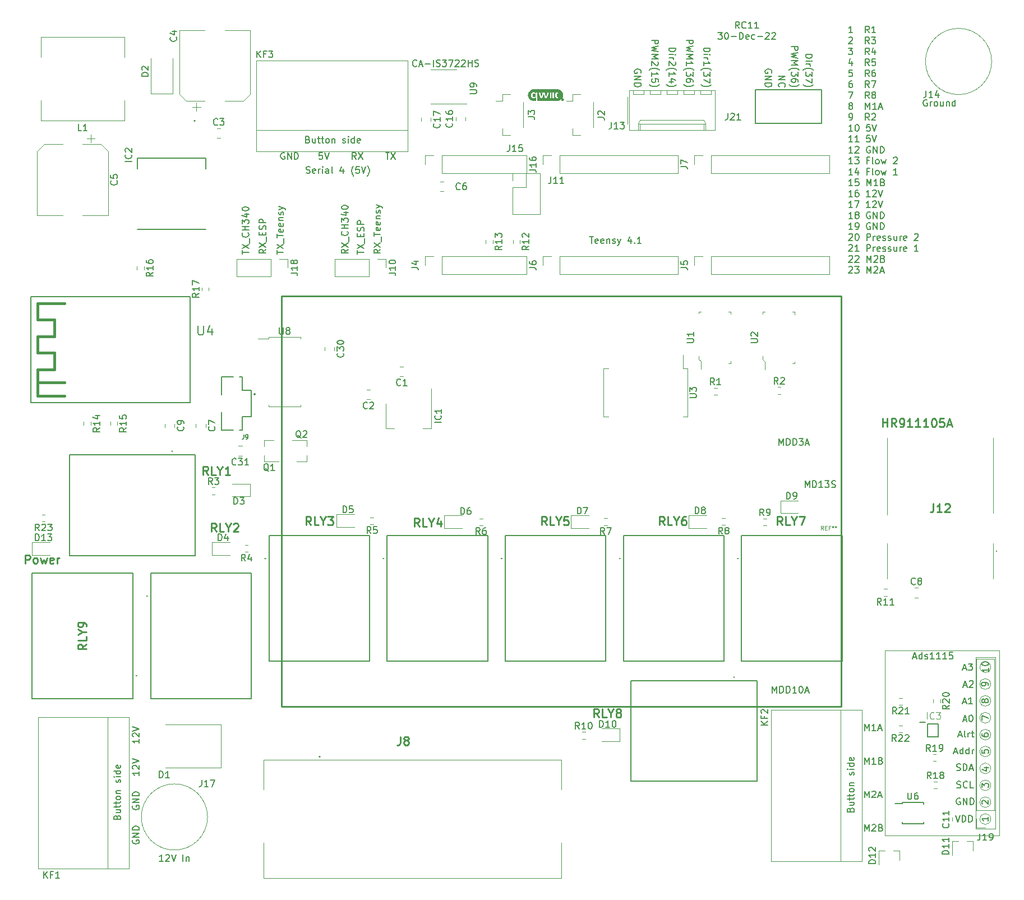
<source format=gbr>
%TF.GenerationSoftware,KiCad,Pcbnew,(5.1.10)-1*%
%TF.CreationDate,2022-12-31T06:25:54-06:00*%
%TF.ProjectId,RC11,52433131-2e6b-4696-9361-645f70636258,rev?*%
%TF.SameCoordinates,Original*%
%TF.FileFunction,Legend,Top*%
%TF.FilePolarity,Positive*%
%FSLAX46Y46*%
G04 Gerber Fmt 4.6, Leading zero omitted, Abs format (unit mm)*
G04 Created by KiCad (PCBNEW (5.1.10)-1) date 2022-12-31 06:25:54*
%MOMM*%
%LPD*%
G01*
G04 APERTURE LIST*
%ADD10C,0.254000*%
%ADD11C,0.150000*%
%ADD12C,0.120000*%
%ADD13C,0.100000*%
%ADD14C,0.200000*%
%ADD15C,0.010000*%
%ADD16C,0.406400*%
%ADD17C,0.127000*%
%ADD18C,0.015000*%
%ADD19C,0.125000*%
G04 APERTURE END LIST*
D10*
X25557238Y-112817123D02*
X25557238Y-111547123D01*
X26041047Y-111547123D01*
X26162000Y-111607600D01*
X26222476Y-111668076D01*
X26282952Y-111789028D01*
X26282952Y-111970457D01*
X26222476Y-112091409D01*
X26162000Y-112151885D01*
X26041047Y-112212361D01*
X25557238Y-112212361D01*
X27008666Y-112817123D02*
X26887714Y-112756647D01*
X26827238Y-112696171D01*
X26766761Y-112575219D01*
X26766761Y-112212361D01*
X26827238Y-112091409D01*
X26887714Y-112030933D01*
X27008666Y-111970457D01*
X27190095Y-111970457D01*
X27311047Y-112030933D01*
X27371523Y-112091409D01*
X27432000Y-112212361D01*
X27432000Y-112575219D01*
X27371523Y-112696171D01*
X27311047Y-112756647D01*
X27190095Y-112817123D01*
X27008666Y-112817123D01*
X27855333Y-111970457D02*
X28097238Y-112817123D01*
X28339142Y-112212361D01*
X28581047Y-112817123D01*
X28822952Y-111970457D01*
X29790571Y-112756647D02*
X29669619Y-112817123D01*
X29427714Y-112817123D01*
X29306761Y-112756647D01*
X29246285Y-112635695D01*
X29246285Y-112151885D01*
X29306761Y-112030933D01*
X29427714Y-111970457D01*
X29669619Y-111970457D01*
X29790571Y-112030933D01*
X29851047Y-112151885D01*
X29851047Y-112272838D01*
X29246285Y-112393790D01*
X30395333Y-112817123D02*
X30395333Y-111970457D01*
X30395333Y-112212361D02*
X30455809Y-112091409D01*
X30516285Y-112030933D01*
X30637238Y-111970457D01*
X30758190Y-111970457D01*
D11*
X79959295Y-50785780D02*
X80530723Y-50785780D01*
X80245009Y-51785780D02*
X80245009Y-50785780D01*
X80768819Y-50785780D02*
X81435485Y-51785780D01*
X81435485Y-50785780D02*
X80768819Y-51785780D01*
X75525333Y-51785780D02*
X75192000Y-51309590D01*
X74953904Y-51785780D02*
X74953904Y-50785780D01*
X75334857Y-50785780D01*
X75430095Y-50833400D01*
X75477714Y-50881019D01*
X75525333Y-50976257D01*
X75525333Y-51119114D01*
X75477714Y-51214352D01*
X75430095Y-51261971D01*
X75334857Y-51309590D01*
X74953904Y-51309590D01*
X75858666Y-50785780D02*
X76525333Y-51785780D01*
X76525333Y-50785780D02*
X75858666Y-51785780D01*
X70421523Y-50785780D02*
X69945333Y-50785780D01*
X69897714Y-51261971D01*
X69945333Y-51214352D01*
X70040571Y-51166733D01*
X70278666Y-51166733D01*
X70373904Y-51214352D01*
X70421523Y-51261971D01*
X70469142Y-51357209D01*
X70469142Y-51595304D01*
X70421523Y-51690542D01*
X70373904Y-51738161D01*
X70278666Y-51785780D01*
X70040571Y-51785780D01*
X69945333Y-51738161D01*
X69897714Y-51690542D01*
X70754857Y-50785780D02*
X71088190Y-51785780D01*
X71421523Y-50785780D01*
X64693895Y-50833400D02*
X64598657Y-50785780D01*
X64455800Y-50785780D01*
X64312942Y-50833400D01*
X64217704Y-50928638D01*
X64170085Y-51023876D01*
X64122466Y-51214352D01*
X64122466Y-51357209D01*
X64170085Y-51547685D01*
X64217704Y-51642923D01*
X64312942Y-51738161D01*
X64455800Y-51785780D01*
X64551038Y-51785780D01*
X64693895Y-51738161D01*
X64741514Y-51690542D01*
X64741514Y-51357209D01*
X64551038Y-51357209D01*
X65170085Y-51785780D02*
X65170085Y-50785780D01*
X65741514Y-51785780D01*
X65741514Y-50785780D01*
X66217704Y-51785780D02*
X66217704Y-50785780D01*
X66455800Y-50785780D01*
X66598657Y-50833400D01*
X66693895Y-50928638D01*
X66741514Y-51023876D01*
X66789133Y-51214352D01*
X66789133Y-51357209D01*
X66741514Y-51547685D01*
X66693895Y-51642923D01*
X66598657Y-51738161D01*
X66455800Y-51785780D01*
X66217704Y-51785780D01*
X141254219Y-34769142D02*
X142254219Y-34769142D01*
X142254219Y-35150094D01*
X142206600Y-35245332D01*
X142158980Y-35292952D01*
X142063742Y-35340571D01*
X141920885Y-35340571D01*
X141825647Y-35292952D01*
X141778028Y-35245332D01*
X141730409Y-35150094D01*
X141730409Y-34769142D01*
X142254219Y-35673904D02*
X141254219Y-35911999D01*
X141968504Y-36102475D01*
X141254219Y-36292952D01*
X142254219Y-36531047D01*
X141254219Y-36911999D02*
X142254219Y-36911999D01*
X141539933Y-37245332D01*
X142254219Y-37578666D01*
X141254219Y-37578666D01*
X140873266Y-38340571D02*
X140920885Y-38292952D01*
X141063742Y-38197713D01*
X141158980Y-38150094D01*
X141301838Y-38102475D01*
X141539933Y-38054856D01*
X141730409Y-38054856D01*
X141968504Y-38102475D01*
X142111361Y-38150094D01*
X142206600Y-38197713D01*
X142349457Y-38292952D01*
X142397076Y-38340571D01*
X142254219Y-38626285D02*
X142254219Y-39245332D01*
X141873266Y-38911999D01*
X141873266Y-39054856D01*
X141825647Y-39150094D01*
X141778028Y-39197713D01*
X141682790Y-39245332D01*
X141444695Y-39245332D01*
X141349457Y-39197713D01*
X141301838Y-39150094D01*
X141254219Y-39054856D01*
X141254219Y-38769142D01*
X141301838Y-38673904D01*
X141349457Y-38626285D01*
X142254219Y-40102475D02*
X142254219Y-39911999D01*
X142206600Y-39816761D01*
X142158980Y-39769142D01*
X142016123Y-39673904D01*
X141825647Y-39626285D01*
X141444695Y-39626285D01*
X141349457Y-39673904D01*
X141301838Y-39721523D01*
X141254219Y-39816761D01*
X141254219Y-40007237D01*
X141301838Y-40102475D01*
X141349457Y-40150094D01*
X141444695Y-40197713D01*
X141682790Y-40197713D01*
X141778028Y-40150094D01*
X141825647Y-40102475D01*
X141873266Y-40007237D01*
X141873266Y-39816761D01*
X141825647Y-39721523D01*
X141778028Y-39673904D01*
X141682790Y-39626285D01*
X140873266Y-40531047D02*
X140920885Y-40578666D01*
X141063742Y-40673904D01*
X141158980Y-40721523D01*
X141301838Y-40769142D01*
X141539933Y-40816761D01*
X141730409Y-40816761D01*
X141968504Y-40769142D01*
X142111361Y-40721523D01*
X142206600Y-40673904D01*
X142349457Y-40578666D01*
X142397076Y-40531047D01*
X63536580Y-66106886D02*
X63536580Y-65535458D01*
X64536580Y-65821172D02*
X63536580Y-65821172D01*
X63536580Y-65297362D02*
X64536580Y-64630696D01*
X63536580Y-64630696D02*
X64536580Y-65297362D01*
X64631819Y-64487839D02*
X64631819Y-63725934D01*
X63536580Y-63630696D02*
X63536580Y-63059267D01*
X64536580Y-63344981D02*
X63536580Y-63344981D01*
X64488961Y-62344981D02*
X64536580Y-62440219D01*
X64536580Y-62630696D01*
X64488961Y-62725934D01*
X64393723Y-62773553D01*
X64012771Y-62773553D01*
X63917533Y-62725934D01*
X63869914Y-62630696D01*
X63869914Y-62440219D01*
X63917533Y-62344981D01*
X64012771Y-62297362D01*
X64108009Y-62297362D01*
X64203247Y-62773553D01*
X64488961Y-61487839D02*
X64536580Y-61583077D01*
X64536580Y-61773553D01*
X64488961Y-61868791D01*
X64393723Y-61916410D01*
X64012771Y-61916410D01*
X63917533Y-61868791D01*
X63869914Y-61773553D01*
X63869914Y-61583077D01*
X63917533Y-61487839D01*
X64012771Y-61440219D01*
X64108009Y-61440219D01*
X64203247Y-61916410D01*
X63869914Y-61011648D02*
X64536580Y-61011648D01*
X63965152Y-61011648D02*
X63917533Y-60964029D01*
X63869914Y-60868791D01*
X63869914Y-60725934D01*
X63917533Y-60630696D01*
X64012771Y-60583077D01*
X64536580Y-60583077D01*
X64488961Y-60154505D02*
X64536580Y-60059267D01*
X64536580Y-59868791D01*
X64488961Y-59773553D01*
X64393723Y-59725934D01*
X64346104Y-59725934D01*
X64250866Y-59773553D01*
X64203247Y-59868791D01*
X64203247Y-60011648D01*
X64155628Y-60106886D01*
X64060390Y-60154505D01*
X64012771Y-60154505D01*
X63917533Y-60106886D01*
X63869914Y-60011648D01*
X63869914Y-59868791D01*
X63917533Y-59773553D01*
X63869914Y-59392600D02*
X64536580Y-59154505D01*
X63869914Y-58916410D02*
X64536580Y-59154505D01*
X64774676Y-59249743D01*
X64822295Y-59297362D01*
X64869914Y-59392600D01*
X61894980Y-65392600D02*
X61418790Y-65725933D01*
X61894980Y-65964029D02*
X60894980Y-65964029D01*
X60894980Y-65583076D01*
X60942600Y-65487838D01*
X60990219Y-65440219D01*
X61085457Y-65392600D01*
X61228314Y-65392600D01*
X61323552Y-65440219D01*
X61371171Y-65487838D01*
X61418790Y-65583076D01*
X61418790Y-65964029D01*
X60894980Y-65059267D02*
X61894980Y-64392600D01*
X60894980Y-64392600D02*
X61894980Y-65059267D01*
X61990219Y-64249743D02*
X61990219Y-63487838D01*
X61371171Y-63249743D02*
X61371171Y-62916410D01*
X61894980Y-62773552D02*
X61894980Y-63249743D01*
X60894980Y-63249743D01*
X60894980Y-62773552D01*
X61847361Y-62392600D02*
X61894980Y-62249743D01*
X61894980Y-62011648D01*
X61847361Y-61916410D01*
X61799742Y-61868790D01*
X61704504Y-61821171D01*
X61609266Y-61821171D01*
X61514028Y-61868790D01*
X61466409Y-61916410D01*
X61418790Y-62011648D01*
X61371171Y-62202124D01*
X61323552Y-62297362D01*
X61275933Y-62344981D01*
X61180695Y-62392600D01*
X61085457Y-62392600D01*
X60990219Y-62344981D01*
X60942600Y-62297362D01*
X60894980Y-62202124D01*
X60894980Y-61964029D01*
X60942600Y-61821171D01*
X61894980Y-61392600D02*
X60894980Y-61392600D01*
X60894980Y-61011648D01*
X60942600Y-60916410D01*
X60990219Y-60868790D01*
X61085457Y-60821171D01*
X61228314Y-60821171D01*
X61323552Y-60868790D01*
X61371171Y-60916410D01*
X61418790Y-61011648D01*
X61418790Y-61392600D01*
X58304180Y-66106886D02*
X58304180Y-65535457D01*
X59304180Y-65821171D02*
X58304180Y-65821171D01*
X58304180Y-65297362D02*
X59304180Y-64630695D01*
X58304180Y-64630695D02*
X59304180Y-65297362D01*
X59399419Y-64487838D02*
X59399419Y-63725933D01*
X59208942Y-62916409D02*
X59256561Y-62964028D01*
X59304180Y-63106886D01*
X59304180Y-63202124D01*
X59256561Y-63344981D01*
X59161323Y-63440219D01*
X59066085Y-63487838D01*
X58875609Y-63535457D01*
X58732752Y-63535457D01*
X58542276Y-63487838D01*
X58447038Y-63440219D01*
X58351800Y-63344981D01*
X58304180Y-63202124D01*
X58304180Y-63106886D01*
X58351800Y-62964028D01*
X58399419Y-62916409D01*
X59304180Y-62487838D02*
X58304180Y-62487838D01*
X58780371Y-62487838D02*
X58780371Y-61916409D01*
X59304180Y-61916409D02*
X58304180Y-61916409D01*
X58304180Y-61535457D02*
X58304180Y-60916409D01*
X58685133Y-61249743D01*
X58685133Y-61106886D01*
X58732752Y-61011648D01*
X58780371Y-60964028D01*
X58875609Y-60916409D01*
X59113704Y-60916409D01*
X59208942Y-60964028D01*
X59256561Y-61011648D01*
X59304180Y-61106886D01*
X59304180Y-61392600D01*
X59256561Y-61487838D01*
X59208942Y-61535457D01*
X58637514Y-60059267D02*
X59304180Y-60059267D01*
X58256561Y-60297362D02*
X58970847Y-60535457D01*
X58970847Y-59916409D01*
X58304180Y-59344981D02*
X58304180Y-59249743D01*
X58351800Y-59154505D01*
X58399419Y-59106886D01*
X58494657Y-59059267D01*
X58685133Y-59011648D01*
X58923228Y-59011648D01*
X59113704Y-59059267D01*
X59208942Y-59106886D01*
X59256561Y-59154505D01*
X59304180Y-59249743D01*
X59304180Y-59344981D01*
X59256561Y-59440219D01*
X59208942Y-59487838D01*
X59113704Y-59535457D01*
X58923228Y-59583076D01*
X58685133Y-59583076D01*
X58494657Y-59535457D01*
X58399419Y-59487838D01*
X58351800Y-59440219D01*
X58304180Y-59344981D01*
X79192380Y-65392600D02*
X78716190Y-65725933D01*
X79192380Y-65964029D02*
X78192380Y-65964029D01*
X78192380Y-65583076D01*
X78240000Y-65487838D01*
X78287619Y-65440219D01*
X78382857Y-65392600D01*
X78525714Y-65392600D01*
X78620952Y-65440219D01*
X78668571Y-65487838D01*
X78716190Y-65583076D01*
X78716190Y-65964029D01*
X78192380Y-65059267D02*
X79192380Y-64392600D01*
X78192380Y-64392600D02*
X79192380Y-65059267D01*
X79287619Y-64249743D02*
X79287619Y-63487838D01*
X78192380Y-63392600D02*
X78192380Y-62821171D01*
X79192380Y-63106886D02*
X78192380Y-63106886D01*
X79144761Y-62106886D02*
X79192380Y-62202124D01*
X79192380Y-62392600D01*
X79144761Y-62487838D01*
X79049523Y-62535457D01*
X78668571Y-62535457D01*
X78573333Y-62487838D01*
X78525714Y-62392600D01*
X78525714Y-62202124D01*
X78573333Y-62106886D01*
X78668571Y-62059267D01*
X78763809Y-62059267D01*
X78859047Y-62535457D01*
X79144761Y-61249743D02*
X79192380Y-61344981D01*
X79192380Y-61535457D01*
X79144761Y-61630695D01*
X79049523Y-61678314D01*
X78668571Y-61678314D01*
X78573333Y-61630695D01*
X78525714Y-61535457D01*
X78525714Y-61344981D01*
X78573333Y-61249743D01*
X78668571Y-61202124D01*
X78763809Y-61202124D01*
X78859047Y-61678314D01*
X78525714Y-60773552D02*
X79192380Y-60773552D01*
X78620952Y-60773552D02*
X78573333Y-60725933D01*
X78525714Y-60630695D01*
X78525714Y-60487838D01*
X78573333Y-60392600D01*
X78668571Y-60344981D01*
X79192380Y-60344981D01*
X79144761Y-59916410D02*
X79192380Y-59821171D01*
X79192380Y-59630695D01*
X79144761Y-59535457D01*
X79049523Y-59487838D01*
X79001904Y-59487838D01*
X78906666Y-59535457D01*
X78859047Y-59630695D01*
X78859047Y-59773552D01*
X78811428Y-59868791D01*
X78716190Y-59916410D01*
X78668571Y-59916410D01*
X78573333Y-59868791D01*
X78525714Y-59773552D01*
X78525714Y-59630695D01*
X78573333Y-59535457D01*
X78525714Y-59154505D02*
X79192380Y-58916410D01*
X78525714Y-58678314D02*
X79192380Y-58916410D01*
X79430476Y-59011648D01*
X79478095Y-59059267D01*
X79525714Y-59154505D01*
X75703180Y-66106886D02*
X75703180Y-65535458D01*
X76703180Y-65821172D02*
X75703180Y-65821172D01*
X75703180Y-65297362D02*
X76703180Y-64630696D01*
X75703180Y-64630696D02*
X76703180Y-65297362D01*
X76798419Y-64487838D02*
X76798419Y-63725934D01*
X76179371Y-63487838D02*
X76179371Y-63154505D01*
X76703180Y-63011648D02*
X76703180Y-63487838D01*
X75703180Y-63487838D01*
X75703180Y-63011648D01*
X76655561Y-62630696D02*
X76703180Y-62487838D01*
X76703180Y-62249743D01*
X76655561Y-62154505D01*
X76607942Y-62106886D01*
X76512704Y-62059267D01*
X76417466Y-62059267D01*
X76322228Y-62106886D01*
X76274609Y-62154505D01*
X76226990Y-62249743D01*
X76179371Y-62440219D01*
X76131752Y-62535458D01*
X76084133Y-62583077D01*
X75988895Y-62630696D01*
X75893657Y-62630696D01*
X75798419Y-62583077D01*
X75750800Y-62535458D01*
X75703180Y-62440219D01*
X75703180Y-62202124D01*
X75750800Y-62059267D01*
X76703180Y-61630696D02*
X75703180Y-61630696D01*
X75703180Y-61249743D01*
X75750800Y-61154505D01*
X75798419Y-61106886D01*
X75893657Y-61059267D01*
X76036514Y-61059267D01*
X76131752Y-61106886D01*
X76179371Y-61154505D01*
X76226990Y-61249743D01*
X76226990Y-61630696D01*
X74290180Y-65392600D02*
X73813990Y-65725933D01*
X74290180Y-65964028D02*
X73290180Y-65964028D01*
X73290180Y-65583076D01*
X73337800Y-65487838D01*
X73385419Y-65440219D01*
X73480657Y-65392600D01*
X73623514Y-65392600D01*
X73718752Y-65440219D01*
X73766371Y-65487838D01*
X73813990Y-65583076D01*
X73813990Y-65964028D01*
X73290180Y-65059266D02*
X74290180Y-64392600D01*
X73290180Y-64392600D02*
X74290180Y-65059266D01*
X74385419Y-64249742D02*
X74385419Y-63487838D01*
X74194942Y-62678314D02*
X74242561Y-62725933D01*
X74290180Y-62868790D01*
X74290180Y-62964028D01*
X74242561Y-63106885D01*
X74147323Y-63202123D01*
X74052085Y-63249742D01*
X73861609Y-63297361D01*
X73718752Y-63297361D01*
X73528276Y-63249742D01*
X73433038Y-63202123D01*
X73337800Y-63106885D01*
X73290180Y-62964028D01*
X73290180Y-62868790D01*
X73337800Y-62725933D01*
X73385419Y-62678314D01*
X74290180Y-62249742D02*
X73290180Y-62249742D01*
X73766371Y-62249742D02*
X73766371Y-61678314D01*
X74290180Y-61678314D02*
X73290180Y-61678314D01*
X73290180Y-61297361D02*
X73290180Y-60678314D01*
X73671133Y-61011647D01*
X73671133Y-60868790D01*
X73718752Y-60773552D01*
X73766371Y-60725933D01*
X73861609Y-60678314D01*
X74099704Y-60678314D01*
X74194942Y-60725933D01*
X74242561Y-60773552D01*
X74290180Y-60868790D01*
X74290180Y-61154504D01*
X74242561Y-61249742D01*
X74194942Y-61297361D01*
X73623514Y-59821171D02*
X74290180Y-59821171D01*
X73242561Y-60059266D02*
X73956847Y-60297361D01*
X73956847Y-59678314D01*
X73290180Y-59106885D02*
X73290180Y-59011647D01*
X73337800Y-58916409D01*
X73385419Y-58868790D01*
X73480657Y-58821171D01*
X73671133Y-58773552D01*
X73909228Y-58773552D01*
X74099704Y-58821171D01*
X74194942Y-58868790D01*
X74242561Y-58916409D01*
X74290180Y-59011647D01*
X74290180Y-59106885D01*
X74242561Y-59202123D01*
X74194942Y-59249742D01*
X74099704Y-59297361D01*
X73909228Y-59344980D01*
X73671133Y-59344980D01*
X73480657Y-59297361D01*
X73385419Y-59249742D01*
X73337800Y-59202123D01*
X73290180Y-59106885D01*
X138218800Y-38769142D02*
X138266419Y-38673904D01*
X138266419Y-38531047D01*
X138218800Y-38388189D01*
X138123561Y-38292951D01*
X138028323Y-38245332D01*
X137837847Y-38197713D01*
X137694990Y-38197713D01*
X137504514Y-38245332D01*
X137409276Y-38292951D01*
X137314038Y-38388189D01*
X137266419Y-38531047D01*
X137266419Y-38626285D01*
X137314038Y-38769142D01*
X137361657Y-38816761D01*
X137694990Y-38816761D01*
X137694990Y-38626285D01*
X137266419Y-39245332D02*
X138266419Y-39245332D01*
X137266419Y-39816761D01*
X138266419Y-39816761D01*
X137266419Y-40292951D02*
X138266419Y-40292951D01*
X138266419Y-40531047D01*
X138218800Y-40673904D01*
X138123561Y-40769142D01*
X138028323Y-40816761D01*
X137837847Y-40864380D01*
X137694990Y-40864380D01*
X137504514Y-40816761D01*
X137409276Y-40769142D01*
X137314038Y-40673904D01*
X137266419Y-40531047D01*
X137266419Y-40292951D01*
X139306887Y-39245332D02*
X140306887Y-39245332D01*
X139306887Y-39816761D01*
X140306887Y-39816761D01*
X139402125Y-40864380D02*
X139354506Y-40816761D01*
X139306887Y-40673904D01*
X139306887Y-40578666D01*
X139354506Y-40435808D01*
X139449744Y-40340570D01*
X139544982Y-40292951D01*
X139735458Y-40245332D01*
X139878315Y-40245332D01*
X140068791Y-40292951D01*
X140164029Y-40340570D01*
X140259268Y-40435808D01*
X140306887Y-40578666D01*
X140306887Y-40673904D01*
X140259268Y-40816761D01*
X140211648Y-40864380D01*
X143387819Y-35959618D02*
X144387819Y-35959618D01*
X144387819Y-36197713D01*
X144340200Y-36340570D01*
X144244961Y-36435809D01*
X144149723Y-36483428D01*
X143959247Y-36531047D01*
X143816390Y-36531047D01*
X143625914Y-36483428D01*
X143530676Y-36435809D01*
X143435438Y-36340570D01*
X143387819Y-36197713D01*
X143387819Y-35959618D01*
X143387819Y-36959618D02*
X144054485Y-36959618D01*
X144387819Y-36959618D02*
X144340200Y-36911999D01*
X144292580Y-36959618D01*
X144340200Y-37007237D01*
X144387819Y-36959618D01*
X144292580Y-36959618D01*
X143387819Y-37435809D02*
X144054485Y-37435809D01*
X143864009Y-37435809D02*
X143959247Y-37483428D01*
X144006866Y-37531047D01*
X144054485Y-37626285D01*
X144054485Y-37721523D01*
X143006866Y-38340570D02*
X143054485Y-38292951D01*
X143197342Y-38197713D01*
X143292580Y-38150094D01*
X143435438Y-38102475D01*
X143673533Y-38054856D01*
X143864009Y-38054856D01*
X144102104Y-38102475D01*
X144244961Y-38150094D01*
X144340200Y-38197713D01*
X144483057Y-38292951D01*
X144530676Y-38340570D01*
X144387819Y-38626285D02*
X144387819Y-39245332D01*
X144006866Y-38911999D01*
X144006866Y-39054856D01*
X143959247Y-39150094D01*
X143911628Y-39197713D01*
X143816390Y-39245332D01*
X143578295Y-39245332D01*
X143483057Y-39197713D01*
X143435438Y-39150094D01*
X143387819Y-39054856D01*
X143387819Y-38769142D01*
X143435438Y-38673904D01*
X143483057Y-38626285D01*
X144387819Y-39578666D02*
X144387819Y-40245332D01*
X143387819Y-39816761D01*
X143006866Y-40531047D02*
X143054485Y-40578666D01*
X143197342Y-40673904D01*
X143292580Y-40721523D01*
X143435438Y-40769142D01*
X143673533Y-40816761D01*
X143864009Y-40816761D01*
X144102104Y-40769142D01*
X144244961Y-40721523D01*
X144340200Y-40673904D01*
X144483057Y-40578666D01*
X144530676Y-40531047D01*
X118483000Y-38769142D02*
X118530619Y-38673904D01*
X118530619Y-38531047D01*
X118483000Y-38388189D01*
X118387761Y-38292951D01*
X118292523Y-38245332D01*
X118102047Y-38197713D01*
X117959190Y-38197713D01*
X117768714Y-38245332D01*
X117673476Y-38292951D01*
X117578238Y-38388189D01*
X117530619Y-38531047D01*
X117530619Y-38626285D01*
X117578238Y-38769142D01*
X117625857Y-38816761D01*
X117959190Y-38816761D01*
X117959190Y-38626285D01*
X117530619Y-39245332D02*
X118530619Y-39245332D01*
X117530619Y-39816761D01*
X118530619Y-39816761D01*
X117530619Y-40292951D02*
X118530619Y-40292951D01*
X118530619Y-40531047D01*
X118483000Y-40673904D01*
X118387761Y-40769142D01*
X118292523Y-40816761D01*
X118102047Y-40864380D01*
X117959190Y-40864380D01*
X117768714Y-40816761D01*
X117673476Y-40769142D01*
X117578238Y-40673904D01*
X117530619Y-40531047D01*
X117530619Y-40292951D01*
X120140469Y-33816762D02*
X121140469Y-33816762D01*
X121140469Y-34197714D01*
X121092850Y-34292952D01*
X121045230Y-34340571D01*
X120949992Y-34388190D01*
X120807135Y-34388190D01*
X120711897Y-34340571D01*
X120664278Y-34292952D01*
X120616659Y-34197714D01*
X120616659Y-33816762D01*
X121140469Y-34721523D02*
X120140469Y-34959619D01*
X120854754Y-35150095D01*
X120140469Y-35340571D01*
X121140469Y-35578666D01*
X120140469Y-35959619D02*
X121140469Y-35959619D01*
X120426183Y-36292952D01*
X121140469Y-36626285D01*
X120140469Y-36626285D01*
X121045230Y-37054857D02*
X121092850Y-37102476D01*
X121140469Y-37197714D01*
X121140469Y-37435809D01*
X121092850Y-37531047D01*
X121045230Y-37578666D01*
X120949992Y-37626285D01*
X120854754Y-37626285D01*
X120711897Y-37578666D01*
X120140469Y-37007238D01*
X120140469Y-37626285D01*
X119759516Y-38340571D02*
X119807135Y-38292952D01*
X119949992Y-38197714D01*
X120045230Y-38150095D01*
X120188088Y-38102476D01*
X120426183Y-38054857D01*
X120616659Y-38054857D01*
X120854754Y-38102476D01*
X120997611Y-38150095D01*
X121092850Y-38197714D01*
X121235707Y-38292952D01*
X121283326Y-38340571D01*
X120140469Y-39245333D02*
X120140469Y-38673904D01*
X120140469Y-38959619D02*
X121140469Y-38959619D01*
X120997611Y-38864381D01*
X120902373Y-38769142D01*
X120854754Y-38673904D01*
X121140469Y-40150095D02*
X121140469Y-39673904D01*
X120664278Y-39626285D01*
X120711897Y-39673904D01*
X120759516Y-39769142D01*
X120759516Y-40007238D01*
X120711897Y-40102476D01*
X120664278Y-40150095D01*
X120569040Y-40197714D01*
X120330945Y-40197714D01*
X120235707Y-40150095D01*
X120188088Y-40102476D01*
X120140469Y-40007238D01*
X120140469Y-39769142D01*
X120188088Y-39673904D01*
X120235707Y-39626285D01*
X119759516Y-40531047D02*
X119807135Y-40578666D01*
X119949992Y-40673904D01*
X120045230Y-40721523D01*
X120188088Y-40769142D01*
X120426183Y-40816762D01*
X120616659Y-40816762D01*
X120854754Y-40769142D01*
X120997611Y-40721523D01*
X121092850Y-40673904D01*
X121235707Y-40578666D01*
X121283326Y-40531047D01*
X122750319Y-35007238D02*
X123750319Y-35007238D01*
X123750319Y-35245333D01*
X123702700Y-35388190D01*
X123607461Y-35483428D01*
X123512223Y-35531047D01*
X123321747Y-35578666D01*
X123178890Y-35578666D01*
X122988414Y-35531047D01*
X122893176Y-35483428D01*
X122797938Y-35388190D01*
X122750319Y-35245333D01*
X122750319Y-35007238D01*
X122750319Y-36007238D02*
X123416985Y-36007238D01*
X123750319Y-36007238D02*
X123702700Y-35959619D01*
X123655080Y-36007238D01*
X123702700Y-36054857D01*
X123750319Y-36007238D01*
X123655080Y-36007238D01*
X122750319Y-36483428D02*
X123416985Y-36483428D01*
X123226509Y-36483428D02*
X123321747Y-36531047D01*
X123369366Y-36578666D01*
X123416985Y-36673904D01*
X123416985Y-36769142D01*
X123655080Y-37054857D02*
X123702700Y-37102476D01*
X123750319Y-37197714D01*
X123750319Y-37435809D01*
X123702700Y-37531047D01*
X123655080Y-37578666D01*
X123559842Y-37626285D01*
X123464604Y-37626285D01*
X123321747Y-37578666D01*
X122750319Y-37007238D01*
X122750319Y-37626285D01*
X122369366Y-38340571D02*
X122416985Y-38292952D01*
X122559842Y-38197714D01*
X122655080Y-38150095D01*
X122797938Y-38102476D01*
X123036033Y-38054857D01*
X123226509Y-38054857D01*
X123464604Y-38102476D01*
X123607461Y-38150095D01*
X123702700Y-38197714D01*
X123845557Y-38292952D01*
X123893176Y-38340571D01*
X122750319Y-39245333D02*
X122750319Y-38673904D01*
X122750319Y-38959619D02*
X123750319Y-38959619D01*
X123607461Y-38864380D01*
X123512223Y-38769142D01*
X123464604Y-38673904D01*
X123416985Y-40102476D02*
X122750319Y-40102476D01*
X123797938Y-39864380D02*
X123083652Y-39626285D01*
X123083652Y-40245333D01*
X122369366Y-40531047D02*
X122416985Y-40578666D01*
X122559842Y-40673904D01*
X122655080Y-40721523D01*
X122797938Y-40769142D01*
X123036033Y-40816761D01*
X123226509Y-40816761D01*
X123464604Y-40769142D01*
X123607461Y-40721523D01*
X123702700Y-40673904D01*
X123845557Y-40578666D01*
X123893176Y-40531047D01*
X125360169Y-33816762D02*
X126360169Y-33816762D01*
X126360169Y-34197714D01*
X126312550Y-34292952D01*
X126264930Y-34340571D01*
X126169692Y-34388190D01*
X126026835Y-34388190D01*
X125931597Y-34340571D01*
X125883978Y-34292952D01*
X125836359Y-34197714D01*
X125836359Y-33816762D01*
X126360169Y-34721523D02*
X125360169Y-34959619D01*
X126074454Y-35150095D01*
X125360169Y-35340571D01*
X126360169Y-35578666D01*
X125360169Y-35959619D02*
X126360169Y-35959619D01*
X125645883Y-36292952D01*
X126360169Y-36626285D01*
X125360169Y-36626285D01*
X125360169Y-37626285D02*
X125360169Y-37054857D01*
X125360169Y-37340571D02*
X126360169Y-37340571D01*
X126217311Y-37245333D01*
X126122073Y-37150095D01*
X126074454Y-37054857D01*
X124979216Y-38340571D02*
X125026835Y-38292952D01*
X125169692Y-38197714D01*
X125264930Y-38150095D01*
X125407788Y-38102476D01*
X125645883Y-38054857D01*
X125836359Y-38054857D01*
X126074454Y-38102476D01*
X126217311Y-38150095D01*
X126312550Y-38197714D01*
X126455407Y-38292952D01*
X126503026Y-38340571D01*
X126360169Y-38626285D02*
X126360169Y-39245333D01*
X125979216Y-38912000D01*
X125979216Y-39054857D01*
X125931597Y-39150095D01*
X125883978Y-39197714D01*
X125788740Y-39245333D01*
X125550645Y-39245333D01*
X125455407Y-39197714D01*
X125407788Y-39150095D01*
X125360169Y-39054857D01*
X125360169Y-38769142D01*
X125407788Y-38673904D01*
X125455407Y-38626285D01*
X126360169Y-40102476D02*
X126360169Y-39912000D01*
X126312550Y-39816762D01*
X126264930Y-39769142D01*
X126122073Y-39673904D01*
X125931597Y-39626285D01*
X125550645Y-39626285D01*
X125455407Y-39673904D01*
X125407788Y-39721523D01*
X125360169Y-39816762D01*
X125360169Y-40007238D01*
X125407788Y-40102476D01*
X125455407Y-40150095D01*
X125550645Y-40197714D01*
X125788740Y-40197714D01*
X125883978Y-40150095D01*
X125931597Y-40102476D01*
X125979216Y-40007238D01*
X125979216Y-39816762D01*
X125931597Y-39721523D01*
X125883978Y-39673904D01*
X125788740Y-39626285D01*
X124979216Y-40531047D02*
X125026835Y-40578666D01*
X125169692Y-40673904D01*
X125264930Y-40721523D01*
X125407788Y-40769142D01*
X125645883Y-40816762D01*
X125836359Y-40816762D01*
X126074454Y-40769142D01*
X126217311Y-40721523D01*
X126312550Y-40673904D01*
X126455407Y-40578666D01*
X126503026Y-40531047D01*
X127970019Y-35007238D02*
X128970019Y-35007238D01*
X128970019Y-35245333D01*
X128922400Y-35388190D01*
X128827161Y-35483428D01*
X128731923Y-35531047D01*
X128541447Y-35578666D01*
X128398590Y-35578666D01*
X128208114Y-35531047D01*
X128112876Y-35483428D01*
X128017638Y-35388190D01*
X127970019Y-35245333D01*
X127970019Y-35007238D01*
X127970019Y-36007238D02*
X128636685Y-36007238D01*
X128970019Y-36007238D02*
X128922400Y-35959619D01*
X128874780Y-36007238D01*
X128922400Y-36054857D01*
X128970019Y-36007238D01*
X128874780Y-36007238D01*
X127970019Y-36483428D02*
X128636685Y-36483428D01*
X128446209Y-36483428D02*
X128541447Y-36531047D01*
X128589066Y-36578666D01*
X128636685Y-36673904D01*
X128636685Y-36769142D01*
X127970019Y-37626285D02*
X127970019Y-37054857D01*
X127970019Y-37340571D02*
X128970019Y-37340571D01*
X128827161Y-37245333D01*
X128731923Y-37150095D01*
X128684304Y-37054857D01*
X127589066Y-38340571D02*
X127636685Y-38292952D01*
X127779542Y-38197714D01*
X127874780Y-38150095D01*
X128017638Y-38102476D01*
X128255733Y-38054857D01*
X128446209Y-38054857D01*
X128684304Y-38102476D01*
X128827161Y-38150095D01*
X128922400Y-38197714D01*
X129065257Y-38292952D01*
X129112876Y-38340571D01*
X128970019Y-38626285D02*
X128970019Y-39245333D01*
X128589066Y-38912000D01*
X128589066Y-39054857D01*
X128541447Y-39150095D01*
X128493828Y-39197714D01*
X128398590Y-39245333D01*
X128160495Y-39245333D01*
X128065257Y-39197714D01*
X128017638Y-39150095D01*
X127970019Y-39054857D01*
X127970019Y-38769142D01*
X128017638Y-38673904D01*
X128065257Y-38626285D01*
X128970019Y-39578666D02*
X128970019Y-40245333D01*
X127970019Y-39816761D01*
X127589066Y-40531047D02*
X127636685Y-40578666D01*
X127779542Y-40673904D01*
X127874780Y-40721523D01*
X128017638Y-40769142D01*
X128255733Y-40816761D01*
X128446209Y-40816761D01*
X128684304Y-40769142D01*
X128827161Y-40721523D01*
X128922400Y-40673904D01*
X129065257Y-40578666D01*
X129112876Y-40531047D01*
X110754019Y-63495980D02*
X111325447Y-63495980D01*
X111039733Y-64495980D02*
X111039733Y-63495980D01*
X112039733Y-64448361D02*
X111944495Y-64495980D01*
X111754019Y-64495980D01*
X111658780Y-64448361D01*
X111611161Y-64353123D01*
X111611161Y-63972171D01*
X111658780Y-63876933D01*
X111754019Y-63829314D01*
X111944495Y-63829314D01*
X112039733Y-63876933D01*
X112087352Y-63972171D01*
X112087352Y-64067409D01*
X111611161Y-64162647D01*
X112896876Y-64448361D02*
X112801638Y-64495980D01*
X112611161Y-64495980D01*
X112515923Y-64448361D01*
X112468304Y-64353123D01*
X112468304Y-63972171D01*
X112515923Y-63876933D01*
X112611161Y-63829314D01*
X112801638Y-63829314D01*
X112896876Y-63876933D01*
X112944495Y-63972171D01*
X112944495Y-64067409D01*
X112468304Y-64162647D01*
X113373066Y-63829314D02*
X113373066Y-64495980D01*
X113373066Y-63924552D02*
X113420685Y-63876933D01*
X113515923Y-63829314D01*
X113658780Y-63829314D01*
X113754019Y-63876933D01*
X113801638Y-63972171D01*
X113801638Y-64495980D01*
X114230209Y-64448361D02*
X114325447Y-64495980D01*
X114515923Y-64495980D01*
X114611161Y-64448361D01*
X114658780Y-64353123D01*
X114658780Y-64305504D01*
X114611161Y-64210266D01*
X114515923Y-64162647D01*
X114373066Y-64162647D01*
X114277828Y-64115028D01*
X114230209Y-64019790D01*
X114230209Y-63972171D01*
X114277828Y-63876933D01*
X114373066Y-63829314D01*
X114515923Y-63829314D01*
X114611161Y-63876933D01*
X114992114Y-63829314D02*
X115230209Y-64495980D01*
X115468304Y-63829314D02*
X115230209Y-64495980D01*
X115134971Y-64734076D01*
X115087352Y-64781695D01*
X114992114Y-64829314D01*
X117039733Y-63829314D02*
X117039733Y-64495980D01*
X116801638Y-63448361D02*
X116563542Y-64162647D01*
X117182590Y-64162647D01*
X117563542Y-64400742D02*
X117611161Y-64448361D01*
X117563542Y-64495980D01*
X117515923Y-64448361D01*
X117563542Y-64400742D01*
X117563542Y-64495980D01*
X118563542Y-64495980D02*
X117992114Y-64495980D01*
X118277828Y-64495980D02*
X118277828Y-63495980D01*
X118182590Y-63638838D01*
X118087352Y-63734076D01*
X117992114Y-63781695D01*
X152304905Y-153243580D02*
X152304905Y-152243580D01*
X152638238Y-152957866D01*
X152971571Y-152243580D01*
X152971571Y-153243580D01*
X153400143Y-152338819D02*
X153447762Y-152291200D01*
X153543000Y-152243580D01*
X153781095Y-152243580D01*
X153876333Y-152291200D01*
X153923952Y-152338819D01*
X153971571Y-152434057D01*
X153971571Y-152529295D01*
X153923952Y-152672152D01*
X153352524Y-153243580D01*
X153971571Y-153243580D01*
X154733476Y-152719771D02*
X154876333Y-152767390D01*
X154923952Y-152815009D01*
X154971571Y-152910247D01*
X154971571Y-153053104D01*
X154923952Y-153148342D01*
X154876333Y-153195961D01*
X154781095Y-153243580D01*
X154400143Y-153243580D01*
X154400143Y-152243580D01*
X154733476Y-152243580D01*
X154828714Y-152291200D01*
X154876333Y-152338819D01*
X154923952Y-152434057D01*
X154923952Y-152529295D01*
X154876333Y-152624533D01*
X154828714Y-152672152D01*
X154733476Y-152719771D01*
X154400143Y-152719771D01*
X152304904Y-148180512D02*
X152304904Y-147180512D01*
X152638238Y-147894798D01*
X152971571Y-147180512D01*
X152971571Y-148180512D01*
X153400142Y-147275751D02*
X153447761Y-147228132D01*
X153543000Y-147180512D01*
X153781095Y-147180512D01*
X153876333Y-147228132D01*
X153923952Y-147275751D01*
X153971571Y-147370989D01*
X153971571Y-147466227D01*
X153923952Y-147609084D01*
X153352523Y-148180512D01*
X153971571Y-148180512D01*
X154352523Y-147894798D02*
X154828714Y-147894798D01*
X154257285Y-148180512D02*
X154590619Y-147180512D01*
X154923952Y-148180512D01*
X152304905Y-143117446D02*
X152304905Y-142117446D01*
X152638238Y-142831732D01*
X152971571Y-142117446D01*
X152971571Y-143117446D01*
X153971571Y-143117446D02*
X153400143Y-143117446D01*
X153685857Y-143117446D02*
X153685857Y-142117446D01*
X153590619Y-142260304D01*
X153495381Y-142355542D01*
X153400143Y-142403161D01*
X154733476Y-142593637D02*
X154876333Y-142641256D01*
X154923952Y-142688875D01*
X154971571Y-142784113D01*
X154971571Y-142926970D01*
X154923952Y-143022208D01*
X154876333Y-143069827D01*
X154781095Y-143117446D01*
X154400143Y-143117446D01*
X154400143Y-142117446D01*
X154733476Y-142117446D01*
X154828714Y-142165066D01*
X154876333Y-142212685D01*
X154923952Y-142307923D01*
X154923952Y-142403161D01*
X154876333Y-142498399D01*
X154828714Y-142546018D01*
X154733476Y-142593637D01*
X154400143Y-142593637D01*
X152304904Y-138054380D02*
X152304904Y-137054380D01*
X152638238Y-137768666D01*
X152971571Y-137054380D01*
X152971571Y-138054380D01*
X153971571Y-138054380D02*
X153400142Y-138054380D01*
X153685857Y-138054380D02*
X153685857Y-137054380D01*
X153590619Y-137197238D01*
X153495380Y-137292476D01*
X153400142Y-137340095D01*
X154352523Y-137768666D02*
X154828714Y-137768666D01*
X154257285Y-138054380D02*
X154590619Y-137054380D01*
X154923952Y-138054380D01*
X42768780Y-144250390D02*
X42768780Y-144821819D01*
X42768780Y-144536104D02*
X41768780Y-144536104D01*
X41911638Y-144631343D01*
X42006876Y-144726581D01*
X42054495Y-144821819D01*
X41864019Y-143869438D02*
X41816400Y-143821819D01*
X41768780Y-143726581D01*
X41768780Y-143488485D01*
X41816400Y-143393247D01*
X41864019Y-143345628D01*
X41959257Y-143298009D01*
X42054495Y-143298009D01*
X42197352Y-143345628D01*
X42768780Y-143917057D01*
X42768780Y-143298009D01*
X41768780Y-143012295D02*
X42768780Y-142678962D01*
X41768780Y-142345628D01*
X41816400Y-149422447D02*
X41768780Y-149517685D01*
X41768780Y-149660543D01*
X41816400Y-149803400D01*
X41911638Y-149898638D01*
X42006876Y-149946257D01*
X42197352Y-149993876D01*
X42340209Y-149993876D01*
X42530685Y-149946257D01*
X42625923Y-149898638D01*
X42721161Y-149803400D01*
X42768780Y-149660543D01*
X42768780Y-149565304D01*
X42721161Y-149422447D01*
X42673542Y-149374828D01*
X42340209Y-149374828D01*
X42340209Y-149565304D01*
X42768780Y-148946257D02*
X41768780Y-148946257D01*
X42768780Y-148374828D01*
X41768780Y-148374828D01*
X42768780Y-147898638D02*
X41768780Y-147898638D01*
X41768780Y-147660543D01*
X41816400Y-147517685D01*
X41911638Y-147422447D01*
X42006876Y-147374828D01*
X42197352Y-147327209D01*
X42340209Y-147327209D01*
X42530685Y-147374828D01*
X42625923Y-147422447D01*
X42721161Y-147517685D01*
X42768780Y-147660543D01*
X42768780Y-147898638D01*
X42768780Y-139364047D02*
X42768780Y-139935476D01*
X42768780Y-139649761D02*
X41768780Y-139649761D01*
X41911638Y-139745000D01*
X42006876Y-139840238D01*
X42054495Y-139935476D01*
X41864019Y-138983095D02*
X41816400Y-138935476D01*
X41768780Y-138840238D01*
X41768780Y-138602142D01*
X41816400Y-138506904D01*
X41864019Y-138459285D01*
X41959257Y-138411666D01*
X42054495Y-138411666D01*
X42197352Y-138459285D01*
X42768780Y-139030714D01*
X42768780Y-138411666D01*
X41768780Y-138125952D02*
X42768780Y-137792619D01*
X41768780Y-137459285D01*
X41816400Y-154594504D02*
X41768780Y-154689742D01*
X41768780Y-154832600D01*
X41816400Y-154975457D01*
X41911638Y-155070695D01*
X42006876Y-155118314D01*
X42197352Y-155165933D01*
X42340209Y-155165933D01*
X42530685Y-155118314D01*
X42625923Y-155070695D01*
X42721161Y-154975457D01*
X42768780Y-154832600D01*
X42768780Y-154737361D01*
X42721161Y-154594504D01*
X42673542Y-154546885D01*
X42340209Y-154546885D01*
X42340209Y-154737361D01*
X42768780Y-154118314D02*
X41768780Y-154118314D01*
X42768780Y-153546885D01*
X41768780Y-153546885D01*
X42768780Y-153070695D02*
X41768780Y-153070695D01*
X41768780Y-152832600D01*
X41816400Y-152689742D01*
X41911638Y-152594504D01*
X42006876Y-152546885D01*
X42197352Y-152499266D01*
X42340209Y-152499266D01*
X42530685Y-152546885D01*
X42625923Y-152594504D01*
X42721161Y-152689742D01*
X42768780Y-152832600D01*
X42768780Y-153070695D01*
X133375542Y-32012380D02*
X133042209Y-31536190D01*
X132804114Y-32012380D02*
X132804114Y-31012380D01*
X133185066Y-31012380D01*
X133280304Y-31060000D01*
X133327923Y-31107619D01*
X133375542Y-31202857D01*
X133375542Y-31345714D01*
X133327923Y-31440952D01*
X133280304Y-31488571D01*
X133185066Y-31536190D01*
X132804114Y-31536190D01*
X134375542Y-31917142D02*
X134327923Y-31964761D01*
X134185066Y-32012380D01*
X134089828Y-32012380D01*
X133946971Y-31964761D01*
X133851733Y-31869523D01*
X133804114Y-31774285D01*
X133756495Y-31583809D01*
X133756495Y-31440952D01*
X133804114Y-31250476D01*
X133851733Y-31155238D01*
X133946971Y-31060000D01*
X134089828Y-31012380D01*
X134185066Y-31012380D01*
X134327923Y-31060000D01*
X134375542Y-31107619D01*
X135327923Y-32012380D02*
X134756495Y-32012380D01*
X135042209Y-32012380D02*
X135042209Y-31012380D01*
X134946971Y-31155238D01*
X134851733Y-31250476D01*
X134756495Y-31298095D01*
X136280304Y-32012380D02*
X135708876Y-32012380D01*
X135994590Y-32012380D02*
X135994590Y-31012380D01*
X135899352Y-31155238D01*
X135804114Y-31250476D01*
X135708876Y-31298095D01*
X130161257Y-32662380D02*
X130780304Y-32662380D01*
X130446971Y-33043333D01*
X130589828Y-33043333D01*
X130685066Y-33090952D01*
X130732685Y-33138571D01*
X130780304Y-33233809D01*
X130780304Y-33471904D01*
X130732685Y-33567142D01*
X130685066Y-33614761D01*
X130589828Y-33662380D01*
X130304114Y-33662380D01*
X130208876Y-33614761D01*
X130161257Y-33567142D01*
X131399352Y-32662380D02*
X131494590Y-32662380D01*
X131589828Y-32710000D01*
X131637447Y-32757619D01*
X131685066Y-32852857D01*
X131732685Y-33043333D01*
X131732685Y-33281428D01*
X131685066Y-33471904D01*
X131637447Y-33567142D01*
X131589828Y-33614761D01*
X131494590Y-33662380D01*
X131399352Y-33662380D01*
X131304114Y-33614761D01*
X131256495Y-33567142D01*
X131208876Y-33471904D01*
X131161257Y-33281428D01*
X131161257Y-33043333D01*
X131208876Y-32852857D01*
X131256495Y-32757619D01*
X131304114Y-32710000D01*
X131399352Y-32662380D01*
X132161257Y-33281428D02*
X132923161Y-33281428D01*
X133399352Y-33662380D02*
X133399352Y-32662380D01*
X133637447Y-32662380D01*
X133780304Y-32710000D01*
X133875542Y-32805238D01*
X133923161Y-32900476D01*
X133970780Y-33090952D01*
X133970780Y-33233809D01*
X133923161Y-33424285D01*
X133875542Y-33519523D01*
X133780304Y-33614761D01*
X133637447Y-33662380D01*
X133399352Y-33662380D01*
X134780304Y-33614761D02*
X134685066Y-33662380D01*
X134494590Y-33662380D01*
X134399352Y-33614761D01*
X134351733Y-33519523D01*
X134351733Y-33138571D01*
X134399352Y-33043333D01*
X134494590Y-32995714D01*
X134685066Y-32995714D01*
X134780304Y-33043333D01*
X134827923Y-33138571D01*
X134827923Y-33233809D01*
X134351733Y-33329047D01*
X135685066Y-33614761D02*
X135589828Y-33662380D01*
X135399352Y-33662380D01*
X135304114Y-33614761D01*
X135256495Y-33567142D01*
X135208876Y-33471904D01*
X135208876Y-33186190D01*
X135256495Y-33090952D01*
X135304114Y-33043333D01*
X135399352Y-32995714D01*
X135589828Y-32995714D01*
X135685066Y-33043333D01*
X136113638Y-33281428D02*
X136875542Y-33281428D01*
X137304114Y-32757619D02*
X137351733Y-32710000D01*
X137446971Y-32662380D01*
X137685066Y-32662380D01*
X137780304Y-32710000D01*
X137827923Y-32757619D01*
X137875542Y-32852857D01*
X137875542Y-32948095D01*
X137827923Y-33090952D01*
X137256495Y-33662380D01*
X137875542Y-33662380D01*
X138256495Y-32757619D02*
X138304114Y-32710000D01*
X138399352Y-32662380D01*
X138637447Y-32662380D01*
X138732685Y-32710000D01*
X138780304Y-32757619D01*
X138827923Y-32852857D01*
X138827923Y-32948095D01*
X138780304Y-33090952D01*
X138208876Y-33662380D01*
X138827923Y-33662380D01*
X150465404Y-32695980D02*
X149893976Y-32695980D01*
X150179690Y-32695980D02*
X150179690Y-31695980D01*
X150084452Y-31838838D01*
X149989214Y-31934076D01*
X149893976Y-31981695D01*
X152989214Y-32695980D02*
X152655880Y-32219790D01*
X152417785Y-32695980D02*
X152417785Y-31695980D01*
X152798738Y-31695980D01*
X152893976Y-31743600D01*
X152941595Y-31791219D01*
X152989214Y-31886457D01*
X152989214Y-32029314D01*
X152941595Y-32124552D01*
X152893976Y-32172171D01*
X152798738Y-32219790D01*
X152417785Y-32219790D01*
X153941595Y-32695980D02*
X153370166Y-32695980D01*
X153655880Y-32695980D02*
X153655880Y-31695980D01*
X153560642Y-31838838D01*
X153465404Y-31934076D01*
X153370166Y-31981695D01*
X149893976Y-33441219D02*
X149941595Y-33393600D01*
X150036833Y-33345980D01*
X150274928Y-33345980D01*
X150370166Y-33393600D01*
X150417785Y-33441219D01*
X150465404Y-33536457D01*
X150465404Y-33631695D01*
X150417785Y-33774552D01*
X149846357Y-34345980D01*
X150465404Y-34345980D01*
X152989214Y-34345980D02*
X152655880Y-33869790D01*
X152417785Y-34345980D02*
X152417785Y-33345980D01*
X152798738Y-33345980D01*
X152893976Y-33393600D01*
X152941595Y-33441219D01*
X152989214Y-33536457D01*
X152989214Y-33679314D01*
X152941595Y-33774552D01*
X152893976Y-33822171D01*
X152798738Y-33869790D01*
X152417785Y-33869790D01*
X153322547Y-33345980D02*
X153941595Y-33345980D01*
X153608261Y-33726933D01*
X153751119Y-33726933D01*
X153846357Y-33774552D01*
X153893976Y-33822171D01*
X153941595Y-33917409D01*
X153941595Y-34155504D01*
X153893976Y-34250742D01*
X153846357Y-34298361D01*
X153751119Y-34345980D01*
X153465404Y-34345980D01*
X153370166Y-34298361D01*
X153322547Y-34250742D01*
X149846357Y-34995980D02*
X150465404Y-34995980D01*
X150132071Y-35376933D01*
X150274928Y-35376933D01*
X150370166Y-35424552D01*
X150417785Y-35472171D01*
X150465404Y-35567409D01*
X150465404Y-35805504D01*
X150417785Y-35900742D01*
X150370166Y-35948361D01*
X150274928Y-35995980D01*
X149989214Y-35995980D01*
X149893976Y-35948361D01*
X149846357Y-35900742D01*
X152989214Y-35995980D02*
X152655880Y-35519790D01*
X152417785Y-35995980D02*
X152417785Y-34995980D01*
X152798738Y-34995980D01*
X152893976Y-35043600D01*
X152941595Y-35091219D01*
X152989214Y-35186457D01*
X152989214Y-35329314D01*
X152941595Y-35424552D01*
X152893976Y-35472171D01*
X152798738Y-35519790D01*
X152417785Y-35519790D01*
X153846357Y-35329314D02*
X153846357Y-35995980D01*
X153608261Y-34948361D02*
X153370166Y-35662647D01*
X153989214Y-35662647D01*
X150370166Y-36979314D02*
X150370166Y-37645980D01*
X150132071Y-36598361D02*
X149893976Y-37312647D01*
X150513023Y-37312647D01*
X152989214Y-37645980D02*
X152655880Y-37169790D01*
X152417785Y-37645980D02*
X152417785Y-36645980D01*
X152798738Y-36645980D01*
X152893976Y-36693600D01*
X152941595Y-36741219D01*
X152989214Y-36836457D01*
X152989214Y-36979314D01*
X152941595Y-37074552D01*
X152893976Y-37122171D01*
X152798738Y-37169790D01*
X152417785Y-37169790D01*
X153893976Y-36645980D02*
X153417785Y-36645980D01*
X153370166Y-37122171D01*
X153417785Y-37074552D01*
X153513023Y-37026933D01*
X153751119Y-37026933D01*
X153846357Y-37074552D01*
X153893976Y-37122171D01*
X153941595Y-37217409D01*
X153941595Y-37455504D01*
X153893976Y-37550742D01*
X153846357Y-37598361D01*
X153751119Y-37645980D01*
X153513023Y-37645980D01*
X153417785Y-37598361D01*
X153370166Y-37550742D01*
X150417785Y-38295980D02*
X149941595Y-38295980D01*
X149893976Y-38772171D01*
X149941595Y-38724552D01*
X150036833Y-38676933D01*
X150274928Y-38676933D01*
X150370166Y-38724552D01*
X150417785Y-38772171D01*
X150465404Y-38867409D01*
X150465404Y-39105504D01*
X150417785Y-39200742D01*
X150370166Y-39248361D01*
X150274928Y-39295980D01*
X150036833Y-39295980D01*
X149941595Y-39248361D01*
X149893976Y-39200742D01*
X152989214Y-39295980D02*
X152655880Y-38819790D01*
X152417785Y-39295980D02*
X152417785Y-38295980D01*
X152798738Y-38295980D01*
X152893976Y-38343600D01*
X152941595Y-38391219D01*
X152989214Y-38486457D01*
X152989214Y-38629314D01*
X152941595Y-38724552D01*
X152893976Y-38772171D01*
X152798738Y-38819790D01*
X152417785Y-38819790D01*
X153846357Y-38295980D02*
X153655880Y-38295980D01*
X153560642Y-38343600D01*
X153513023Y-38391219D01*
X153417785Y-38534076D01*
X153370166Y-38724552D01*
X153370166Y-39105504D01*
X153417785Y-39200742D01*
X153465404Y-39248361D01*
X153560642Y-39295980D01*
X153751119Y-39295980D01*
X153846357Y-39248361D01*
X153893976Y-39200742D01*
X153941595Y-39105504D01*
X153941595Y-38867409D01*
X153893976Y-38772171D01*
X153846357Y-38724552D01*
X153751119Y-38676933D01*
X153560642Y-38676933D01*
X153465404Y-38724552D01*
X153417785Y-38772171D01*
X153370166Y-38867409D01*
X150370166Y-39945980D02*
X150179690Y-39945980D01*
X150084452Y-39993600D01*
X150036833Y-40041219D01*
X149941595Y-40184076D01*
X149893976Y-40374552D01*
X149893976Y-40755504D01*
X149941595Y-40850742D01*
X149989214Y-40898361D01*
X150084452Y-40945980D01*
X150274928Y-40945980D01*
X150370166Y-40898361D01*
X150417785Y-40850742D01*
X150465404Y-40755504D01*
X150465404Y-40517409D01*
X150417785Y-40422171D01*
X150370166Y-40374552D01*
X150274928Y-40326933D01*
X150084452Y-40326933D01*
X149989214Y-40374552D01*
X149941595Y-40422171D01*
X149893976Y-40517409D01*
X152989214Y-40945980D02*
X152655880Y-40469790D01*
X152417785Y-40945980D02*
X152417785Y-39945980D01*
X152798738Y-39945980D01*
X152893976Y-39993600D01*
X152941595Y-40041219D01*
X152989214Y-40136457D01*
X152989214Y-40279314D01*
X152941595Y-40374552D01*
X152893976Y-40422171D01*
X152798738Y-40469790D01*
X152417785Y-40469790D01*
X153322547Y-39945980D02*
X153989214Y-39945980D01*
X153560642Y-40945980D01*
X149846357Y-41595980D02*
X150513023Y-41595980D01*
X150084452Y-42595980D01*
X152989214Y-42595980D02*
X152655880Y-42119790D01*
X152417785Y-42595980D02*
X152417785Y-41595980D01*
X152798738Y-41595980D01*
X152893976Y-41643600D01*
X152941595Y-41691219D01*
X152989214Y-41786457D01*
X152989214Y-41929314D01*
X152941595Y-42024552D01*
X152893976Y-42072171D01*
X152798738Y-42119790D01*
X152417785Y-42119790D01*
X153560642Y-42024552D02*
X153465404Y-41976933D01*
X153417785Y-41929314D01*
X153370166Y-41834076D01*
X153370166Y-41786457D01*
X153417785Y-41691219D01*
X153465404Y-41643600D01*
X153560642Y-41595980D01*
X153751119Y-41595980D01*
X153846357Y-41643600D01*
X153893976Y-41691219D01*
X153941595Y-41786457D01*
X153941595Y-41834076D01*
X153893976Y-41929314D01*
X153846357Y-41976933D01*
X153751119Y-42024552D01*
X153560642Y-42024552D01*
X153465404Y-42072171D01*
X153417785Y-42119790D01*
X153370166Y-42215028D01*
X153370166Y-42405504D01*
X153417785Y-42500742D01*
X153465404Y-42548361D01*
X153560642Y-42595980D01*
X153751119Y-42595980D01*
X153846357Y-42548361D01*
X153893976Y-42500742D01*
X153941595Y-42405504D01*
X153941595Y-42215028D01*
X153893976Y-42119790D01*
X153846357Y-42072171D01*
X153751119Y-42024552D01*
X150084452Y-43674552D02*
X149989214Y-43626933D01*
X149941595Y-43579314D01*
X149893976Y-43484076D01*
X149893976Y-43436457D01*
X149941595Y-43341219D01*
X149989214Y-43293600D01*
X150084452Y-43245980D01*
X150274928Y-43245980D01*
X150370166Y-43293600D01*
X150417785Y-43341219D01*
X150465404Y-43436457D01*
X150465404Y-43484076D01*
X150417785Y-43579314D01*
X150370166Y-43626933D01*
X150274928Y-43674552D01*
X150084452Y-43674552D01*
X149989214Y-43722171D01*
X149941595Y-43769790D01*
X149893976Y-43865028D01*
X149893976Y-44055504D01*
X149941595Y-44150742D01*
X149989214Y-44198361D01*
X150084452Y-44245980D01*
X150274928Y-44245980D01*
X150370166Y-44198361D01*
X150417785Y-44150742D01*
X150465404Y-44055504D01*
X150465404Y-43865028D01*
X150417785Y-43769790D01*
X150370166Y-43722171D01*
X150274928Y-43674552D01*
X152417785Y-44245980D02*
X152417785Y-43245980D01*
X152751119Y-43960266D01*
X153084452Y-43245980D01*
X153084452Y-44245980D01*
X154084452Y-44245980D02*
X153513023Y-44245980D01*
X153798738Y-44245980D02*
X153798738Y-43245980D01*
X153703500Y-43388838D01*
X153608261Y-43484076D01*
X153513023Y-43531695D01*
X154465404Y-43960266D02*
X154941595Y-43960266D01*
X154370166Y-44245980D02*
X154703500Y-43245980D01*
X155036833Y-44245980D01*
X149989214Y-45895980D02*
X150179690Y-45895980D01*
X150274928Y-45848361D01*
X150322547Y-45800742D01*
X150417785Y-45657885D01*
X150465404Y-45467409D01*
X150465404Y-45086457D01*
X150417785Y-44991219D01*
X150370166Y-44943600D01*
X150274928Y-44895980D01*
X150084452Y-44895980D01*
X149989214Y-44943600D01*
X149941595Y-44991219D01*
X149893976Y-45086457D01*
X149893976Y-45324552D01*
X149941595Y-45419790D01*
X149989214Y-45467409D01*
X150084452Y-45515028D01*
X150274928Y-45515028D01*
X150370166Y-45467409D01*
X150417785Y-45419790D01*
X150465404Y-45324552D01*
X152989214Y-45895980D02*
X152655880Y-45419790D01*
X152417785Y-45895980D02*
X152417785Y-44895980D01*
X152798738Y-44895980D01*
X152893976Y-44943600D01*
X152941595Y-44991219D01*
X152989214Y-45086457D01*
X152989214Y-45229314D01*
X152941595Y-45324552D01*
X152893976Y-45372171D01*
X152798738Y-45419790D01*
X152417785Y-45419790D01*
X153370166Y-44991219D02*
X153417785Y-44943600D01*
X153513023Y-44895980D01*
X153751119Y-44895980D01*
X153846357Y-44943600D01*
X153893976Y-44991219D01*
X153941595Y-45086457D01*
X153941595Y-45181695D01*
X153893976Y-45324552D01*
X153322547Y-45895980D01*
X153941595Y-45895980D01*
X150465404Y-47545980D02*
X149893976Y-47545980D01*
X150179690Y-47545980D02*
X150179690Y-46545980D01*
X150084452Y-46688838D01*
X149989214Y-46784076D01*
X149893976Y-46831695D01*
X151084452Y-46545980D02*
X151179690Y-46545980D01*
X151274928Y-46593600D01*
X151322547Y-46641219D01*
X151370166Y-46736457D01*
X151417785Y-46926933D01*
X151417785Y-47165028D01*
X151370166Y-47355504D01*
X151322547Y-47450742D01*
X151274928Y-47498361D01*
X151179690Y-47545980D01*
X151084452Y-47545980D01*
X150989214Y-47498361D01*
X150941595Y-47450742D01*
X150893976Y-47355504D01*
X150846357Y-47165028D01*
X150846357Y-46926933D01*
X150893976Y-46736457D01*
X150941595Y-46641219D01*
X150989214Y-46593600D01*
X151084452Y-46545980D01*
X153084452Y-46545980D02*
X152608261Y-46545980D01*
X152560642Y-47022171D01*
X152608261Y-46974552D01*
X152703500Y-46926933D01*
X152941595Y-46926933D01*
X153036833Y-46974552D01*
X153084452Y-47022171D01*
X153132071Y-47117409D01*
X153132071Y-47355504D01*
X153084452Y-47450742D01*
X153036833Y-47498361D01*
X152941595Y-47545980D01*
X152703500Y-47545980D01*
X152608261Y-47498361D01*
X152560642Y-47450742D01*
X153417785Y-46545980D02*
X153751119Y-47545980D01*
X154084452Y-46545980D01*
X150465404Y-49195980D02*
X149893976Y-49195980D01*
X150179690Y-49195980D02*
X150179690Y-48195980D01*
X150084452Y-48338838D01*
X149989214Y-48434076D01*
X149893976Y-48481695D01*
X151417785Y-49195980D02*
X150846357Y-49195980D01*
X151132071Y-49195980D02*
X151132071Y-48195980D01*
X151036833Y-48338838D01*
X150941595Y-48434076D01*
X150846357Y-48481695D01*
X153084452Y-48195980D02*
X152608261Y-48195980D01*
X152560642Y-48672171D01*
X152608261Y-48624552D01*
X152703500Y-48576933D01*
X152941595Y-48576933D01*
X153036833Y-48624552D01*
X153084452Y-48672171D01*
X153132071Y-48767409D01*
X153132071Y-49005504D01*
X153084452Y-49100742D01*
X153036833Y-49148361D01*
X152941595Y-49195980D01*
X152703500Y-49195980D01*
X152608261Y-49148361D01*
X152560642Y-49100742D01*
X153417785Y-48195980D02*
X153751119Y-49195980D01*
X154084452Y-48195980D01*
X150465404Y-50845980D02*
X149893976Y-50845980D01*
X150179690Y-50845980D02*
X150179690Y-49845980D01*
X150084452Y-49988838D01*
X149989214Y-50084076D01*
X149893976Y-50131695D01*
X150846357Y-49941219D02*
X150893976Y-49893600D01*
X150989214Y-49845980D01*
X151227309Y-49845980D01*
X151322547Y-49893600D01*
X151370166Y-49941219D01*
X151417785Y-50036457D01*
X151417785Y-50131695D01*
X151370166Y-50274552D01*
X150798738Y-50845980D01*
X151417785Y-50845980D01*
X153132071Y-49893600D02*
X153036833Y-49845980D01*
X152893976Y-49845980D01*
X152751119Y-49893600D01*
X152655880Y-49988838D01*
X152608261Y-50084076D01*
X152560642Y-50274552D01*
X152560642Y-50417409D01*
X152608261Y-50607885D01*
X152655880Y-50703123D01*
X152751119Y-50798361D01*
X152893976Y-50845980D01*
X152989214Y-50845980D01*
X153132071Y-50798361D01*
X153179690Y-50750742D01*
X153179690Y-50417409D01*
X152989214Y-50417409D01*
X153608261Y-50845980D02*
X153608261Y-49845980D01*
X154179690Y-50845980D01*
X154179690Y-49845980D01*
X154655880Y-50845980D02*
X154655880Y-49845980D01*
X154893976Y-49845980D01*
X155036833Y-49893600D01*
X155132071Y-49988838D01*
X155179690Y-50084076D01*
X155227309Y-50274552D01*
X155227309Y-50417409D01*
X155179690Y-50607885D01*
X155132071Y-50703123D01*
X155036833Y-50798361D01*
X154893976Y-50845980D01*
X154655880Y-50845980D01*
X150465404Y-52495980D02*
X149893976Y-52495980D01*
X150179690Y-52495980D02*
X150179690Y-51495980D01*
X150084452Y-51638838D01*
X149989214Y-51734076D01*
X149893976Y-51781695D01*
X150798738Y-51495980D02*
X151417785Y-51495980D01*
X151084452Y-51876933D01*
X151227309Y-51876933D01*
X151322547Y-51924552D01*
X151370166Y-51972171D01*
X151417785Y-52067409D01*
X151417785Y-52305504D01*
X151370166Y-52400742D01*
X151322547Y-52448361D01*
X151227309Y-52495980D01*
X150941595Y-52495980D01*
X150846357Y-52448361D01*
X150798738Y-52400742D01*
X152941595Y-51972171D02*
X152608261Y-51972171D01*
X152608261Y-52495980D02*
X152608261Y-51495980D01*
X153084452Y-51495980D01*
X153608261Y-52495980D02*
X153513023Y-52448361D01*
X153465404Y-52353123D01*
X153465404Y-51495980D01*
X154132071Y-52495980D02*
X154036833Y-52448361D01*
X153989214Y-52400742D01*
X153941595Y-52305504D01*
X153941595Y-52019790D01*
X153989214Y-51924552D01*
X154036833Y-51876933D01*
X154132071Y-51829314D01*
X154274928Y-51829314D01*
X154370166Y-51876933D01*
X154417785Y-51924552D01*
X154465404Y-52019790D01*
X154465404Y-52305504D01*
X154417785Y-52400742D01*
X154370166Y-52448361D01*
X154274928Y-52495980D01*
X154132071Y-52495980D01*
X154798738Y-51829314D02*
X154989214Y-52495980D01*
X155179690Y-52019790D01*
X155370166Y-52495980D01*
X155560642Y-51829314D01*
X156655880Y-51591219D02*
X156703500Y-51543600D01*
X156798738Y-51495980D01*
X157036833Y-51495980D01*
X157132071Y-51543600D01*
X157179690Y-51591219D01*
X157227309Y-51686457D01*
X157227309Y-51781695D01*
X157179690Y-51924552D01*
X156608261Y-52495980D01*
X157227309Y-52495980D01*
X150465404Y-54145980D02*
X149893976Y-54145980D01*
X150179690Y-54145980D02*
X150179690Y-53145980D01*
X150084452Y-53288838D01*
X149989214Y-53384076D01*
X149893976Y-53431695D01*
X151322547Y-53479314D02*
X151322547Y-54145980D01*
X151084452Y-53098361D02*
X150846357Y-53812647D01*
X151465404Y-53812647D01*
X152941595Y-53622171D02*
X152608261Y-53622171D01*
X152608261Y-54145980D02*
X152608261Y-53145980D01*
X153084452Y-53145980D01*
X153608261Y-54145980D02*
X153513023Y-54098361D01*
X153465404Y-54003123D01*
X153465404Y-53145980D01*
X154132071Y-54145980D02*
X154036833Y-54098361D01*
X153989214Y-54050742D01*
X153941595Y-53955504D01*
X153941595Y-53669790D01*
X153989214Y-53574552D01*
X154036833Y-53526933D01*
X154132071Y-53479314D01*
X154274928Y-53479314D01*
X154370166Y-53526933D01*
X154417785Y-53574552D01*
X154465404Y-53669790D01*
X154465404Y-53955504D01*
X154417785Y-54050742D01*
X154370166Y-54098361D01*
X154274928Y-54145980D01*
X154132071Y-54145980D01*
X154798738Y-53479314D02*
X154989214Y-54145980D01*
X155179690Y-53669790D01*
X155370166Y-54145980D01*
X155560642Y-53479314D01*
X157227309Y-54145980D02*
X156655880Y-54145980D01*
X156941595Y-54145980D02*
X156941595Y-53145980D01*
X156846357Y-53288838D01*
X156751119Y-53384076D01*
X156655880Y-53431695D01*
X150465404Y-55795980D02*
X149893976Y-55795980D01*
X150179690Y-55795980D02*
X150179690Y-54795980D01*
X150084452Y-54938838D01*
X149989214Y-55034076D01*
X149893976Y-55081695D01*
X151370166Y-54795980D02*
X150893976Y-54795980D01*
X150846357Y-55272171D01*
X150893976Y-55224552D01*
X150989214Y-55176933D01*
X151227309Y-55176933D01*
X151322547Y-55224552D01*
X151370166Y-55272171D01*
X151417785Y-55367409D01*
X151417785Y-55605504D01*
X151370166Y-55700742D01*
X151322547Y-55748361D01*
X151227309Y-55795980D01*
X150989214Y-55795980D01*
X150893976Y-55748361D01*
X150846357Y-55700742D01*
X152608261Y-55795980D02*
X152608261Y-54795980D01*
X152941595Y-55510266D01*
X153274928Y-54795980D01*
X153274928Y-55795980D01*
X154274928Y-55795980D02*
X153703500Y-55795980D01*
X153989214Y-55795980D02*
X153989214Y-54795980D01*
X153893976Y-54938838D01*
X153798738Y-55034076D01*
X153703500Y-55081695D01*
X155036833Y-55272171D02*
X155179690Y-55319790D01*
X155227309Y-55367409D01*
X155274928Y-55462647D01*
X155274928Y-55605504D01*
X155227309Y-55700742D01*
X155179690Y-55748361D01*
X155084452Y-55795980D01*
X154703500Y-55795980D01*
X154703500Y-54795980D01*
X155036833Y-54795980D01*
X155132071Y-54843600D01*
X155179690Y-54891219D01*
X155227309Y-54986457D01*
X155227309Y-55081695D01*
X155179690Y-55176933D01*
X155132071Y-55224552D01*
X155036833Y-55272171D01*
X154703500Y-55272171D01*
X150465404Y-57445980D02*
X149893976Y-57445980D01*
X150179690Y-57445980D02*
X150179690Y-56445980D01*
X150084452Y-56588838D01*
X149989214Y-56684076D01*
X149893976Y-56731695D01*
X151322547Y-56445980D02*
X151132071Y-56445980D01*
X151036833Y-56493600D01*
X150989214Y-56541219D01*
X150893976Y-56684076D01*
X150846357Y-56874552D01*
X150846357Y-57255504D01*
X150893976Y-57350742D01*
X150941595Y-57398361D01*
X151036833Y-57445980D01*
X151227309Y-57445980D01*
X151322547Y-57398361D01*
X151370166Y-57350742D01*
X151417785Y-57255504D01*
X151417785Y-57017409D01*
X151370166Y-56922171D01*
X151322547Y-56874552D01*
X151227309Y-56826933D01*
X151036833Y-56826933D01*
X150941595Y-56874552D01*
X150893976Y-56922171D01*
X150846357Y-57017409D01*
X153132071Y-57445980D02*
X152560642Y-57445980D01*
X152846357Y-57445980D02*
X152846357Y-56445980D01*
X152751119Y-56588838D01*
X152655880Y-56684076D01*
X152560642Y-56731695D01*
X153513023Y-56541219D02*
X153560642Y-56493600D01*
X153655880Y-56445980D01*
X153893976Y-56445980D01*
X153989214Y-56493600D01*
X154036833Y-56541219D01*
X154084452Y-56636457D01*
X154084452Y-56731695D01*
X154036833Y-56874552D01*
X153465404Y-57445980D01*
X154084452Y-57445980D01*
X154370166Y-56445980D02*
X154703500Y-57445980D01*
X155036833Y-56445980D01*
X150465404Y-59095980D02*
X149893976Y-59095980D01*
X150179690Y-59095980D02*
X150179690Y-58095980D01*
X150084452Y-58238838D01*
X149989214Y-58334076D01*
X149893976Y-58381695D01*
X150798738Y-58095980D02*
X151465404Y-58095980D01*
X151036833Y-59095980D01*
X153132071Y-59095980D02*
X152560642Y-59095980D01*
X152846357Y-59095980D02*
X152846357Y-58095980D01*
X152751119Y-58238838D01*
X152655880Y-58334076D01*
X152560642Y-58381695D01*
X153513023Y-58191219D02*
X153560642Y-58143600D01*
X153655880Y-58095980D01*
X153893976Y-58095980D01*
X153989214Y-58143600D01*
X154036833Y-58191219D01*
X154084452Y-58286457D01*
X154084452Y-58381695D01*
X154036833Y-58524552D01*
X153465404Y-59095980D01*
X154084452Y-59095980D01*
X154370166Y-58095980D02*
X154703500Y-59095980D01*
X155036833Y-58095980D01*
X150465404Y-60745980D02*
X149893976Y-60745980D01*
X150179690Y-60745980D02*
X150179690Y-59745980D01*
X150084452Y-59888838D01*
X149989214Y-59984076D01*
X149893976Y-60031695D01*
X151036833Y-60174552D02*
X150941595Y-60126933D01*
X150893976Y-60079314D01*
X150846357Y-59984076D01*
X150846357Y-59936457D01*
X150893976Y-59841219D01*
X150941595Y-59793600D01*
X151036833Y-59745980D01*
X151227309Y-59745980D01*
X151322547Y-59793600D01*
X151370166Y-59841219D01*
X151417785Y-59936457D01*
X151417785Y-59984076D01*
X151370166Y-60079314D01*
X151322547Y-60126933D01*
X151227309Y-60174552D01*
X151036833Y-60174552D01*
X150941595Y-60222171D01*
X150893976Y-60269790D01*
X150846357Y-60365028D01*
X150846357Y-60555504D01*
X150893976Y-60650742D01*
X150941595Y-60698361D01*
X151036833Y-60745980D01*
X151227309Y-60745980D01*
X151322547Y-60698361D01*
X151370166Y-60650742D01*
X151417785Y-60555504D01*
X151417785Y-60365028D01*
X151370166Y-60269790D01*
X151322547Y-60222171D01*
X151227309Y-60174552D01*
X153132071Y-59793600D02*
X153036833Y-59745980D01*
X152893976Y-59745980D01*
X152751119Y-59793600D01*
X152655880Y-59888838D01*
X152608261Y-59984076D01*
X152560642Y-60174552D01*
X152560642Y-60317409D01*
X152608261Y-60507885D01*
X152655880Y-60603123D01*
X152751119Y-60698361D01*
X152893976Y-60745980D01*
X152989214Y-60745980D01*
X153132071Y-60698361D01*
X153179690Y-60650742D01*
X153179690Y-60317409D01*
X152989214Y-60317409D01*
X153608261Y-60745980D02*
X153608261Y-59745980D01*
X154179690Y-60745980D01*
X154179690Y-59745980D01*
X154655880Y-60745980D02*
X154655880Y-59745980D01*
X154893976Y-59745980D01*
X155036833Y-59793600D01*
X155132071Y-59888838D01*
X155179690Y-59984076D01*
X155227309Y-60174552D01*
X155227309Y-60317409D01*
X155179690Y-60507885D01*
X155132071Y-60603123D01*
X155036833Y-60698361D01*
X154893976Y-60745980D01*
X154655880Y-60745980D01*
X150465404Y-62395980D02*
X149893976Y-62395980D01*
X150179690Y-62395980D02*
X150179690Y-61395980D01*
X150084452Y-61538838D01*
X149989214Y-61634076D01*
X149893976Y-61681695D01*
X150941595Y-62395980D02*
X151132071Y-62395980D01*
X151227309Y-62348361D01*
X151274928Y-62300742D01*
X151370166Y-62157885D01*
X151417785Y-61967409D01*
X151417785Y-61586457D01*
X151370166Y-61491219D01*
X151322547Y-61443600D01*
X151227309Y-61395980D01*
X151036833Y-61395980D01*
X150941595Y-61443600D01*
X150893976Y-61491219D01*
X150846357Y-61586457D01*
X150846357Y-61824552D01*
X150893976Y-61919790D01*
X150941595Y-61967409D01*
X151036833Y-62015028D01*
X151227309Y-62015028D01*
X151322547Y-61967409D01*
X151370166Y-61919790D01*
X151417785Y-61824552D01*
X153132071Y-61443600D02*
X153036833Y-61395980D01*
X152893976Y-61395980D01*
X152751119Y-61443600D01*
X152655880Y-61538838D01*
X152608261Y-61634076D01*
X152560642Y-61824552D01*
X152560642Y-61967409D01*
X152608261Y-62157885D01*
X152655880Y-62253123D01*
X152751119Y-62348361D01*
X152893976Y-62395980D01*
X152989214Y-62395980D01*
X153132071Y-62348361D01*
X153179690Y-62300742D01*
X153179690Y-61967409D01*
X152989214Y-61967409D01*
X153608261Y-62395980D02*
X153608261Y-61395980D01*
X154179690Y-62395980D01*
X154179690Y-61395980D01*
X154655880Y-62395980D02*
X154655880Y-61395980D01*
X154893976Y-61395980D01*
X155036833Y-61443600D01*
X155132071Y-61538838D01*
X155179690Y-61634076D01*
X155227309Y-61824552D01*
X155227309Y-61967409D01*
X155179690Y-62157885D01*
X155132071Y-62253123D01*
X155036833Y-62348361D01*
X154893976Y-62395980D01*
X154655880Y-62395980D01*
X149893976Y-63141219D02*
X149941595Y-63093600D01*
X150036833Y-63045980D01*
X150274928Y-63045980D01*
X150370166Y-63093600D01*
X150417785Y-63141219D01*
X150465404Y-63236457D01*
X150465404Y-63331695D01*
X150417785Y-63474552D01*
X149846357Y-64045980D01*
X150465404Y-64045980D01*
X151084452Y-63045980D02*
X151179690Y-63045980D01*
X151274928Y-63093600D01*
X151322547Y-63141219D01*
X151370166Y-63236457D01*
X151417785Y-63426933D01*
X151417785Y-63665028D01*
X151370166Y-63855504D01*
X151322547Y-63950742D01*
X151274928Y-63998361D01*
X151179690Y-64045980D01*
X151084452Y-64045980D01*
X150989214Y-63998361D01*
X150941595Y-63950742D01*
X150893976Y-63855504D01*
X150846357Y-63665028D01*
X150846357Y-63426933D01*
X150893976Y-63236457D01*
X150941595Y-63141219D01*
X150989214Y-63093600D01*
X151084452Y-63045980D01*
X152608261Y-64045980D02*
X152608261Y-63045980D01*
X152989214Y-63045980D01*
X153084452Y-63093600D01*
X153132071Y-63141219D01*
X153179690Y-63236457D01*
X153179690Y-63379314D01*
X153132071Y-63474552D01*
X153084452Y-63522171D01*
X152989214Y-63569790D01*
X152608261Y-63569790D01*
X153608261Y-64045980D02*
X153608261Y-63379314D01*
X153608261Y-63569790D02*
X153655880Y-63474552D01*
X153703500Y-63426933D01*
X153798738Y-63379314D01*
X153893976Y-63379314D01*
X154608261Y-63998361D02*
X154513023Y-64045980D01*
X154322547Y-64045980D01*
X154227309Y-63998361D01*
X154179690Y-63903123D01*
X154179690Y-63522171D01*
X154227309Y-63426933D01*
X154322547Y-63379314D01*
X154513023Y-63379314D01*
X154608261Y-63426933D01*
X154655880Y-63522171D01*
X154655880Y-63617409D01*
X154179690Y-63712647D01*
X155036833Y-63998361D02*
X155132071Y-64045980D01*
X155322547Y-64045980D01*
X155417785Y-63998361D01*
X155465404Y-63903123D01*
X155465404Y-63855504D01*
X155417785Y-63760266D01*
X155322547Y-63712647D01*
X155179690Y-63712647D01*
X155084452Y-63665028D01*
X155036833Y-63569790D01*
X155036833Y-63522171D01*
X155084452Y-63426933D01*
X155179690Y-63379314D01*
X155322547Y-63379314D01*
X155417785Y-63426933D01*
X155846357Y-63998361D02*
X155941595Y-64045980D01*
X156132071Y-64045980D01*
X156227309Y-63998361D01*
X156274928Y-63903123D01*
X156274928Y-63855504D01*
X156227309Y-63760266D01*
X156132071Y-63712647D01*
X155989214Y-63712647D01*
X155893976Y-63665028D01*
X155846357Y-63569790D01*
X155846357Y-63522171D01*
X155893976Y-63426933D01*
X155989214Y-63379314D01*
X156132071Y-63379314D01*
X156227309Y-63426933D01*
X157132071Y-63379314D02*
X157132071Y-64045980D01*
X156703500Y-63379314D02*
X156703500Y-63903123D01*
X156751119Y-63998361D01*
X156846357Y-64045980D01*
X156989214Y-64045980D01*
X157084452Y-63998361D01*
X157132071Y-63950742D01*
X157608261Y-64045980D02*
X157608261Y-63379314D01*
X157608261Y-63569790D02*
X157655880Y-63474552D01*
X157703500Y-63426933D01*
X157798738Y-63379314D01*
X157893976Y-63379314D01*
X158608261Y-63998361D02*
X158513023Y-64045980D01*
X158322547Y-64045980D01*
X158227309Y-63998361D01*
X158179690Y-63903123D01*
X158179690Y-63522171D01*
X158227309Y-63426933D01*
X158322547Y-63379314D01*
X158513023Y-63379314D01*
X158608261Y-63426933D01*
X158655880Y-63522171D01*
X158655880Y-63617409D01*
X158179690Y-63712647D01*
X159798738Y-63141219D02*
X159846357Y-63093600D01*
X159941595Y-63045980D01*
X160179690Y-63045980D01*
X160274928Y-63093600D01*
X160322547Y-63141219D01*
X160370166Y-63236457D01*
X160370166Y-63331695D01*
X160322547Y-63474552D01*
X159751119Y-64045980D01*
X160370166Y-64045980D01*
X149893976Y-64791219D02*
X149941595Y-64743600D01*
X150036833Y-64695980D01*
X150274928Y-64695980D01*
X150370166Y-64743600D01*
X150417785Y-64791219D01*
X150465404Y-64886457D01*
X150465404Y-64981695D01*
X150417785Y-65124552D01*
X149846357Y-65695980D01*
X150465404Y-65695980D01*
X151417785Y-65695980D02*
X150846357Y-65695980D01*
X151132071Y-65695980D02*
X151132071Y-64695980D01*
X151036833Y-64838838D01*
X150941595Y-64934076D01*
X150846357Y-64981695D01*
X152608261Y-65695980D02*
X152608261Y-64695980D01*
X152989214Y-64695980D01*
X153084452Y-64743600D01*
X153132071Y-64791219D01*
X153179690Y-64886457D01*
X153179690Y-65029314D01*
X153132071Y-65124552D01*
X153084452Y-65172171D01*
X152989214Y-65219790D01*
X152608261Y-65219790D01*
X153608261Y-65695980D02*
X153608261Y-65029314D01*
X153608261Y-65219790D02*
X153655880Y-65124552D01*
X153703500Y-65076933D01*
X153798738Y-65029314D01*
X153893976Y-65029314D01*
X154608261Y-65648361D02*
X154513023Y-65695980D01*
X154322547Y-65695980D01*
X154227309Y-65648361D01*
X154179690Y-65553123D01*
X154179690Y-65172171D01*
X154227309Y-65076933D01*
X154322547Y-65029314D01*
X154513023Y-65029314D01*
X154608261Y-65076933D01*
X154655880Y-65172171D01*
X154655880Y-65267409D01*
X154179690Y-65362647D01*
X155036833Y-65648361D02*
X155132071Y-65695980D01*
X155322547Y-65695980D01*
X155417785Y-65648361D01*
X155465404Y-65553123D01*
X155465404Y-65505504D01*
X155417785Y-65410266D01*
X155322547Y-65362647D01*
X155179690Y-65362647D01*
X155084452Y-65315028D01*
X155036833Y-65219790D01*
X155036833Y-65172171D01*
X155084452Y-65076933D01*
X155179690Y-65029314D01*
X155322547Y-65029314D01*
X155417785Y-65076933D01*
X155846357Y-65648361D02*
X155941595Y-65695980D01*
X156132071Y-65695980D01*
X156227309Y-65648361D01*
X156274928Y-65553123D01*
X156274928Y-65505504D01*
X156227309Y-65410266D01*
X156132071Y-65362647D01*
X155989214Y-65362647D01*
X155893976Y-65315028D01*
X155846357Y-65219790D01*
X155846357Y-65172171D01*
X155893976Y-65076933D01*
X155989214Y-65029314D01*
X156132071Y-65029314D01*
X156227309Y-65076933D01*
X157132071Y-65029314D02*
X157132071Y-65695980D01*
X156703500Y-65029314D02*
X156703500Y-65553123D01*
X156751119Y-65648361D01*
X156846357Y-65695980D01*
X156989214Y-65695980D01*
X157084452Y-65648361D01*
X157132071Y-65600742D01*
X157608261Y-65695980D02*
X157608261Y-65029314D01*
X157608261Y-65219790D02*
X157655880Y-65124552D01*
X157703500Y-65076933D01*
X157798738Y-65029314D01*
X157893976Y-65029314D01*
X158608261Y-65648361D02*
X158513023Y-65695980D01*
X158322547Y-65695980D01*
X158227309Y-65648361D01*
X158179690Y-65553123D01*
X158179690Y-65172171D01*
X158227309Y-65076933D01*
X158322547Y-65029314D01*
X158513023Y-65029314D01*
X158608261Y-65076933D01*
X158655880Y-65172171D01*
X158655880Y-65267409D01*
X158179690Y-65362647D01*
X160370166Y-65695980D02*
X159798738Y-65695980D01*
X160084452Y-65695980D02*
X160084452Y-64695980D01*
X159989214Y-64838838D01*
X159893976Y-64934076D01*
X159798738Y-64981695D01*
X149893976Y-66441219D02*
X149941595Y-66393600D01*
X150036833Y-66345980D01*
X150274928Y-66345980D01*
X150370166Y-66393600D01*
X150417785Y-66441219D01*
X150465404Y-66536457D01*
X150465404Y-66631695D01*
X150417785Y-66774552D01*
X149846357Y-67345980D01*
X150465404Y-67345980D01*
X150846357Y-66441219D02*
X150893976Y-66393600D01*
X150989214Y-66345980D01*
X151227309Y-66345980D01*
X151322547Y-66393600D01*
X151370166Y-66441219D01*
X151417785Y-66536457D01*
X151417785Y-66631695D01*
X151370166Y-66774552D01*
X150798738Y-67345980D01*
X151417785Y-67345980D01*
X152608261Y-67345980D02*
X152608261Y-66345980D01*
X152941595Y-67060266D01*
X153274928Y-66345980D01*
X153274928Y-67345980D01*
X153703500Y-66441219D02*
X153751119Y-66393600D01*
X153846357Y-66345980D01*
X154084452Y-66345980D01*
X154179690Y-66393600D01*
X154227309Y-66441219D01*
X154274928Y-66536457D01*
X154274928Y-66631695D01*
X154227309Y-66774552D01*
X153655880Y-67345980D01*
X154274928Y-67345980D01*
X155036833Y-66822171D02*
X155179690Y-66869790D01*
X155227309Y-66917409D01*
X155274928Y-67012647D01*
X155274928Y-67155504D01*
X155227309Y-67250742D01*
X155179690Y-67298361D01*
X155084452Y-67345980D01*
X154703500Y-67345980D01*
X154703500Y-66345980D01*
X155036833Y-66345980D01*
X155132071Y-66393600D01*
X155179690Y-66441219D01*
X155227309Y-66536457D01*
X155227309Y-66631695D01*
X155179690Y-66726933D01*
X155132071Y-66774552D01*
X155036833Y-66822171D01*
X154703500Y-66822171D01*
X149893976Y-68091219D02*
X149941595Y-68043600D01*
X150036833Y-67995980D01*
X150274928Y-67995980D01*
X150370166Y-68043600D01*
X150417785Y-68091219D01*
X150465404Y-68186457D01*
X150465404Y-68281695D01*
X150417785Y-68424552D01*
X149846357Y-68995980D01*
X150465404Y-68995980D01*
X150798738Y-67995980D02*
X151417785Y-67995980D01*
X151084452Y-68376933D01*
X151227309Y-68376933D01*
X151322547Y-68424552D01*
X151370166Y-68472171D01*
X151417785Y-68567409D01*
X151417785Y-68805504D01*
X151370166Y-68900742D01*
X151322547Y-68948361D01*
X151227309Y-68995980D01*
X150941595Y-68995980D01*
X150846357Y-68948361D01*
X150798738Y-68900742D01*
X152608261Y-68995980D02*
X152608261Y-67995980D01*
X152941595Y-68710266D01*
X153274928Y-67995980D01*
X153274928Y-68995980D01*
X153703500Y-68091219D02*
X153751119Y-68043600D01*
X153846357Y-67995980D01*
X154084452Y-67995980D01*
X154179690Y-68043600D01*
X154227309Y-68091219D01*
X154274928Y-68186457D01*
X154274928Y-68281695D01*
X154227309Y-68424552D01*
X153655880Y-68995980D01*
X154274928Y-68995980D01*
X154655880Y-68710266D02*
X155132071Y-68710266D01*
X154560642Y-68995980D02*
X154893976Y-67995980D01*
X155227309Y-68995980D01*
D12*
%TO.C,R23*%
X28558258Y-105471700D02*
X28083742Y-105471700D01*
X28558258Y-106516700D02*
X28083742Y-106516700D01*
%TO.C,D13*%
X26612900Y-111551600D02*
X29297900Y-111551600D01*
X26612900Y-109631600D02*
X26612900Y-111551600D01*
X29297900Y-109631600D02*
X26612900Y-109631600D01*
D13*
%TO.C,J12*%
X155683000Y-105510800D02*
X155683000Y-105510800D01*
X155683000Y-105510800D02*
X155683000Y-93860800D01*
X155683000Y-93860800D02*
X155683000Y-93860800D01*
X155683000Y-93860800D02*
X155683000Y-105510800D01*
X171723000Y-93860800D02*
X171723000Y-93860800D01*
X171723000Y-93860800D02*
X171723000Y-105260800D01*
X171723000Y-105260800D02*
X171723000Y-105260800D01*
X171723000Y-105260800D02*
X171723000Y-93860800D01*
X171723000Y-109760800D02*
X171723000Y-109760800D01*
X171723000Y-109760800D02*
X171723000Y-115160800D01*
X171723000Y-115160800D02*
X171723000Y-115160800D01*
X171723000Y-115160800D02*
X171723000Y-109760800D01*
X155683000Y-109760800D02*
X155683000Y-109760800D01*
X155683000Y-109760800D02*
X155683000Y-115160800D01*
X155683000Y-115160800D02*
X155683000Y-115160800D01*
X155683000Y-115160800D02*
X155683000Y-109760800D01*
D14*
X172198000Y-111010800D02*
X172198000Y-111010800D01*
X172198000Y-110910800D02*
X172198000Y-110910800D01*
X172198000Y-111010800D02*
X172198000Y-111010800D01*
X172198000Y-110910800D02*
G75*
G02*
X172198000Y-111010800I0J-50000D01*
G01*
X172198000Y-111010800D02*
G75*
G02*
X172198000Y-110910800I0J50000D01*
G01*
X172198000Y-110910800D02*
G75*
G02*
X172198000Y-111010800I0J-50000D01*
G01*
D10*
%TO.C,REF\u002A\u002A*%
X148767800Y-72425600D02*
X64267800Y-72425600D01*
X148767800Y-134425600D02*
X64267800Y-134425600D01*
X148767800Y-72425600D02*
X148767800Y-134425600D01*
X64267800Y-72425600D02*
X64267800Y-134425600D01*
D12*
%TO.C,KF3*%
X60477400Y-36880800D02*
X83337400Y-36880800D01*
X83337400Y-36880800D02*
X83337400Y-50580800D01*
X60477400Y-50580800D02*
X83337400Y-50580800D01*
X60477400Y-36880800D02*
X60477400Y-50580800D01*
X60477400Y-47380800D02*
X83337400Y-47380800D01*
%TO.C,J2*%
X111331600Y-43119600D02*
X111331600Y-46999600D01*
X108211600Y-48169600D02*
X108211600Y-47119600D01*
X109361600Y-48169600D02*
X108211600Y-48169600D01*
X108211600Y-42999600D02*
X107221600Y-42999600D01*
X108211600Y-41949600D02*
X108211600Y-42999600D01*
X109361600Y-41949600D02*
X108211600Y-41949600D01*
%TO.C,J3*%
X100729600Y-43119600D02*
X100729600Y-46999600D01*
X97609600Y-48169600D02*
X97609600Y-47119600D01*
X98759600Y-48169600D02*
X97609600Y-48169600D01*
X97609600Y-42999600D02*
X96619600Y-42999600D01*
X97609600Y-41949600D02*
X97609600Y-42999600D01*
X98759600Y-41949600D02*
X97609600Y-41949600D01*
D15*
%TO.C,G\u002A\u002A\u002A*%
G36*
X106658410Y-42685466D02*
G01*
X106676474Y-42688293D01*
X106689518Y-42693968D01*
X106695018Y-42697860D01*
X106708320Y-42715617D01*
X106712133Y-42737739D01*
X106706267Y-42759941D01*
X106698298Y-42771225D01*
X106684846Y-42785543D01*
X106698298Y-42807308D01*
X106708135Y-42824213D01*
X106710623Y-42833129D01*
X106705540Y-42836579D01*
X106695660Y-42837100D01*
X106681426Y-42832873D01*
X106668816Y-42818711D01*
X106666458Y-42814875D01*
X106654864Y-42799391D01*
X106642177Y-42793202D01*
X106634922Y-42792650D01*
X106622534Y-42793955D01*
X106617454Y-42800427D01*
X106616500Y-42814875D01*
X106615313Y-42829904D01*
X106609976Y-42836057D01*
X106600625Y-42837100D01*
X106584750Y-42837100D01*
X106584750Y-42734441D01*
X106616500Y-42734441D01*
X106617537Y-42753678D01*
X106621682Y-42762860D01*
X106630482Y-42764539D01*
X106634395Y-42763935D01*
X106649683Y-42761995D01*
X106659241Y-42761385D01*
X106672225Y-42755776D01*
X106677413Y-42744942D01*
X106677296Y-42726682D01*
X106666480Y-42714965D01*
X106645382Y-42710192D01*
X106641122Y-42710100D01*
X106625192Y-42710793D01*
X106618240Y-42715328D01*
X106616541Y-42727383D01*
X106616500Y-42734441D01*
X106584750Y-42734441D01*
X106584750Y-42684700D01*
X106631518Y-42684700D01*
X106658410Y-42685466D01*
G37*
X106658410Y-42685466D02*
X106676474Y-42688293D01*
X106689518Y-42693968D01*
X106695018Y-42697860D01*
X106708320Y-42715617D01*
X106712133Y-42737739D01*
X106706267Y-42759941D01*
X106698298Y-42771225D01*
X106684846Y-42785543D01*
X106698298Y-42807308D01*
X106708135Y-42824213D01*
X106710623Y-42833129D01*
X106705540Y-42836579D01*
X106695660Y-42837100D01*
X106681426Y-42832873D01*
X106668816Y-42818711D01*
X106666458Y-42814875D01*
X106654864Y-42799391D01*
X106642177Y-42793202D01*
X106634922Y-42792650D01*
X106622534Y-42793955D01*
X106617454Y-42800427D01*
X106616500Y-42814875D01*
X106615313Y-42829904D01*
X106609976Y-42836057D01*
X106600625Y-42837100D01*
X106584750Y-42837100D01*
X106584750Y-42734441D01*
X106616500Y-42734441D01*
X106617537Y-42753678D01*
X106621682Y-42762860D01*
X106630482Y-42764539D01*
X106634395Y-42763935D01*
X106649683Y-42761995D01*
X106659241Y-42761385D01*
X106672225Y-42755776D01*
X106677413Y-42744942D01*
X106677296Y-42726682D01*
X106666480Y-42714965D01*
X106645382Y-42710192D01*
X106641122Y-42710100D01*
X106625192Y-42710793D01*
X106618240Y-42715328D01*
X106616541Y-42727383D01*
X106616500Y-42734441D01*
X106584750Y-42734441D01*
X106584750Y-42684700D01*
X106631518Y-42684700D01*
X106658410Y-42685466D01*
G36*
X102417481Y-41862128D02*
G01*
X102459461Y-41879794D01*
X102496005Y-41908172D01*
X102507034Y-41919877D01*
X102529706Y-41949408D01*
X102545544Y-41980000D01*
X102555476Y-42014637D01*
X102560436Y-42056297D01*
X102561451Y-42094150D01*
X102561040Y-42128748D01*
X102559474Y-42154341D01*
X102556260Y-42174608D01*
X102550900Y-42193225D01*
X102546520Y-42204953D01*
X102529692Y-42237300D01*
X102506174Y-42269096D01*
X102479256Y-42296509D01*
X102452227Y-42315708D01*
X102450854Y-42316423D01*
X102435630Y-42322432D01*
X102413930Y-42328985D01*
X102390030Y-42335031D01*
X102368204Y-42339520D01*
X102352729Y-42341401D01*
X102349721Y-42341267D01*
X102342012Y-42339703D01*
X102325901Y-42336227D01*
X102311200Y-42332991D01*
X102277315Y-42323481D01*
X102250428Y-42310352D01*
X102225574Y-42290735D01*
X102208742Y-42273770D01*
X102183955Y-42242974D01*
X102166626Y-42210341D01*
X102155801Y-42173024D01*
X102150528Y-42128178D01*
X102149635Y-42097325D01*
X102151657Y-42045382D01*
X102158913Y-42002749D01*
X102172300Y-41966800D01*
X102192713Y-41934907D01*
X102212681Y-41912564D01*
X102250081Y-41881843D01*
X102290402Y-41862704D01*
X102335713Y-41854375D01*
X102368350Y-41854363D01*
X102417481Y-41862128D01*
G37*
X102417481Y-41862128D02*
X102459461Y-41879794D01*
X102496005Y-41908172D01*
X102507034Y-41919877D01*
X102529706Y-41949408D01*
X102545544Y-41980000D01*
X102555476Y-42014637D01*
X102560436Y-42056297D01*
X102561451Y-42094150D01*
X102561040Y-42128748D01*
X102559474Y-42154341D01*
X102556260Y-42174608D01*
X102550900Y-42193225D01*
X102546520Y-42204953D01*
X102529692Y-42237300D01*
X102506174Y-42269096D01*
X102479256Y-42296509D01*
X102452227Y-42315708D01*
X102450854Y-42316423D01*
X102435630Y-42322432D01*
X102413930Y-42328985D01*
X102390030Y-42335031D01*
X102368204Y-42339520D01*
X102352729Y-42341401D01*
X102349721Y-42341267D01*
X102342012Y-42339703D01*
X102325901Y-42336227D01*
X102311200Y-42332991D01*
X102277315Y-42323481D01*
X102250428Y-42310352D01*
X102225574Y-42290735D01*
X102208742Y-42273770D01*
X102183955Y-42242974D01*
X102166626Y-42210341D01*
X102155801Y-42173024D01*
X102150528Y-42128178D01*
X102149635Y-42097325D01*
X102151657Y-42045382D01*
X102158913Y-42002749D01*
X102172300Y-41966800D01*
X102192713Y-41934907D01*
X102212681Y-41912564D01*
X102250081Y-41881843D01*
X102290402Y-41862704D01*
X102335713Y-41854375D01*
X102368350Y-41854363D01*
X102417481Y-41862128D01*
G36*
X106686015Y-42609451D02*
G01*
X106719896Y-42621744D01*
X106750269Y-42644143D01*
X106763804Y-42658010D01*
X106787680Y-42693296D01*
X106800777Y-42732680D01*
X106803256Y-42773817D01*
X106795282Y-42814362D01*
X106777019Y-42851969D01*
X106748629Y-42884293D01*
X106747981Y-42884851D01*
X106714612Y-42906628D01*
X106676673Y-42920293D01*
X106637949Y-42924921D01*
X106603758Y-42920066D01*
X106563778Y-42901772D01*
X106530050Y-42874107D01*
X106504764Y-42839232D01*
X106493033Y-42810925D01*
X106487399Y-42789518D01*
X106485576Y-42780205D01*
X106521804Y-42780205D01*
X106531076Y-42815515D01*
X106549884Y-42846240D01*
X106577513Y-42870004D01*
X106585520Y-42874480D01*
X106617330Y-42884849D01*
X106652575Y-42887102D01*
X106686602Y-42881435D01*
X106713157Y-42869169D01*
X106740794Y-42845037D01*
X106758123Y-42816460D01*
X106766574Y-42780771D01*
X106767611Y-42767944D01*
X106768198Y-42743625D01*
X106766005Y-42726527D01*
X106759777Y-42711266D01*
X106751026Y-42696727D01*
X106726658Y-42669164D01*
X106696477Y-42650770D01*
X106662863Y-42641451D01*
X106628195Y-42641111D01*
X106594852Y-42649657D01*
X106565213Y-42666993D01*
X106541657Y-42693024D01*
X106534719Y-42705335D01*
X106522780Y-42742687D01*
X106521804Y-42780205D01*
X106485576Y-42780205D01*
X106483820Y-42771235D01*
X106483150Y-42764074D01*
X106487222Y-42736387D01*
X106497957Y-42705119D01*
X106513128Y-42675763D01*
X106525937Y-42658461D01*
X106555962Y-42630805D01*
X106587696Y-42614017D01*
X106624761Y-42606494D01*
X106645075Y-42605702D01*
X106686015Y-42609451D01*
G37*
X106686015Y-42609451D02*
X106719896Y-42621744D01*
X106750269Y-42644143D01*
X106763804Y-42658010D01*
X106787680Y-42693296D01*
X106800777Y-42732680D01*
X106803256Y-42773817D01*
X106795282Y-42814362D01*
X106777019Y-42851969D01*
X106748629Y-42884293D01*
X106747981Y-42884851D01*
X106714612Y-42906628D01*
X106676673Y-42920293D01*
X106637949Y-42924921D01*
X106603758Y-42920066D01*
X106563778Y-42901772D01*
X106530050Y-42874107D01*
X106504764Y-42839232D01*
X106493033Y-42810925D01*
X106487399Y-42789518D01*
X106485576Y-42780205D01*
X106521804Y-42780205D01*
X106531076Y-42815515D01*
X106549884Y-42846240D01*
X106577513Y-42870004D01*
X106585520Y-42874480D01*
X106617330Y-42884849D01*
X106652575Y-42887102D01*
X106686602Y-42881435D01*
X106713157Y-42869169D01*
X106740794Y-42845037D01*
X106758123Y-42816460D01*
X106766574Y-42780771D01*
X106767611Y-42767944D01*
X106768198Y-42743625D01*
X106766005Y-42726527D01*
X106759777Y-42711266D01*
X106751026Y-42696727D01*
X106726658Y-42669164D01*
X106696477Y-42650770D01*
X106662863Y-42641451D01*
X106628195Y-42641111D01*
X106594852Y-42649657D01*
X106565213Y-42666993D01*
X106541657Y-42693024D01*
X106534719Y-42705335D01*
X106522780Y-42742687D01*
X106521804Y-42780205D01*
X106485576Y-42780205D01*
X106483820Y-42771235D01*
X106483150Y-42764074D01*
X106487222Y-42736387D01*
X106497957Y-42705119D01*
X106513128Y-42675763D01*
X106525937Y-42658461D01*
X106555962Y-42630805D01*
X106587696Y-42614017D01*
X106624761Y-42606494D01*
X106645075Y-42605702D01*
X106686015Y-42609451D01*
G36*
X103108629Y-41237371D02*
G01*
X103232969Y-41237452D01*
X103367611Y-41237575D01*
X103513000Y-41237732D01*
X103669578Y-41237915D01*
X103837788Y-41238113D01*
X104018074Y-41238320D01*
X104095550Y-41238405D01*
X104278106Y-41238604D01*
X104448400Y-41238797D01*
X104606869Y-41238987D01*
X104753952Y-41239177D01*
X104890087Y-41239370D01*
X105015711Y-41239570D01*
X105131262Y-41239778D01*
X105237177Y-41239999D01*
X105333896Y-41240235D01*
X105421855Y-41240489D01*
X105501493Y-41240765D01*
X105573247Y-41241065D01*
X105637555Y-41241393D01*
X105694855Y-41241752D01*
X105745584Y-41242145D01*
X105790182Y-41242574D01*
X105829085Y-41243044D01*
X105862731Y-41243556D01*
X105891559Y-41244115D01*
X105916005Y-41244723D01*
X105936509Y-41245383D01*
X105953507Y-41246098D01*
X105967437Y-41246872D01*
X105978739Y-41247708D01*
X105987848Y-41248608D01*
X105995204Y-41249575D01*
X106001243Y-41250614D01*
X106006404Y-41251726D01*
X106006900Y-41251844D01*
X106110548Y-41282295D01*
X106205848Y-41322036D01*
X106293507Y-41371453D01*
X106374231Y-41430933D01*
X106432588Y-41484311D01*
X106501678Y-41562175D01*
X106560044Y-41646818D01*
X106607607Y-41738098D01*
X106644294Y-41835874D01*
X106665264Y-41916350D01*
X106671124Y-41953886D01*
X106675061Y-42000467D01*
X106677083Y-42052601D01*
X106677191Y-42106795D01*
X106675391Y-42159556D01*
X106671688Y-42207391D01*
X106666085Y-42246807D01*
X106664841Y-42252900D01*
X106636865Y-42352939D01*
X106597984Y-42447361D01*
X106548912Y-42535463D01*
X106490362Y-42616544D01*
X106423050Y-42689901D01*
X106347689Y-42754832D01*
X106264994Y-42810635D01*
X106175678Y-42856607D01*
X106080455Y-42892047D01*
X105992636Y-42913906D01*
X105985591Y-42915211D01*
X105978113Y-42916419D01*
X105969708Y-42917534D01*
X105959883Y-42918559D01*
X105948144Y-42919497D01*
X105933997Y-42920354D01*
X105916951Y-42921131D01*
X105896510Y-42921834D01*
X105872181Y-42922466D01*
X105843472Y-42923031D01*
X105809889Y-42923532D01*
X105770938Y-42923974D01*
X105726126Y-42924359D01*
X105674959Y-42924693D01*
X105616944Y-42924978D01*
X105551588Y-42925219D01*
X105478397Y-42925418D01*
X105396878Y-42925581D01*
X105306538Y-42925710D01*
X105206882Y-42925810D01*
X105097418Y-42925884D01*
X104977652Y-42925936D01*
X104847090Y-42925970D01*
X104705240Y-42925989D01*
X104551608Y-42925998D01*
X104409649Y-42926000D01*
X102889050Y-42926000D01*
X102889050Y-41605200D01*
X102939755Y-41605200D01*
X102941863Y-41611517D01*
X102947997Y-41628873D01*
X102957833Y-41656372D01*
X102971049Y-41693120D01*
X102987321Y-41738222D01*
X103006326Y-41790784D01*
X103027740Y-41849913D01*
X103051242Y-41914712D01*
X103076506Y-41984289D01*
X103103211Y-42057747D01*
X103115877Y-42092562D01*
X103292081Y-42576750D01*
X103612457Y-42576750D01*
X103621538Y-42546587D01*
X103633516Y-42507078D01*
X103647331Y-42461978D01*
X103662544Y-42412678D01*
X103678717Y-42360568D01*
X103695412Y-42307041D01*
X103712191Y-42253486D01*
X103728614Y-42201294D01*
X103744243Y-42151856D01*
X103758641Y-42106563D01*
X103771368Y-42066805D01*
X103781987Y-42033974D01*
X103790059Y-42009460D01*
X103795146Y-41994654D01*
X103796733Y-41990763D01*
X103799444Y-41995640D01*
X103805466Y-42011531D01*
X103814424Y-42037293D01*
X103825943Y-42071786D01*
X103839648Y-42113870D01*
X103855164Y-42162403D01*
X103872114Y-42216246D01*
X103890125Y-42274256D01*
X103892288Y-42281275D01*
X103983268Y-42576750D01*
X104303277Y-42576750D01*
X104416506Y-42267187D01*
X104441099Y-42199965D01*
X104466633Y-42130199D01*
X104492330Y-42060009D01*
X104517415Y-41991514D01*
X104541111Y-41926834D01*
X104562643Y-41868087D01*
X104581234Y-41817393D01*
X104593857Y-41783000D01*
X104657979Y-41608375D01*
X104502819Y-41606674D01*
X104459791Y-41606290D01*
X104421166Y-41606114D01*
X104388694Y-41606139D01*
X104364128Y-41606359D01*
X104349222Y-41606770D01*
X104345443Y-41607189D01*
X104343276Y-41613525D01*
X104337864Y-41630915D01*
X104329548Y-41658227D01*
X104318667Y-41694331D01*
X104305559Y-41738097D01*
X104290564Y-41788393D01*
X104274021Y-41844089D01*
X104256270Y-41904054D01*
X104247950Y-41932224D01*
X104229775Y-41993727D01*
X104212672Y-42051455D01*
X104196978Y-42104283D01*
X104183030Y-42151080D01*
X104171165Y-42190719D01*
X104161721Y-42222071D01*
X104155035Y-42244008D01*
X104151444Y-42255401D01*
X104150927Y-42256789D01*
X104148878Y-42251212D01*
X104143627Y-42234545D01*
X104135505Y-42207893D01*
X104124842Y-42172367D01*
X104111968Y-42129072D01*
X104097213Y-42079118D01*
X104080907Y-42023611D01*
X104063380Y-41963661D01*
X104054103Y-41931820D01*
X103959053Y-41605200D01*
X104692450Y-41605200D01*
X104692450Y-42576750D01*
X105016300Y-42576750D01*
X105016300Y-41605200D01*
X105079800Y-41605200D01*
X105079800Y-42576750D01*
X105397300Y-42576750D01*
X105397300Y-42070209D01*
X105458680Y-42070209D01*
X105460093Y-42148142D01*
X105471109Y-42223980D01*
X105491784Y-42295139D01*
X105501164Y-42318125D01*
X105536320Y-42382228D01*
X105581524Y-42439335D01*
X105635609Y-42488413D01*
X105697410Y-42528431D01*
X105765762Y-42558357D01*
X105776397Y-42561876D01*
X105815558Y-42573308D01*
X105851035Y-42581046D01*
X105887385Y-42585764D01*
X105929169Y-42588139D01*
X105957687Y-42588707D01*
X106025950Y-42589450D01*
X106025950Y-42330692D01*
X105973483Y-42327938D01*
X105922257Y-42320260D01*
X105879374Y-42303027D01*
X105844788Y-42276219D01*
X105834849Y-42264841D01*
X105807934Y-42221077D01*
X105790166Y-42170797D01*
X105781748Y-42116498D01*
X105782880Y-42060679D01*
X105793764Y-42005837D01*
X105810491Y-41962553D01*
X105836651Y-41921266D01*
X105869859Y-41890507D01*
X105910231Y-41870205D01*
X105957883Y-41860291D01*
X105982298Y-41859200D01*
X106025950Y-41859200D01*
X106025950Y-41592500D01*
X105960862Y-41592583D01*
X105877892Y-41598092D01*
X105800231Y-41614111D01*
X105728637Y-41640208D01*
X105663869Y-41675947D01*
X105606682Y-41720897D01*
X105557836Y-41774622D01*
X105518088Y-41836691D01*
X105511489Y-41849675D01*
X105484435Y-41918391D01*
X105466813Y-41992764D01*
X105458680Y-42070209D01*
X105397300Y-42070209D01*
X105397300Y-41605200D01*
X105079800Y-41605200D01*
X105016300Y-41605200D01*
X104692450Y-41605200D01*
X103959053Y-41605200D01*
X103959025Y-41605105D01*
X103803721Y-41606740D01*
X103648418Y-41608375D01*
X103556071Y-41927088D01*
X103538283Y-41988309D01*
X103521483Y-42045800D01*
X103506013Y-42098412D01*
X103492216Y-42145000D01*
X103480432Y-42184416D01*
X103471003Y-42215513D01*
X103464273Y-42237143D01*
X103460581Y-42248160D01*
X103460042Y-42249329D01*
X103457602Y-42244106D01*
X103451947Y-42227797D01*
X103443421Y-42201509D01*
X103432365Y-42166348D01*
X103419123Y-42123420D01*
X103404037Y-42073830D01*
X103387451Y-42018687D01*
X103369706Y-41959094D01*
X103361286Y-41930616D01*
X103266213Y-41608375D01*
X103103025Y-41605200D01*
X103059002Y-41604461D01*
X103019472Y-41604025D01*
X102986113Y-41603890D01*
X102960601Y-41604058D01*
X102944614Y-41604527D01*
X102939755Y-41605200D01*
X102889050Y-41605200D01*
X102565200Y-41605200D01*
X102565200Y-41726387D01*
X102528896Y-41690943D01*
X102478804Y-41650752D01*
X102421799Y-41621113D01*
X102358188Y-41602129D01*
X102288278Y-41593903D01*
X102241967Y-41594248D01*
X102165702Y-41603802D01*
X102096005Y-41624012D01*
X102033284Y-41654424D01*
X101977949Y-41694588D01*
X101930406Y-41744053D01*
X101891065Y-41802365D01*
X101860334Y-41869075D01*
X101838620Y-41943731D01*
X101826334Y-42025880D01*
X101824348Y-42056050D01*
X101825424Y-42142776D01*
X101836499Y-42223786D01*
X101857169Y-42298452D01*
X101887033Y-42366141D01*
X101925690Y-42426225D01*
X101972739Y-42478073D01*
X102027777Y-42521057D01*
X102090403Y-42554544D01*
X102156407Y-42576950D01*
X102196155Y-42584355D01*
X102242057Y-42588530D01*
X102289672Y-42589412D01*
X102334559Y-42586941D01*
X102372275Y-42581056D01*
X102376584Y-42579994D01*
X102436124Y-42558232D01*
X102491020Y-42525810D01*
X102527781Y-42495040D01*
X102565200Y-42458651D01*
X102565200Y-42926000D01*
X102382637Y-42925308D01*
X102316208Y-42924768D01*
X102261402Y-42923669D01*
X102217152Y-42921967D01*
X102182391Y-42919615D01*
X102156052Y-42916569D01*
X102149275Y-42915449D01*
X102066310Y-42895231D01*
X101981806Y-42864770D01*
X101899241Y-42825493D01*
X101831775Y-42785313D01*
X101799355Y-42761348D01*
X101762171Y-42729679D01*
X101722844Y-42692929D01*
X101683999Y-42653722D01*
X101648258Y-42614680D01*
X101618244Y-42578427D01*
X101600991Y-42554525D01*
X101548778Y-42464094D01*
X101507972Y-42368710D01*
X101479023Y-42269515D01*
X101469634Y-42221858D01*
X101463289Y-42167840D01*
X101460615Y-42106863D01*
X101461469Y-42042933D01*
X101465712Y-41980055D01*
X101473200Y-41922233D01*
X101481658Y-41881425D01*
X101494154Y-41835597D01*
X101506918Y-41796304D01*
X101521752Y-41758852D01*
X101540458Y-41718548D01*
X101555981Y-41687750D01*
X101606718Y-41602894D01*
X101667733Y-41524600D01*
X101737923Y-41453801D01*
X101816182Y-41391432D01*
X101901403Y-41338426D01*
X101992482Y-41295716D01*
X102040787Y-41278215D01*
X102052755Y-41274184D01*
X102063506Y-41270419D01*
X102073485Y-41266911D01*
X102083133Y-41263651D01*
X102092894Y-41260631D01*
X102103212Y-41257842D01*
X102114528Y-41255275D01*
X102127287Y-41252923D01*
X102141931Y-41250775D01*
X102158903Y-41248825D01*
X102178647Y-41247062D01*
X102201604Y-41245480D01*
X102228220Y-41244068D01*
X102258935Y-41242818D01*
X102294195Y-41241723D01*
X102334440Y-41240773D01*
X102380116Y-41239959D01*
X102431664Y-41239274D01*
X102489527Y-41238708D01*
X102554150Y-41238253D01*
X102625974Y-41237900D01*
X102705443Y-41237641D01*
X102793000Y-41237467D01*
X102889088Y-41237370D01*
X102994150Y-41237341D01*
X103108629Y-41237371D01*
G37*
X103108629Y-41237371D02*
X103232969Y-41237452D01*
X103367611Y-41237575D01*
X103513000Y-41237732D01*
X103669578Y-41237915D01*
X103837788Y-41238113D01*
X104018074Y-41238320D01*
X104095550Y-41238405D01*
X104278106Y-41238604D01*
X104448400Y-41238797D01*
X104606869Y-41238987D01*
X104753952Y-41239177D01*
X104890087Y-41239370D01*
X105015711Y-41239570D01*
X105131262Y-41239778D01*
X105237177Y-41239999D01*
X105333896Y-41240235D01*
X105421855Y-41240489D01*
X105501493Y-41240765D01*
X105573247Y-41241065D01*
X105637555Y-41241393D01*
X105694855Y-41241752D01*
X105745584Y-41242145D01*
X105790182Y-41242574D01*
X105829085Y-41243044D01*
X105862731Y-41243556D01*
X105891559Y-41244115D01*
X105916005Y-41244723D01*
X105936509Y-41245383D01*
X105953507Y-41246098D01*
X105967437Y-41246872D01*
X105978739Y-41247708D01*
X105987848Y-41248608D01*
X105995204Y-41249575D01*
X106001243Y-41250614D01*
X106006404Y-41251726D01*
X106006900Y-41251844D01*
X106110548Y-41282295D01*
X106205848Y-41322036D01*
X106293507Y-41371453D01*
X106374231Y-41430933D01*
X106432588Y-41484311D01*
X106501678Y-41562175D01*
X106560044Y-41646818D01*
X106607607Y-41738098D01*
X106644294Y-41835874D01*
X106665264Y-41916350D01*
X106671124Y-41953886D01*
X106675061Y-42000467D01*
X106677083Y-42052601D01*
X106677191Y-42106795D01*
X106675391Y-42159556D01*
X106671688Y-42207391D01*
X106666085Y-42246807D01*
X106664841Y-42252900D01*
X106636865Y-42352939D01*
X106597984Y-42447361D01*
X106548912Y-42535463D01*
X106490362Y-42616544D01*
X106423050Y-42689901D01*
X106347689Y-42754832D01*
X106264994Y-42810635D01*
X106175678Y-42856607D01*
X106080455Y-42892047D01*
X105992636Y-42913906D01*
X105985591Y-42915211D01*
X105978113Y-42916419D01*
X105969708Y-42917534D01*
X105959883Y-42918559D01*
X105948144Y-42919497D01*
X105933997Y-42920354D01*
X105916951Y-42921131D01*
X105896510Y-42921834D01*
X105872181Y-42922466D01*
X105843472Y-42923031D01*
X105809889Y-42923532D01*
X105770938Y-42923974D01*
X105726126Y-42924359D01*
X105674959Y-42924693D01*
X105616944Y-42924978D01*
X105551588Y-42925219D01*
X105478397Y-42925418D01*
X105396878Y-42925581D01*
X105306538Y-42925710D01*
X105206882Y-42925810D01*
X105097418Y-42925884D01*
X104977652Y-42925936D01*
X104847090Y-42925970D01*
X104705240Y-42925989D01*
X104551608Y-42925998D01*
X104409649Y-42926000D01*
X102889050Y-42926000D01*
X102889050Y-41605200D01*
X102939755Y-41605200D01*
X102941863Y-41611517D01*
X102947997Y-41628873D01*
X102957833Y-41656372D01*
X102971049Y-41693120D01*
X102987321Y-41738222D01*
X103006326Y-41790784D01*
X103027740Y-41849913D01*
X103051242Y-41914712D01*
X103076506Y-41984289D01*
X103103211Y-42057747D01*
X103115877Y-42092562D01*
X103292081Y-42576750D01*
X103612457Y-42576750D01*
X103621538Y-42546587D01*
X103633516Y-42507078D01*
X103647331Y-42461978D01*
X103662544Y-42412678D01*
X103678717Y-42360568D01*
X103695412Y-42307041D01*
X103712191Y-42253486D01*
X103728614Y-42201294D01*
X103744243Y-42151856D01*
X103758641Y-42106563D01*
X103771368Y-42066805D01*
X103781987Y-42033974D01*
X103790059Y-42009460D01*
X103795146Y-41994654D01*
X103796733Y-41990763D01*
X103799444Y-41995640D01*
X103805466Y-42011531D01*
X103814424Y-42037293D01*
X103825943Y-42071786D01*
X103839648Y-42113870D01*
X103855164Y-42162403D01*
X103872114Y-42216246D01*
X103890125Y-42274256D01*
X103892288Y-42281275D01*
X103983268Y-42576750D01*
X104303277Y-42576750D01*
X104416506Y-42267187D01*
X104441099Y-42199965D01*
X104466633Y-42130199D01*
X104492330Y-42060009D01*
X104517415Y-41991514D01*
X104541111Y-41926834D01*
X104562643Y-41868087D01*
X104581234Y-41817393D01*
X104593857Y-41783000D01*
X104657979Y-41608375D01*
X104502819Y-41606674D01*
X104459791Y-41606290D01*
X104421166Y-41606114D01*
X104388694Y-41606139D01*
X104364128Y-41606359D01*
X104349222Y-41606770D01*
X104345443Y-41607189D01*
X104343276Y-41613525D01*
X104337864Y-41630915D01*
X104329548Y-41658227D01*
X104318667Y-41694331D01*
X104305559Y-41738097D01*
X104290564Y-41788393D01*
X104274021Y-41844089D01*
X104256270Y-41904054D01*
X104247950Y-41932224D01*
X104229775Y-41993727D01*
X104212672Y-42051455D01*
X104196978Y-42104283D01*
X104183030Y-42151080D01*
X104171165Y-42190719D01*
X104161721Y-42222071D01*
X104155035Y-42244008D01*
X104151444Y-42255401D01*
X104150927Y-42256789D01*
X104148878Y-42251212D01*
X104143627Y-42234545D01*
X104135505Y-42207893D01*
X104124842Y-42172367D01*
X104111968Y-42129072D01*
X104097213Y-42079118D01*
X104080907Y-42023611D01*
X104063380Y-41963661D01*
X104054103Y-41931820D01*
X103959053Y-41605200D01*
X104692450Y-41605200D01*
X104692450Y-42576750D01*
X105016300Y-42576750D01*
X105016300Y-41605200D01*
X105079800Y-41605200D01*
X105079800Y-42576750D01*
X105397300Y-42576750D01*
X105397300Y-42070209D01*
X105458680Y-42070209D01*
X105460093Y-42148142D01*
X105471109Y-42223980D01*
X105491784Y-42295139D01*
X105501164Y-42318125D01*
X105536320Y-42382228D01*
X105581524Y-42439335D01*
X105635609Y-42488413D01*
X105697410Y-42528431D01*
X105765762Y-42558357D01*
X105776397Y-42561876D01*
X105815558Y-42573308D01*
X105851035Y-42581046D01*
X105887385Y-42585764D01*
X105929169Y-42588139D01*
X105957687Y-42588707D01*
X106025950Y-42589450D01*
X106025950Y-42330692D01*
X105973483Y-42327938D01*
X105922257Y-42320260D01*
X105879374Y-42303027D01*
X105844788Y-42276219D01*
X105834849Y-42264841D01*
X105807934Y-42221077D01*
X105790166Y-42170797D01*
X105781748Y-42116498D01*
X105782880Y-42060679D01*
X105793764Y-42005837D01*
X105810491Y-41962553D01*
X105836651Y-41921266D01*
X105869859Y-41890507D01*
X105910231Y-41870205D01*
X105957883Y-41860291D01*
X105982298Y-41859200D01*
X106025950Y-41859200D01*
X106025950Y-41592500D01*
X105960862Y-41592583D01*
X105877892Y-41598092D01*
X105800231Y-41614111D01*
X105728637Y-41640208D01*
X105663869Y-41675947D01*
X105606682Y-41720897D01*
X105557836Y-41774622D01*
X105518088Y-41836691D01*
X105511489Y-41849675D01*
X105484435Y-41918391D01*
X105466813Y-41992764D01*
X105458680Y-42070209D01*
X105397300Y-42070209D01*
X105397300Y-41605200D01*
X105079800Y-41605200D01*
X105016300Y-41605200D01*
X104692450Y-41605200D01*
X103959053Y-41605200D01*
X103959025Y-41605105D01*
X103803721Y-41606740D01*
X103648418Y-41608375D01*
X103556071Y-41927088D01*
X103538283Y-41988309D01*
X103521483Y-42045800D01*
X103506013Y-42098412D01*
X103492216Y-42145000D01*
X103480432Y-42184416D01*
X103471003Y-42215513D01*
X103464273Y-42237143D01*
X103460581Y-42248160D01*
X103460042Y-42249329D01*
X103457602Y-42244106D01*
X103451947Y-42227797D01*
X103443421Y-42201509D01*
X103432365Y-42166348D01*
X103419123Y-42123420D01*
X103404037Y-42073830D01*
X103387451Y-42018687D01*
X103369706Y-41959094D01*
X103361286Y-41930616D01*
X103266213Y-41608375D01*
X103103025Y-41605200D01*
X103059002Y-41604461D01*
X103019472Y-41604025D01*
X102986113Y-41603890D01*
X102960601Y-41604058D01*
X102944614Y-41604527D01*
X102939755Y-41605200D01*
X102889050Y-41605200D01*
X102565200Y-41605200D01*
X102565200Y-41726387D01*
X102528896Y-41690943D01*
X102478804Y-41650752D01*
X102421799Y-41621113D01*
X102358188Y-41602129D01*
X102288278Y-41593903D01*
X102241967Y-41594248D01*
X102165702Y-41603802D01*
X102096005Y-41624012D01*
X102033284Y-41654424D01*
X101977949Y-41694588D01*
X101930406Y-41744053D01*
X101891065Y-41802365D01*
X101860334Y-41869075D01*
X101838620Y-41943731D01*
X101826334Y-42025880D01*
X101824348Y-42056050D01*
X101825424Y-42142776D01*
X101836499Y-42223786D01*
X101857169Y-42298452D01*
X101887033Y-42366141D01*
X101925690Y-42426225D01*
X101972739Y-42478073D01*
X102027777Y-42521057D01*
X102090403Y-42554544D01*
X102156407Y-42576950D01*
X102196155Y-42584355D01*
X102242057Y-42588530D01*
X102289672Y-42589412D01*
X102334559Y-42586941D01*
X102372275Y-42581056D01*
X102376584Y-42579994D01*
X102436124Y-42558232D01*
X102491020Y-42525810D01*
X102527781Y-42495040D01*
X102565200Y-42458651D01*
X102565200Y-42926000D01*
X102382637Y-42925308D01*
X102316208Y-42924768D01*
X102261402Y-42923669D01*
X102217152Y-42921967D01*
X102182391Y-42919615D01*
X102156052Y-42916569D01*
X102149275Y-42915449D01*
X102066310Y-42895231D01*
X101981806Y-42864770D01*
X101899241Y-42825493D01*
X101831775Y-42785313D01*
X101799355Y-42761348D01*
X101762171Y-42729679D01*
X101722844Y-42692929D01*
X101683999Y-42653722D01*
X101648258Y-42614680D01*
X101618244Y-42578427D01*
X101600991Y-42554525D01*
X101548778Y-42464094D01*
X101507972Y-42368710D01*
X101479023Y-42269515D01*
X101469634Y-42221858D01*
X101463289Y-42167840D01*
X101460615Y-42106863D01*
X101461469Y-42042933D01*
X101465712Y-41980055D01*
X101473200Y-41922233D01*
X101481658Y-41881425D01*
X101494154Y-41835597D01*
X101506918Y-41796304D01*
X101521752Y-41758852D01*
X101540458Y-41718548D01*
X101555981Y-41687750D01*
X101606718Y-41602894D01*
X101667733Y-41524600D01*
X101737923Y-41453801D01*
X101816182Y-41391432D01*
X101901403Y-41338426D01*
X101992482Y-41295716D01*
X102040787Y-41278215D01*
X102052755Y-41274184D01*
X102063506Y-41270419D01*
X102073485Y-41266911D01*
X102083133Y-41263651D01*
X102092894Y-41260631D01*
X102103212Y-41257842D01*
X102114528Y-41255275D01*
X102127287Y-41252923D01*
X102141931Y-41250775D01*
X102158903Y-41248825D01*
X102178647Y-41247062D01*
X102201604Y-41245480D01*
X102228220Y-41244068D01*
X102258935Y-41242818D01*
X102294195Y-41241723D01*
X102334440Y-41240773D01*
X102380116Y-41239959D01*
X102431664Y-41239274D01*
X102489527Y-41238708D01*
X102554150Y-41238253D01*
X102625974Y-41237900D01*
X102705443Y-41237641D01*
X102793000Y-41237467D01*
X102889088Y-41237370D01*
X102994150Y-41237341D01*
X103108629Y-41237371D01*
D12*
%TO.C,C17*%
X85320200Y-45534948D02*
X85320200Y-46057452D01*
X86790200Y-45534948D02*
X86790200Y-46057452D01*
%TO.C,C16*%
X92022600Y-45955852D02*
X92022600Y-45433348D01*
X90552600Y-45955852D02*
X90552600Y-45433348D01*
%TO.C,U9*%
X88722200Y-43403200D02*
X92172200Y-43403200D01*
X88722200Y-43403200D02*
X86772200Y-43403200D01*
X88722200Y-38283200D02*
X90672200Y-38283200D01*
X88722200Y-38283200D02*
X86772200Y-38283200D01*
D16*
%TO.C,U4*%
X27444400Y-85519000D02*
X31444400Y-85519000D01*
X27444400Y-73519000D02*
X31444400Y-73519000D01*
X27444400Y-76019000D02*
X27444400Y-73519000D01*
X29944400Y-76019000D02*
X27444400Y-76019000D01*
X29944400Y-78519000D02*
X29944400Y-76019000D01*
X27444400Y-78519000D02*
X29944400Y-78519000D01*
X27444400Y-81019000D02*
X27444400Y-78519000D01*
X29944400Y-81019000D02*
X27444400Y-81019000D01*
X29944400Y-83519000D02*
X29944400Y-81019000D01*
X27444400Y-83519000D02*
X29944400Y-83519000D01*
X27444400Y-85519000D02*
X27444400Y-83519000D01*
X27444400Y-87519000D02*
X27444400Y-85519000D01*
X31444400Y-87519000D02*
X27444400Y-87519000D01*
D17*
X26444400Y-88519000D02*
X50444400Y-88519000D01*
X26444400Y-72519000D02*
X26444400Y-88519000D01*
X50444400Y-72519000D02*
X26444400Y-72519000D01*
X50444400Y-88519000D02*
X50444400Y-72519000D01*
D14*
%TO.C,RLY9*%
X42282800Y-129753400D02*
X42382800Y-129753400D01*
X42382800Y-129753400D02*
X42382800Y-129753400D01*
X42282800Y-129753400D02*
X42282800Y-129753400D01*
X26582800Y-133253400D02*
X41782800Y-133253400D01*
X26582800Y-114253400D02*
X26582800Y-133253400D01*
X41782800Y-114253400D02*
X26582800Y-114253400D01*
X41782800Y-133253400D02*
X41782800Y-114253400D01*
X42282800Y-129753400D02*
G75*
G02*
X42382800Y-129753400I50000J0D01*
G01*
X42382800Y-129753400D02*
G75*
G02*
X42282800Y-129753400I-50000J0D01*
G01*
D17*
%TO.C,J9*%
X59654400Y-86646400D02*
X59654400Y-90696400D01*
X58304400Y-86646400D02*
X59654400Y-86646400D01*
X58304400Y-84671400D02*
X58304400Y-86646400D01*
X57896400Y-84671400D02*
X58304400Y-84671400D01*
X55204400Y-84671400D02*
X56952400Y-84671400D01*
X55204400Y-87321400D02*
X55204400Y-84671400D01*
X55204400Y-92671400D02*
X55204400Y-90021400D01*
X56952400Y-92671400D02*
X55204400Y-92671400D01*
X58304400Y-92671400D02*
X57896400Y-92671400D01*
X58304400Y-90696400D02*
X58304400Y-92671400D01*
X59654400Y-90696400D02*
X58304400Y-90696400D01*
D14*
X60291400Y-87268400D02*
G75*
G03*
X60291400Y-87268400I-100000J0D01*
G01*
D11*
%TO.C,U6*%
X157937800Y-149080600D02*
X156862800Y-149080600D01*
X157937800Y-152155600D02*
X161187800Y-152155600D01*
X157937800Y-148905600D02*
X161187800Y-148905600D01*
X157937800Y-152155600D02*
X157937800Y-151880600D01*
X161187800Y-152155600D02*
X161187800Y-151880600D01*
X161187800Y-148905600D02*
X161187800Y-149180600D01*
X157937800Y-148905600D02*
X157937800Y-149080600D01*
D12*
%TO.C,C11*%
X165533400Y-151731652D02*
X165533400Y-151209148D01*
X167003400Y-151731652D02*
X167003400Y-151209148D01*
%TO.C,KF2*%
X148701400Y-157769600D02*
X148701400Y-134909600D01*
X138201400Y-157769600D02*
X151901400Y-157769600D01*
X151901400Y-157769600D02*
X151901400Y-134909600D01*
X138201400Y-134909600D02*
X151901400Y-134909600D01*
X138201400Y-157769600D02*
X138201400Y-134909600D01*
%TO.C,KF1*%
X37982800Y-158912600D02*
X37982800Y-136052600D01*
X27482800Y-158912600D02*
X41182800Y-158912600D01*
X41182800Y-158912600D02*
X41182800Y-136052600D01*
X27482800Y-136052600D02*
X41182800Y-136052600D01*
X27482800Y-158912600D02*
X27482800Y-136052600D01*
%TO.C,J13*%
X116755400Y-41409800D02*
X116755400Y-47429800D01*
X116755400Y-47429800D02*
X129675400Y-47429800D01*
X129675400Y-47429800D02*
X129675400Y-41409800D01*
X129675400Y-41409800D02*
X116755400Y-41409800D01*
X116465400Y-42439800D02*
X116465400Y-46439800D01*
X118135400Y-47429800D02*
X118135400Y-46429800D01*
X118135400Y-46429800D02*
X128295400Y-46429800D01*
X128295400Y-46429800D02*
X128295400Y-47429800D01*
X118135400Y-46429800D02*
X118385400Y-45899800D01*
X118385400Y-45899800D02*
X128045400Y-45899800D01*
X128045400Y-45899800D02*
X128295400Y-46429800D01*
X118385400Y-47429800D02*
X118385400Y-46429800D01*
X128045400Y-47429800D02*
X128045400Y-46429800D01*
X117335400Y-41409800D02*
X117335400Y-42009800D01*
X117335400Y-42009800D02*
X118935400Y-42009800D01*
X118935400Y-42009800D02*
X118935400Y-41409800D01*
X119875400Y-41409800D02*
X119875400Y-42009800D01*
X119875400Y-42009800D02*
X121475400Y-42009800D01*
X121475400Y-42009800D02*
X121475400Y-41409800D01*
X122415400Y-41409800D02*
X122415400Y-42009800D01*
X122415400Y-42009800D02*
X124015400Y-42009800D01*
X124015400Y-42009800D02*
X124015400Y-41409800D01*
X124955400Y-41409800D02*
X124955400Y-42009800D01*
X124955400Y-42009800D02*
X126555400Y-42009800D01*
X126555400Y-42009800D02*
X126555400Y-41409800D01*
X127495400Y-41409800D02*
X127495400Y-42009800D01*
X127495400Y-42009800D02*
X129095400Y-42009800D01*
X129095400Y-42009800D02*
X129095400Y-41409800D01*
D14*
%TO.C,IC3*%
X160610800Y-136783800D02*
X161460800Y-136783800D01*
X161810800Y-139033800D02*
X161810800Y-137033800D01*
X163410800Y-139033800D02*
X161810800Y-139033800D01*
X163410800Y-137033800D02*
X163410800Y-139033800D01*
X161810800Y-137033800D02*
X163410800Y-137033800D01*
D12*
%TO.C,D12*%
X157561400Y-156171400D02*
X156631400Y-156171400D01*
X154401400Y-156171400D02*
X155331400Y-156171400D01*
X154401400Y-156171400D02*
X154401400Y-158331400D01*
X157561400Y-156171400D02*
X157561400Y-157631400D01*
%TO.C,REF\u002A\u002A*%
X155346400Y-125968800D02*
X172618400Y-125968800D01*
X155346400Y-153908800D02*
X172618400Y-153908800D01*
X155346400Y-153908800D02*
X155346400Y-125968800D01*
X172618400Y-153908800D02*
X172618400Y-125968800D01*
X169061000Y-150098800D02*
X172061000Y-150098800D01*
X172061000Y-152868800D02*
X169061000Y-152868800D01*
X172061000Y-127008800D02*
X172061000Y-152868800D01*
X169061000Y-127008800D02*
X172061000Y-127008800D01*
X169061000Y-152868800D02*
X169061000Y-127008800D01*
X171323000Y-128483400D02*
G75*
G03*
X171323000Y-128483400I-812800J0D01*
G01*
X171323000Y-131031872D02*
G75*
G03*
X171323000Y-131031872I-812800J0D01*
G01*
X171323000Y-133580338D02*
G75*
G03*
X171323000Y-133580338I-812800J0D01*
G01*
X171323000Y-136128804D02*
G75*
G03*
X171323000Y-136128804I-812800J0D01*
G01*
X171323000Y-138677270D02*
G75*
G03*
X171323000Y-138677270I-812800J0D01*
G01*
X171323000Y-141225736D02*
G75*
G03*
X171323000Y-141225736I-812800J0D01*
G01*
X171323000Y-143774202D02*
G75*
G03*
X171323000Y-143774202I-812800J0D01*
G01*
X171323000Y-146322668D02*
G75*
G03*
X171323000Y-146322668I-812800J0D01*
G01*
X171323000Y-148871134D02*
G75*
G03*
X171323000Y-148871134I-812800J0D01*
G01*
X171323000Y-151419600D02*
G75*
G03*
X171323000Y-151419600I-812800J0D01*
G01*
%TO.C,R22*%
X157945858Y-138327700D02*
X157471342Y-138327700D01*
X157945858Y-137282700D02*
X157471342Y-137282700D01*
%TO.C,R21*%
X157971258Y-134187500D02*
X157496742Y-134187500D01*
X157971258Y-133142500D02*
X157496742Y-133142500D01*
%TO.C,R20*%
X163692100Y-133351542D02*
X163692100Y-133826058D01*
X162647100Y-133351542D02*
X162647100Y-133826058D01*
%TO.C,R19*%
X162602142Y-141626100D02*
X163076658Y-141626100D01*
X162602142Y-142671100D02*
X163076658Y-142671100D01*
%TO.C,R18*%
X162729142Y-145766300D02*
X163203658Y-145766300D01*
X162729142Y-146811300D02*
X163203658Y-146811300D01*
%TO.C,J19*%
X171840200Y-150124200D02*
X169180200Y-150124200D01*
X171840200Y-150124200D02*
X171840200Y-127204200D01*
X171840200Y-127204200D02*
X169180200Y-127204200D01*
X169180200Y-150124200D02*
X169180200Y-127204200D01*
X169180200Y-152724200D02*
X169180200Y-151394200D01*
X170510200Y-152724200D02*
X169180200Y-152724200D01*
%TO.C,D11*%
X168635800Y-154749000D02*
X167705800Y-154749000D01*
X165475800Y-154749000D02*
X166405800Y-154749000D01*
X165475800Y-154749000D02*
X165475800Y-156909000D01*
X168635800Y-154749000D02*
X168635800Y-156209000D01*
%TO.C,J18*%
X65211000Y-66828400D02*
X65211000Y-68158400D01*
X63881000Y-66828400D02*
X65211000Y-66828400D01*
X62611000Y-66828400D02*
X62611000Y-69488400D01*
X62611000Y-69488400D02*
X57471000Y-69488400D01*
X62611000Y-66828400D02*
X57471000Y-66828400D01*
X57471000Y-66828400D02*
X57471000Y-69488400D01*
%TO.C,J10*%
X80019200Y-66828400D02*
X80019200Y-68158400D01*
X78689200Y-66828400D02*
X80019200Y-66828400D01*
X77419200Y-66828400D02*
X77419200Y-69488400D01*
X77419200Y-69488400D02*
X72279200Y-69488400D01*
X77419200Y-66828400D02*
X72279200Y-66828400D01*
X72279200Y-66828400D02*
X72279200Y-69488400D01*
%TO.C,U8*%
X64709000Y-89130800D02*
X67094000Y-89130800D01*
X67094000Y-89130800D02*
X67094000Y-88875800D01*
X64709000Y-89130800D02*
X62324000Y-89130800D01*
X62324000Y-89130800D02*
X62324000Y-88875800D01*
X64709000Y-78610800D02*
X67094000Y-78610800D01*
X67094000Y-78610800D02*
X67094000Y-78865800D01*
X64709000Y-78610800D02*
X62324000Y-78610800D01*
X62324000Y-78610800D02*
X62324000Y-78865800D01*
X62324000Y-78865800D02*
X60659000Y-78865800D01*
%TO.C,R17*%
X52233300Y-71624458D02*
X52233300Y-71149942D01*
X53278300Y-71624458D02*
X53278300Y-71149942D01*
%TO.C,R16*%
X43473900Y-67987142D02*
X43473900Y-68461658D01*
X42428900Y-67987142D02*
X42428900Y-68461658D01*
%TO.C,R15*%
X39460700Y-91456742D02*
X39460700Y-91931258D01*
X38415700Y-91456742D02*
X38415700Y-91931258D01*
%TO.C,R14*%
X35447500Y-91456742D02*
X35447500Y-91931258D01*
X34402500Y-91456742D02*
X34402500Y-91931258D01*
%TO.C,Q2*%
X68034400Y-97414200D02*
X68034400Y-96484200D01*
X68034400Y-94254200D02*
X68034400Y-95184200D01*
X68034400Y-94254200D02*
X65874400Y-94254200D01*
X68034400Y-97414200D02*
X66574400Y-97414200D01*
%TO.C,Q1*%
X61637600Y-94254200D02*
X61637600Y-95184200D01*
X61637600Y-97414200D02*
X61637600Y-96484200D01*
X61637600Y-97414200D02*
X63797600Y-97414200D01*
X61637600Y-94254200D02*
X63097600Y-94254200D01*
%TO.C,C31*%
X58290052Y-96569200D02*
X57767548Y-96569200D01*
X58290052Y-95099200D02*
X57767548Y-95099200D01*
%TO.C,C30*%
X72236000Y-80155148D02*
X72236000Y-80677652D01*
X70766000Y-80155148D02*
X70766000Y-80677652D01*
%TO.C,C9*%
X48106000Y-91762948D02*
X48106000Y-92285452D01*
X46636000Y-91762948D02*
X46636000Y-92285452D01*
%TO.C,C7*%
X52805000Y-91737548D02*
X52805000Y-92260052D01*
X51335000Y-91737548D02*
X51335000Y-92260052D01*
%TO.C,C2*%
X77619452Y-88060200D02*
X77096948Y-88060200D01*
X77619452Y-86590200D02*
X77096948Y-86590200D01*
%TO.C,R13*%
X96128100Y-63999342D02*
X96128100Y-64473858D01*
X95083100Y-63999342D02*
X95083100Y-64473858D01*
%TO.C,R12*%
X100242900Y-63999342D02*
X100242900Y-64473858D01*
X99197900Y-63999342D02*
X99197900Y-64473858D01*
%TO.C,R11*%
X155675058Y-117718100D02*
X155200542Y-117718100D01*
X155675058Y-116673100D02*
X155200542Y-116673100D01*
%TO.C,R2*%
X139150342Y-86203300D02*
X139624858Y-86203300D01*
X139150342Y-87248300D02*
X139624858Y-87248300D01*
%TO.C,R1*%
X129523742Y-86304900D02*
X129998258Y-86304900D01*
X129523742Y-87349900D02*
X129998258Y-87349900D01*
%TO.C,R10*%
X109629942Y-138273300D02*
X110104458Y-138273300D01*
X109629942Y-139318300D02*
X110104458Y-139318300D01*
%TO.C,R9*%
X136998942Y-106046300D02*
X137473458Y-106046300D01*
X136998942Y-107091300D02*
X137473458Y-107091300D01*
%TO.C,R8*%
X131225058Y-107034900D02*
X130750542Y-107034900D01*
X131225058Y-105989900D02*
X130750542Y-105989900D01*
%TO.C,R7*%
X113419658Y-107060300D02*
X112945142Y-107060300D01*
X113419658Y-106015300D02*
X112945142Y-106015300D01*
%TO.C,R6*%
X94623658Y-107085700D02*
X94149142Y-107085700D01*
X94623658Y-106040700D02*
X94149142Y-106040700D01*
%TO.C,R5*%
X78139058Y-106933300D02*
X77664542Y-106933300D01*
X78139058Y-105888300D02*
X77664542Y-105888300D01*
%TO.C,R4*%
X59190658Y-111098900D02*
X58716142Y-111098900D01*
X59190658Y-110053900D02*
X58716142Y-110053900D01*
%TO.C,R3*%
X53737742Y-101341700D02*
X54212258Y-101341700D01*
X53737742Y-102386700D02*
X54212258Y-102386700D01*
%TO.C,D10*%
X112588800Y-139679600D02*
X115273800Y-139679600D01*
X115273800Y-139679600D02*
X115273800Y-137759600D01*
X115273800Y-137759600D02*
X112588800Y-137759600D01*
%TO.C,D9*%
X142249400Y-103342600D02*
X139564400Y-103342600D01*
X139564400Y-103342600D02*
X139564400Y-105262600D01*
X139564400Y-105262600D02*
X142249400Y-105262600D01*
%TO.C,D8*%
X128431800Y-105552400D02*
X125746800Y-105552400D01*
X125746800Y-105552400D02*
X125746800Y-107472400D01*
X125746800Y-107472400D02*
X128431800Y-107472400D01*
%TO.C,D7*%
X110651800Y-105577800D02*
X107966800Y-105577800D01*
X107966800Y-105577800D02*
X107966800Y-107497800D01*
X107966800Y-107497800D02*
X110651800Y-107497800D01*
%TO.C,D6*%
X91525600Y-105603200D02*
X88840600Y-105603200D01*
X88840600Y-105603200D02*
X88840600Y-107523200D01*
X88840600Y-107523200D02*
X91525600Y-107523200D01*
%TO.C,D5*%
X75269600Y-105400000D02*
X72584600Y-105400000D01*
X72584600Y-105400000D02*
X72584600Y-107320000D01*
X72584600Y-107320000D02*
X75269600Y-107320000D01*
%TO.C,D4*%
X56422800Y-109616400D02*
X53737800Y-109616400D01*
X53737800Y-109616400D02*
X53737800Y-111536400D01*
X53737800Y-111536400D02*
X56422800Y-111536400D01*
%TO.C,D3*%
X56810400Y-102722600D02*
X59495400Y-102722600D01*
X59495400Y-102722600D02*
X59495400Y-100802600D01*
X59495400Y-100802600D02*
X56810400Y-100802600D01*
D14*
%TO.C,RLY3*%
X62348732Y-108580600D02*
X62348732Y-127580600D01*
X62348732Y-127580600D02*
X77548732Y-127580600D01*
X77548732Y-127580600D02*
X77548732Y-108580600D01*
X77548732Y-108580600D02*
X62348732Y-108580600D01*
X61848732Y-112080600D02*
X61848732Y-112080600D01*
X61748732Y-112080600D02*
X61748732Y-112080600D01*
X61848732Y-112080600D02*
X61748732Y-112080600D01*
X61848732Y-112080600D02*
G75*
G02*
X61748732Y-112080600I-50000J0D01*
G01*
X61748732Y-112080600D02*
G75*
G02*
X61848732Y-112080600I50000J0D01*
G01*
D12*
%TO.C,J17*%
X53082200Y-151104600D02*
G75*
G03*
X53082200Y-151104600I-5000000J0D01*
G01*
%TO.C,J14*%
X171471600Y-37033200D02*
G75*
G03*
X171471600Y-37033200I-5000000J0D01*
G01*
%TO.C,D1*%
X55117400Y-137161200D02*
X55117400Y-143661200D01*
X55117400Y-137161200D02*
X46717400Y-137161200D01*
X55117400Y-143661200D02*
X46717400Y-143661200D01*
D17*
%TO.C,J21*%
X145766800Y-46369800D02*
X135766800Y-46369800D01*
X135766800Y-46369800D02*
X135766800Y-41269800D01*
X135766800Y-41269800D02*
X145766800Y-41269800D01*
X145766800Y-41269800D02*
X145766800Y-46369800D01*
D13*
%TO.C,U2*%
X137211400Y-82324800D02*
X136911400Y-82024800D01*
X136911400Y-82024800D02*
X136911400Y-81524800D01*
X137211400Y-82324800D02*
X137211400Y-83524800D01*
X141411400Y-74824800D02*
X141711400Y-74824800D01*
X141711400Y-74824800D02*
X141711400Y-75224800D01*
X141411400Y-82624800D02*
X141711400Y-82624800D01*
X141711400Y-82624800D02*
X141711400Y-82324800D01*
X137211400Y-74824800D02*
X136911400Y-74824800D01*
X136911400Y-74824800D02*
X136911400Y-75124800D01*
%TO.C,U1*%
X127559400Y-82299400D02*
X127259400Y-81999400D01*
X127259400Y-81999400D02*
X127259400Y-81499400D01*
X127559400Y-82299400D02*
X127559400Y-83499400D01*
X131759400Y-74799400D02*
X132059400Y-74799400D01*
X132059400Y-74799400D02*
X132059400Y-75199400D01*
X131759400Y-82599400D02*
X132059400Y-82599400D01*
X132059400Y-82599400D02*
X132059400Y-82299400D01*
X127559400Y-74799400D02*
X127259400Y-74799400D01*
X127259400Y-74799400D02*
X127259400Y-75099400D01*
D12*
%TO.C,J16*%
X103673600Y-52562800D02*
X103673600Y-51232800D01*
X103673600Y-51232800D02*
X105003600Y-51232800D01*
X106273600Y-51232800D02*
X124113600Y-51232800D01*
X124113600Y-53892800D02*
X124113600Y-51232800D01*
X106273600Y-53892800D02*
X124113600Y-53892800D01*
X106273600Y-53892800D02*
X106273600Y-51232800D01*
%TO.C,J15*%
X85893600Y-52562800D02*
X85893600Y-51232800D01*
X85893600Y-51232800D02*
X87223600Y-51232800D01*
X88493600Y-51232800D02*
X101253600Y-51232800D01*
X101253600Y-53892800D02*
X101253600Y-51232800D01*
X88493600Y-53892800D02*
X101253600Y-53892800D01*
X88493600Y-53892800D02*
X88493600Y-51232800D01*
%TO.C,J6*%
X103673600Y-67802800D02*
X103673600Y-66472800D01*
X103673600Y-66472800D02*
X105003600Y-66472800D01*
X106273600Y-66472800D02*
X124113600Y-66472800D01*
X124113600Y-69132800D02*
X124113600Y-66472800D01*
X106273600Y-69132800D02*
X124113600Y-69132800D01*
X106273600Y-69132800D02*
X106273600Y-66472800D01*
%TO.C,J4*%
X85893600Y-67802800D02*
X85893600Y-66472800D01*
X85893600Y-66472800D02*
X87223600Y-66472800D01*
X88493600Y-66472800D02*
X101253600Y-66472800D01*
X101253600Y-69132800D02*
X101253600Y-66472800D01*
X88493600Y-69132800D02*
X101253600Y-69132800D01*
X88493600Y-69132800D02*
X88493600Y-66472800D01*
%TO.C,C6*%
X88181548Y-55180600D02*
X88704052Y-55180600D01*
X88181548Y-56650600D02*
X88704052Y-56650600D01*
%TO.C,J11*%
X99133600Y-53941200D02*
X100193600Y-53941200D01*
X99133600Y-55001200D02*
X99133600Y-53941200D01*
X101193600Y-53941200D02*
X103253600Y-53941200D01*
X101193600Y-56001200D02*
X101193600Y-53941200D01*
X99133600Y-56001200D02*
X101193600Y-56001200D01*
X103253600Y-53941200D02*
X103253600Y-60061200D01*
X99133600Y-56001200D02*
X99133600Y-60061200D01*
X99133600Y-60061200D02*
X103253600Y-60061200D01*
%TO.C,J7*%
X126533600Y-52562800D02*
X126533600Y-51232800D01*
X126533600Y-51232800D02*
X127863600Y-51232800D01*
X129133600Y-51232800D02*
X146973600Y-51232800D01*
X146973600Y-53892800D02*
X146973600Y-51232800D01*
X129133600Y-53892800D02*
X146973600Y-53892800D01*
X129133600Y-53892800D02*
X129133600Y-51232800D01*
%TO.C,J5*%
X126533600Y-67802800D02*
X126533600Y-66472800D01*
X126533600Y-66472800D02*
X127863600Y-66472800D01*
X129133600Y-66472800D02*
X146973600Y-66472800D01*
X146973600Y-69132800D02*
X146973600Y-66472800D01*
X129133600Y-69132800D02*
X146973600Y-69132800D01*
X129133600Y-69132800D02*
X129133600Y-66472800D01*
%TO.C,C8*%
X159845148Y-117981400D02*
X160367652Y-117981400D01*
X159845148Y-116511400D02*
X160367652Y-116511400D01*
%TO.C,U3*%
X112867600Y-87030600D02*
X112867600Y-90640600D01*
X112867600Y-90640600D02*
X113587600Y-90640600D01*
X112867600Y-87030600D02*
X112867600Y-83420600D01*
X112867600Y-83420600D02*
X113587600Y-83420600D01*
X125587600Y-87030600D02*
X125587600Y-90640600D01*
X125587600Y-90640600D02*
X124867600Y-90640600D01*
X125587600Y-87030600D02*
X125587600Y-83420600D01*
X125587600Y-83420600D02*
X124867600Y-83420600D01*
X124867600Y-83420600D02*
X124867600Y-81380600D01*
D14*
%TO.C,RLY7*%
X133705800Y-108580600D02*
X133705800Y-127580600D01*
X133705800Y-127580600D02*
X148905800Y-127580600D01*
X148905800Y-127580600D02*
X148905800Y-108580600D01*
X148905800Y-108580600D02*
X133705800Y-108580600D01*
X133205800Y-112080600D02*
X133205800Y-112080600D01*
X133105800Y-112080600D02*
X133105800Y-112080600D01*
X133205800Y-112080600D02*
X133105800Y-112080600D01*
X133205800Y-112080600D02*
G75*
G02*
X133105800Y-112080600I-50000J0D01*
G01*
X133105800Y-112080600D02*
G75*
G02*
X133205800Y-112080600I50000J0D01*
G01*
%TO.C,RLY6*%
X115866530Y-108580600D02*
X115866530Y-127580600D01*
X115866530Y-127580600D02*
X131066530Y-127580600D01*
X131066530Y-127580600D02*
X131066530Y-108580600D01*
X131066530Y-108580600D02*
X115866530Y-108580600D01*
X115366530Y-112080600D02*
X115366530Y-112080600D01*
X115266530Y-112080600D02*
X115266530Y-112080600D01*
X115366530Y-112080600D02*
X115266530Y-112080600D01*
X115366530Y-112080600D02*
G75*
G02*
X115266530Y-112080600I-50000J0D01*
G01*
X115266530Y-112080600D02*
G75*
G02*
X115366530Y-112080600I50000J0D01*
G01*
%TO.C,RLY5*%
X98027264Y-108580600D02*
X98027264Y-127580600D01*
X98027264Y-127580600D02*
X113227264Y-127580600D01*
X113227264Y-127580600D02*
X113227264Y-108580600D01*
X113227264Y-108580600D02*
X98027264Y-108580600D01*
X97527264Y-112080600D02*
X97527264Y-112080600D01*
X97427264Y-112080600D02*
X97427264Y-112080600D01*
X97527264Y-112080600D02*
X97427264Y-112080600D01*
X97527264Y-112080600D02*
G75*
G02*
X97427264Y-112080600I-50000J0D01*
G01*
X97427264Y-112080600D02*
G75*
G02*
X97527264Y-112080600I50000J0D01*
G01*
%TO.C,RLY4*%
X80187998Y-108580600D02*
X80187998Y-127580600D01*
X80187998Y-127580600D02*
X95387998Y-127580600D01*
X95387998Y-127580600D02*
X95387998Y-108580600D01*
X95387998Y-108580600D02*
X80187998Y-108580600D01*
X79687998Y-112080600D02*
X79687998Y-112080600D01*
X79587998Y-112080600D02*
X79587998Y-112080600D01*
X79687998Y-112080600D02*
X79587998Y-112080600D01*
X79687998Y-112080600D02*
G75*
G02*
X79587998Y-112080600I-50000J0D01*
G01*
X79587998Y-112080600D02*
G75*
G02*
X79687998Y-112080600I50000J0D01*
G01*
%TO.C,RLY2*%
X44509466Y-114253400D02*
X44509466Y-133253400D01*
X44509466Y-133253400D02*
X59709466Y-133253400D01*
X59709466Y-133253400D02*
X59709466Y-114253400D01*
X59709466Y-114253400D02*
X44509466Y-114253400D01*
X44009466Y-117753400D02*
X44009466Y-117753400D01*
X43909466Y-117753400D02*
X43909466Y-117753400D01*
X44009466Y-117753400D02*
X43909466Y-117753400D01*
X44009466Y-117753400D02*
G75*
G02*
X43909466Y-117753400I-50000J0D01*
G01*
X43909466Y-117753400D02*
G75*
G02*
X44009466Y-117753400I50000J0D01*
G01*
%TO.C,RLY1*%
X51226600Y-96418600D02*
X32226600Y-96418600D01*
X32226600Y-96418600D02*
X32226600Y-111618600D01*
X32226600Y-111618600D02*
X51226600Y-111618600D01*
X51226600Y-111618600D02*
X51226600Y-96418600D01*
X47726600Y-95918600D02*
X47726600Y-95918600D01*
X47726600Y-95818600D02*
X47726600Y-95818600D01*
X47726600Y-95918600D02*
X47726600Y-95818600D01*
X47726600Y-95918600D02*
G75*
G02*
X47726600Y-95818600I0J50000D01*
G01*
X47726600Y-95818600D02*
G75*
G02*
X47726600Y-95918600I0J-50000D01*
G01*
%TO.C,RLY8*%
X136037200Y-130515600D02*
X117037200Y-130515600D01*
X117037200Y-130515600D02*
X117037200Y-145715600D01*
X117037200Y-145715600D02*
X136037200Y-145715600D01*
X136037200Y-145715600D02*
X136037200Y-130515600D01*
X132537200Y-130015600D02*
X132537200Y-130015600D01*
X132537200Y-129915600D02*
X132537200Y-129915600D01*
X132537200Y-130015600D02*
X132537200Y-129915600D01*
X132537200Y-130015600D02*
G75*
G02*
X132537200Y-129915600I0J50000D01*
G01*
X132537200Y-129915600D02*
G75*
G02*
X132537200Y-130015600I0J-50000D01*
G01*
D12*
%TO.C,L1*%
X27913800Y-45949400D02*
X27913800Y-42949400D01*
X40513800Y-45949400D02*
X27913800Y-45949400D01*
X40513800Y-42949400D02*
X40513800Y-45949400D01*
X40513800Y-33349400D02*
X40513800Y-36349400D01*
X27913800Y-33349400D02*
X40513800Y-33349400D01*
X27913800Y-36349400D02*
X27913800Y-33349400D01*
D17*
%TO.C,IC2*%
X52827900Y-62354750D02*
X42467900Y-62354750D01*
X42467900Y-53204750D02*
X42467900Y-51599750D01*
X52827900Y-53204750D02*
X52827900Y-51599750D01*
X52827900Y-51599750D02*
X42467900Y-51599750D01*
D14*
X51247900Y-46004750D02*
G75*
G03*
X51247900Y-46004750I-100000J0D01*
G01*
D12*
%TO.C,IC1*%
X86838600Y-86464800D02*
X86838600Y-92474800D01*
X80018600Y-88714800D02*
X80018600Y-92474800D01*
X86838600Y-92474800D02*
X85578600Y-92474800D01*
X80018600Y-92474800D02*
X81278600Y-92474800D01*
%TO.C,D2*%
X44537400Y-41931800D02*
X47837400Y-41931800D01*
X47837400Y-41931800D02*
X47837400Y-36531800D01*
X44537400Y-41931800D02*
X44537400Y-36531800D01*
%TO.C,C5*%
X36085000Y-48664400D02*
X34835000Y-48664400D01*
X35460000Y-48039400D02*
X35460000Y-49289400D01*
X28404437Y-49529400D02*
X27340000Y-50593837D01*
X36995563Y-49529400D02*
X38060000Y-50593837D01*
X36995563Y-49529400D02*
X34210000Y-49529400D01*
X28404437Y-49529400D02*
X31190000Y-49529400D01*
X27340000Y-50593837D02*
X27340000Y-60249400D01*
X38060000Y-50593837D02*
X38060000Y-60249400D01*
X38060000Y-60249400D02*
X34210000Y-60249400D01*
X27340000Y-60249400D02*
X31190000Y-60249400D01*
%TO.C,C4*%
X50778000Y-43893200D02*
X52028000Y-43893200D01*
X51403000Y-44518200D02*
X51403000Y-43268200D01*
X58458563Y-43028200D02*
X59523000Y-41963763D01*
X49867437Y-43028200D02*
X48803000Y-41963763D01*
X49867437Y-43028200D02*
X52653000Y-43028200D01*
X58458563Y-43028200D02*
X55673000Y-43028200D01*
X59523000Y-41963763D02*
X59523000Y-32308200D01*
X48803000Y-41963763D02*
X48803000Y-32308200D01*
X48803000Y-32308200D02*
X52653000Y-32308200D01*
X59523000Y-32308200D02*
X55673000Y-32308200D01*
%TO.C,C3*%
X54511348Y-48614000D02*
X55033852Y-48614000D01*
X54511348Y-47144000D02*
X55033852Y-47144000D01*
%TO.C,C1*%
X82658852Y-83095200D02*
X82136348Y-83095200D01*
X82658852Y-84565200D02*
X82136348Y-84565200D01*
D14*
%TO.C,J8*%
X70100000Y-142000000D02*
X70100000Y-142000000D01*
X69900000Y-142000000D02*
X69900000Y-142000000D01*
D13*
X61500000Y-142500000D02*
X61500000Y-147000000D01*
X106500000Y-142500000D02*
X61500000Y-142500000D01*
X106500000Y-147000000D02*
X106500000Y-142500000D01*
X106500000Y-160300000D02*
X106500000Y-155000000D01*
X61500000Y-160300000D02*
X106500000Y-160300000D01*
X61500000Y-155000000D02*
X61500000Y-160300000D01*
D14*
X69900000Y-142000000D02*
G75*
G03*
X70100000Y-142000000I100000J0D01*
G01*
X70100000Y-142000000D02*
G75*
G03*
X69900000Y-142000000I-100000J0D01*
G01*
%TO.C,R23*%
D11*
X27678142Y-107876580D02*
X27344809Y-107400390D01*
X27106714Y-107876580D02*
X27106714Y-106876580D01*
X27487666Y-106876580D01*
X27582904Y-106924200D01*
X27630523Y-106971819D01*
X27678142Y-107067057D01*
X27678142Y-107209914D01*
X27630523Y-107305152D01*
X27582904Y-107352771D01*
X27487666Y-107400390D01*
X27106714Y-107400390D01*
X28059095Y-106971819D02*
X28106714Y-106924200D01*
X28201952Y-106876580D01*
X28440047Y-106876580D01*
X28535285Y-106924200D01*
X28582904Y-106971819D01*
X28630523Y-107067057D01*
X28630523Y-107162295D01*
X28582904Y-107305152D01*
X28011476Y-107876580D01*
X28630523Y-107876580D01*
X28963857Y-106876580D02*
X29582904Y-106876580D01*
X29249571Y-107257533D01*
X29392428Y-107257533D01*
X29487666Y-107305152D01*
X29535285Y-107352771D01*
X29582904Y-107448009D01*
X29582904Y-107686104D01*
X29535285Y-107781342D01*
X29487666Y-107828961D01*
X29392428Y-107876580D01*
X29106714Y-107876580D01*
X29011476Y-107828961D01*
X28963857Y-107781342D01*
%TO.C,D13*%
X27083614Y-109393980D02*
X27083614Y-108393980D01*
X27321709Y-108393980D01*
X27464566Y-108441600D01*
X27559804Y-108536838D01*
X27607423Y-108632076D01*
X27655042Y-108822552D01*
X27655042Y-108965409D01*
X27607423Y-109155885D01*
X27559804Y-109251123D01*
X27464566Y-109346361D01*
X27321709Y-109393980D01*
X27083614Y-109393980D01*
X28607423Y-109393980D02*
X28035995Y-109393980D01*
X28321709Y-109393980D02*
X28321709Y-108393980D01*
X28226471Y-108536838D01*
X28131233Y-108632076D01*
X28035995Y-108679695D01*
X28940757Y-108393980D02*
X29559804Y-108393980D01*
X29226471Y-108774933D01*
X29369328Y-108774933D01*
X29464566Y-108822552D01*
X29512185Y-108870171D01*
X29559804Y-108965409D01*
X29559804Y-109203504D01*
X29512185Y-109298742D01*
X29464566Y-109346361D01*
X29369328Y-109393980D01*
X29083614Y-109393980D01*
X28988376Y-109346361D01*
X28940757Y-109298742D01*
%TO.C,J12*%
D10*
X162669904Y-103815323D02*
X162669904Y-104722466D01*
X162609428Y-104903895D01*
X162488476Y-105024847D01*
X162307047Y-105085323D01*
X162186095Y-105085323D01*
X163939904Y-105085323D02*
X163214190Y-105085323D01*
X163577047Y-105085323D02*
X163577047Y-103815323D01*
X163456095Y-103996752D01*
X163335142Y-104117704D01*
X163214190Y-104178180D01*
X164423714Y-103936276D02*
X164484190Y-103875800D01*
X164605142Y-103815323D01*
X164907523Y-103815323D01*
X165028476Y-103875800D01*
X165088952Y-103936276D01*
X165149428Y-104057228D01*
X165149428Y-104178180D01*
X165088952Y-104359609D01*
X164363238Y-105085323D01*
X165149428Y-105085323D01*
X155001685Y-92207523D02*
X155001685Y-90937523D01*
X155001685Y-91542285D02*
X155727400Y-91542285D01*
X155727400Y-92207523D02*
X155727400Y-90937523D01*
X157057876Y-92207523D02*
X156634542Y-91602761D01*
X156332161Y-92207523D02*
X156332161Y-90937523D01*
X156815971Y-90937523D01*
X156936923Y-90998000D01*
X156997400Y-91058476D01*
X157057876Y-91179428D01*
X157057876Y-91360857D01*
X156997400Y-91481809D01*
X156936923Y-91542285D01*
X156815971Y-91602761D01*
X156332161Y-91602761D01*
X157662638Y-92207523D02*
X157904542Y-92207523D01*
X158025495Y-92147047D01*
X158085971Y-92086571D01*
X158206923Y-91905142D01*
X158267400Y-91663238D01*
X158267400Y-91179428D01*
X158206923Y-91058476D01*
X158146447Y-90998000D01*
X158025495Y-90937523D01*
X157783590Y-90937523D01*
X157662638Y-90998000D01*
X157602161Y-91058476D01*
X157541685Y-91179428D01*
X157541685Y-91481809D01*
X157602161Y-91602761D01*
X157662638Y-91663238D01*
X157783590Y-91723714D01*
X158025495Y-91723714D01*
X158146447Y-91663238D01*
X158206923Y-91602761D01*
X158267400Y-91481809D01*
X159476923Y-92207523D02*
X158751209Y-92207523D01*
X159114066Y-92207523D02*
X159114066Y-90937523D01*
X158993114Y-91118952D01*
X158872161Y-91239904D01*
X158751209Y-91300380D01*
X160686447Y-92207523D02*
X159960733Y-92207523D01*
X160323590Y-92207523D02*
X160323590Y-90937523D01*
X160202638Y-91118952D01*
X160081685Y-91239904D01*
X159960733Y-91300380D01*
X161895971Y-92207523D02*
X161170257Y-92207523D01*
X161533114Y-92207523D02*
X161533114Y-90937523D01*
X161412161Y-91118952D01*
X161291209Y-91239904D01*
X161170257Y-91300380D01*
X162682161Y-90937523D02*
X162803114Y-90937523D01*
X162924066Y-90998000D01*
X162984542Y-91058476D01*
X163045019Y-91179428D01*
X163105495Y-91421333D01*
X163105495Y-91723714D01*
X163045019Y-91965619D01*
X162984542Y-92086571D01*
X162924066Y-92147047D01*
X162803114Y-92207523D01*
X162682161Y-92207523D01*
X162561209Y-92147047D01*
X162500733Y-92086571D01*
X162440257Y-91965619D01*
X162379780Y-91723714D01*
X162379780Y-91421333D01*
X162440257Y-91179428D01*
X162500733Y-91058476D01*
X162561209Y-90998000D01*
X162682161Y-90937523D01*
X164254542Y-90937523D02*
X163649780Y-90937523D01*
X163589304Y-91542285D01*
X163649780Y-91481809D01*
X163770733Y-91421333D01*
X164073114Y-91421333D01*
X164194066Y-91481809D01*
X164254542Y-91542285D01*
X164315019Y-91663238D01*
X164315019Y-91965619D01*
X164254542Y-92086571D01*
X164194066Y-92147047D01*
X164073114Y-92207523D01*
X163770733Y-92207523D01*
X163649780Y-92147047D01*
X163589304Y-92086571D01*
X164798828Y-91844666D02*
X165403590Y-91844666D01*
X164677876Y-92207523D02*
X165101209Y-90937523D01*
X165524542Y-92207523D01*
%TO.C,REF\u002A\u002A*%
D18*
X146062800Y-107749028D02*
X145862800Y-107463314D01*
X145719942Y-107749028D02*
X145719942Y-107149028D01*
X145948514Y-107149028D01*
X146005657Y-107177600D01*
X146034228Y-107206171D01*
X146062800Y-107263314D01*
X146062800Y-107349028D01*
X146034228Y-107406171D01*
X146005657Y-107434742D01*
X145948514Y-107463314D01*
X145719942Y-107463314D01*
X146319942Y-107434742D02*
X146519942Y-107434742D01*
X146605657Y-107749028D02*
X146319942Y-107749028D01*
X146319942Y-107149028D01*
X146605657Y-107149028D01*
X147062800Y-107434742D02*
X146862800Y-107434742D01*
X146862800Y-107749028D02*
X146862800Y-107149028D01*
X147148514Y-107149028D01*
X147462800Y-107149028D02*
X147462800Y-107291885D01*
X147319942Y-107234742D02*
X147462800Y-107291885D01*
X147605657Y-107234742D01*
X147377085Y-107406171D02*
X147462800Y-107291885D01*
X147548514Y-107406171D01*
X147919942Y-107149028D02*
X147919942Y-107291885D01*
X147777085Y-107234742D02*
X147919942Y-107291885D01*
X148062800Y-107234742D01*
X147834228Y-107406171D02*
X147919942Y-107291885D01*
X148005657Y-107406171D01*
D11*
X138331914Y-132364780D02*
X138331914Y-131364780D01*
X138665247Y-132079066D01*
X138998580Y-131364780D01*
X138998580Y-132364780D01*
X139474771Y-132364780D02*
X139474771Y-131364780D01*
X139712866Y-131364780D01*
X139855723Y-131412400D01*
X139950961Y-131507638D01*
X139998580Y-131602876D01*
X140046200Y-131793352D01*
X140046200Y-131936209D01*
X139998580Y-132126685D01*
X139950961Y-132221923D01*
X139855723Y-132317161D01*
X139712866Y-132364780D01*
X139474771Y-132364780D01*
X140474771Y-132364780D02*
X140474771Y-131364780D01*
X140712866Y-131364780D01*
X140855723Y-131412400D01*
X140950961Y-131507638D01*
X140998580Y-131602876D01*
X141046200Y-131793352D01*
X141046200Y-131936209D01*
X140998580Y-132126685D01*
X140950961Y-132221923D01*
X140855723Y-132317161D01*
X140712866Y-132364780D01*
X140474771Y-132364780D01*
X141998580Y-132364780D02*
X141427152Y-132364780D01*
X141712866Y-132364780D02*
X141712866Y-131364780D01*
X141617628Y-131507638D01*
X141522390Y-131602876D01*
X141427152Y-131650495D01*
X142617628Y-131364780D02*
X142712866Y-131364780D01*
X142808104Y-131412400D01*
X142855723Y-131460019D01*
X142903342Y-131555257D01*
X142950961Y-131745733D01*
X142950961Y-131983828D01*
X142903342Y-132174304D01*
X142855723Y-132269542D01*
X142808104Y-132317161D01*
X142712866Y-132364780D01*
X142617628Y-132364780D01*
X142522390Y-132317161D01*
X142474771Y-132269542D01*
X142427152Y-132174304D01*
X142379533Y-131983828D01*
X142379533Y-131745733D01*
X142427152Y-131555257D01*
X142474771Y-131460019D01*
X142522390Y-131412400D01*
X142617628Y-131364780D01*
X143331914Y-132079066D02*
X143808104Y-132079066D01*
X143236676Y-132364780D02*
X143570009Y-131364780D01*
X143903342Y-132364780D01*
X143305495Y-101351380D02*
X143305495Y-100351380D01*
X143638828Y-101065666D01*
X143972161Y-100351380D01*
X143972161Y-101351380D01*
X144448352Y-101351380D02*
X144448352Y-100351380D01*
X144686447Y-100351380D01*
X144829304Y-100399000D01*
X144924542Y-100494238D01*
X144972161Y-100589476D01*
X145019780Y-100779952D01*
X145019780Y-100922809D01*
X144972161Y-101113285D01*
X144924542Y-101208523D01*
X144829304Y-101303761D01*
X144686447Y-101351380D01*
X144448352Y-101351380D01*
X145972161Y-101351380D02*
X145400733Y-101351380D01*
X145686447Y-101351380D02*
X145686447Y-100351380D01*
X145591209Y-100494238D01*
X145495971Y-100589476D01*
X145400733Y-100637095D01*
X146305495Y-100351380D02*
X146924542Y-100351380D01*
X146591209Y-100732333D01*
X146734066Y-100732333D01*
X146829304Y-100779952D01*
X146876923Y-100827571D01*
X146924542Y-100922809D01*
X146924542Y-101160904D01*
X146876923Y-101256142D01*
X146829304Y-101303761D01*
X146734066Y-101351380D01*
X146448352Y-101351380D01*
X146353114Y-101303761D01*
X146305495Y-101256142D01*
X147305495Y-101303761D02*
X147448352Y-101351380D01*
X147686447Y-101351380D01*
X147781685Y-101303761D01*
X147829304Y-101256142D01*
X147876923Y-101160904D01*
X147876923Y-101065666D01*
X147829304Y-100970428D01*
X147781685Y-100922809D01*
X147686447Y-100875190D01*
X147495971Y-100827571D01*
X147400733Y-100779952D01*
X147353114Y-100732333D01*
X147305495Y-100637095D01*
X147305495Y-100541857D01*
X147353114Y-100446619D01*
X147400733Y-100399000D01*
X147495971Y-100351380D01*
X147734066Y-100351380D01*
X147876923Y-100399000D01*
X139336424Y-94981060D02*
X139336424Y-93981060D01*
X139669758Y-94695346D01*
X140003091Y-93981060D01*
X140003091Y-94981060D01*
X140479281Y-94981060D02*
X140479281Y-93981060D01*
X140717377Y-93981060D01*
X140860234Y-94028680D01*
X140955472Y-94123918D01*
X141003091Y-94219156D01*
X141050710Y-94409632D01*
X141050710Y-94552489D01*
X141003091Y-94742965D01*
X140955472Y-94838203D01*
X140860234Y-94933441D01*
X140717377Y-94981060D01*
X140479281Y-94981060D01*
X141479281Y-94981060D02*
X141479281Y-93981060D01*
X141717377Y-93981060D01*
X141860234Y-94028680D01*
X141955472Y-94123918D01*
X142003091Y-94219156D01*
X142050710Y-94409632D01*
X142050710Y-94552489D01*
X142003091Y-94742965D01*
X141955472Y-94838203D01*
X141860234Y-94933441D01*
X141717377Y-94981060D01*
X141479281Y-94981060D01*
X142384043Y-93981060D02*
X143003091Y-93981060D01*
X142669758Y-94362013D01*
X142812615Y-94362013D01*
X142907853Y-94409632D01*
X142955472Y-94457251D01*
X143003091Y-94552489D01*
X143003091Y-94790584D01*
X142955472Y-94885822D01*
X142907853Y-94933441D01*
X142812615Y-94981060D01*
X142526900Y-94981060D01*
X142431662Y-94933441D01*
X142384043Y-94885822D01*
X143384043Y-94695346D02*
X143860234Y-94695346D01*
X143288805Y-94981060D02*
X143622139Y-93981060D01*
X143955472Y-94981060D01*
%TO.C,KF3*%
X60555333Y-36418780D02*
X60555333Y-35418780D01*
X61126761Y-36418780D02*
X60698190Y-35847352D01*
X61126761Y-35418780D02*
X60555333Y-35990209D01*
X61888666Y-35894971D02*
X61555333Y-35894971D01*
X61555333Y-36418780D02*
X61555333Y-35418780D01*
X62031523Y-35418780D01*
X62317238Y-35418780D02*
X62936285Y-35418780D01*
X62602952Y-35799733D01*
X62745809Y-35799733D01*
X62841047Y-35847352D01*
X62888666Y-35894971D01*
X62936285Y-35990209D01*
X62936285Y-36228304D01*
X62888666Y-36323542D01*
X62841047Y-36371161D01*
X62745809Y-36418780D01*
X62460095Y-36418780D01*
X62364857Y-36371161D01*
X62317238Y-36323542D01*
X67985285Y-53871761D02*
X68128142Y-53919380D01*
X68366238Y-53919380D01*
X68461476Y-53871761D01*
X68509095Y-53824142D01*
X68556714Y-53728904D01*
X68556714Y-53633666D01*
X68509095Y-53538428D01*
X68461476Y-53490809D01*
X68366238Y-53443190D01*
X68175761Y-53395571D01*
X68080523Y-53347952D01*
X68032904Y-53300333D01*
X67985285Y-53205095D01*
X67985285Y-53109857D01*
X68032904Y-53014619D01*
X68080523Y-52967000D01*
X68175761Y-52919380D01*
X68413857Y-52919380D01*
X68556714Y-52967000D01*
X69366238Y-53871761D02*
X69271000Y-53919380D01*
X69080523Y-53919380D01*
X68985285Y-53871761D01*
X68937666Y-53776523D01*
X68937666Y-53395571D01*
X68985285Y-53300333D01*
X69080523Y-53252714D01*
X69271000Y-53252714D01*
X69366238Y-53300333D01*
X69413857Y-53395571D01*
X69413857Y-53490809D01*
X68937666Y-53586047D01*
X69842428Y-53919380D02*
X69842428Y-53252714D01*
X69842428Y-53443190D02*
X69890047Y-53347952D01*
X69937666Y-53300333D01*
X70032904Y-53252714D01*
X70128142Y-53252714D01*
X70461476Y-53919380D02*
X70461476Y-53252714D01*
X70461476Y-52919380D02*
X70413857Y-52967000D01*
X70461476Y-53014619D01*
X70509095Y-52967000D01*
X70461476Y-52919380D01*
X70461476Y-53014619D01*
X71366238Y-53919380D02*
X71366238Y-53395571D01*
X71318619Y-53300333D01*
X71223380Y-53252714D01*
X71032904Y-53252714D01*
X70937666Y-53300333D01*
X71366238Y-53871761D02*
X71271000Y-53919380D01*
X71032904Y-53919380D01*
X70937666Y-53871761D01*
X70890047Y-53776523D01*
X70890047Y-53681285D01*
X70937666Y-53586047D01*
X71032904Y-53538428D01*
X71271000Y-53538428D01*
X71366238Y-53490809D01*
X71985285Y-53919380D02*
X71890047Y-53871761D01*
X71842428Y-53776523D01*
X71842428Y-52919380D01*
X73556714Y-53252714D02*
X73556714Y-53919380D01*
X73318619Y-52871761D02*
X73080523Y-53586047D01*
X73699571Y-53586047D01*
X75128142Y-54300333D02*
X75080523Y-54252714D01*
X74985285Y-54109857D01*
X74937666Y-54014619D01*
X74890047Y-53871761D01*
X74842428Y-53633666D01*
X74842428Y-53443190D01*
X74890047Y-53205095D01*
X74937666Y-53062238D01*
X74985285Y-52967000D01*
X75080523Y-52824142D01*
X75128142Y-52776523D01*
X75985285Y-52919380D02*
X75509095Y-52919380D01*
X75461476Y-53395571D01*
X75509095Y-53347952D01*
X75604333Y-53300333D01*
X75842428Y-53300333D01*
X75937666Y-53347952D01*
X75985285Y-53395571D01*
X76032904Y-53490809D01*
X76032904Y-53728904D01*
X75985285Y-53824142D01*
X75937666Y-53871761D01*
X75842428Y-53919380D01*
X75604333Y-53919380D01*
X75509095Y-53871761D01*
X75461476Y-53824142D01*
X76318619Y-52919380D02*
X76651952Y-53919380D01*
X76985285Y-52919380D01*
X77223380Y-54300333D02*
X77271000Y-54252714D01*
X77366238Y-54109857D01*
X77413857Y-54014619D01*
X77461476Y-53871761D01*
X77509095Y-53633666D01*
X77509095Y-53443190D01*
X77461476Y-53205095D01*
X77413857Y-53062238D01*
X77366238Y-52967000D01*
X77271000Y-52824142D01*
X77223380Y-52776523D01*
X68247095Y-48823571D02*
X68389952Y-48871190D01*
X68437571Y-48918809D01*
X68485190Y-49014047D01*
X68485190Y-49156904D01*
X68437571Y-49252142D01*
X68389952Y-49299761D01*
X68294714Y-49347380D01*
X67913761Y-49347380D01*
X67913761Y-48347380D01*
X68247095Y-48347380D01*
X68342333Y-48395000D01*
X68389952Y-48442619D01*
X68437571Y-48537857D01*
X68437571Y-48633095D01*
X68389952Y-48728333D01*
X68342333Y-48775952D01*
X68247095Y-48823571D01*
X67913761Y-48823571D01*
X69342333Y-48680714D02*
X69342333Y-49347380D01*
X68913761Y-48680714D02*
X68913761Y-49204523D01*
X68961380Y-49299761D01*
X69056619Y-49347380D01*
X69199476Y-49347380D01*
X69294714Y-49299761D01*
X69342333Y-49252142D01*
X69675666Y-48680714D02*
X70056619Y-48680714D01*
X69818523Y-48347380D02*
X69818523Y-49204523D01*
X69866142Y-49299761D01*
X69961380Y-49347380D01*
X70056619Y-49347380D01*
X70247095Y-48680714D02*
X70628047Y-48680714D01*
X70389952Y-48347380D02*
X70389952Y-49204523D01*
X70437571Y-49299761D01*
X70532809Y-49347380D01*
X70628047Y-49347380D01*
X71104238Y-49347380D02*
X71009000Y-49299761D01*
X70961380Y-49252142D01*
X70913761Y-49156904D01*
X70913761Y-48871190D01*
X70961380Y-48775952D01*
X71009000Y-48728333D01*
X71104238Y-48680714D01*
X71247095Y-48680714D01*
X71342333Y-48728333D01*
X71389952Y-48775952D01*
X71437571Y-48871190D01*
X71437571Y-49156904D01*
X71389952Y-49252142D01*
X71342333Y-49299761D01*
X71247095Y-49347380D01*
X71104238Y-49347380D01*
X71866142Y-48680714D02*
X71866142Y-49347380D01*
X71866142Y-48775952D02*
X71913761Y-48728333D01*
X72009000Y-48680714D01*
X72151857Y-48680714D01*
X72247095Y-48728333D01*
X72294714Y-48823571D01*
X72294714Y-49347380D01*
X73485190Y-49299761D02*
X73580428Y-49347380D01*
X73770904Y-49347380D01*
X73866142Y-49299761D01*
X73913761Y-49204523D01*
X73913761Y-49156904D01*
X73866142Y-49061666D01*
X73770904Y-49014047D01*
X73628047Y-49014047D01*
X73532809Y-48966428D01*
X73485190Y-48871190D01*
X73485190Y-48823571D01*
X73532809Y-48728333D01*
X73628047Y-48680714D01*
X73770904Y-48680714D01*
X73866142Y-48728333D01*
X74342333Y-49347380D02*
X74342333Y-48680714D01*
X74342333Y-48347380D02*
X74294714Y-48395000D01*
X74342333Y-48442619D01*
X74389952Y-48395000D01*
X74342333Y-48347380D01*
X74342333Y-48442619D01*
X75247095Y-49347380D02*
X75247095Y-48347380D01*
X75247095Y-49299761D02*
X75151857Y-49347380D01*
X74961380Y-49347380D01*
X74866142Y-49299761D01*
X74818523Y-49252142D01*
X74770904Y-49156904D01*
X74770904Y-48871190D01*
X74818523Y-48775952D01*
X74866142Y-48728333D01*
X74961380Y-48680714D01*
X75151857Y-48680714D01*
X75247095Y-48728333D01*
X76104238Y-49299761D02*
X76009000Y-49347380D01*
X75818523Y-49347380D01*
X75723285Y-49299761D01*
X75675666Y-49204523D01*
X75675666Y-48823571D01*
X75723285Y-48728333D01*
X75818523Y-48680714D01*
X76009000Y-48680714D01*
X76104238Y-48728333D01*
X76151857Y-48823571D01*
X76151857Y-48918809D01*
X75675666Y-49014047D01*
%TO.C,J2*%
X112003580Y-45486933D02*
X112717866Y-45486933D01*
X112860723Y-45534552D01*
X112955961Y-45629790D01*
X113003580Y-45772647D01*
X113003580Y-45867885D01*
X112098819Y-45058361D02*
X112051200Y-45010742D01*
X112003580Y-44915504D01*
X112003580Y-44677409D01*
X112051200Y-44582171D01*
X112098819Y-44534552D01*
X112194057Y-44486933D01*
X112289295Y-44486933D01*
X112432152Y-44534552D01*
X113003580Y-45105980D01*
X113003580Y-44486933D01*
%TO.C,J3*%
X101473980Y-45392933D02*
X102188266Y-45392933D01*
X102331123Y-45440552D01*
X102426361Y-45535790D01*
X102473980Y-45678647D01*
X102473980Y-45773885D01*
X101473980Y-45011980D02*
X101473980Y-44392933D01*
X101854933Y-44726266D01*
X101854933Y-44583409D01*
X101902552Y-44488171D01*
X101950171Y-44440552D01*
X102045409Y-44392933D01*
X102283504Y-44392933D01*
X102378742Y-44440552D01*
X102426361Y-44488171D01*
X102473980Y-44583409D01*
X102473980Y-44869123D01*
X102426361Y-44964361D01*
X102378742Y-45011980D01*
%TO.C,C17*%
X88092342Y-46439057D02*
X88139961Y-46486676D01*
X88187580Y-46629533D01*
X88187580Y-46724771D01*
X88139961Y-46867628D01*
X88044723Y-46962866D01*
X87949485Y-47010485D01*
X87759009Y-47058104D01*
X87616152Y-47058104D01*
X87425676Y-47010485D01*
X87330438Y-46962866D01*
X87235200Y-46867628D01*
X87187580Y-46724771D01*
X87187580Y-46629533D01*
X87235200Y-46486676D01*
X87282819Y-46439057D01*
X88187580Y-45486676D02*
X88187580Y-46058104D01*
X88187580Y-45772390D02*
X87187580Y-45772390D01*
X87330438Y-45867628D01*
X87425676Y-45962866D01*
X87473295Y-46058104D01*
X87187580Y-45153342D02*
X87187580Y-44486676D01*
X88187580Y-44915247D01*
%TO.C,C16*%
X89964742Y-46337457D02*
X90012361Y-46385076D01*
X90059980Y-46527933D01*
X90059980Y-46623171D01*
X90012361Y-46766028D01*
X89917123Y-46861266D01*
X89821885Y-46908885D01*
X89631409Y-46956504D01*
X89488552Y-46956504D01*
X89298076Y-46908885D01*
X89202838Y-46861266D01*
X89107600Y-46766028D01*
X89059980Y-46623171D01*
X89059980Y-46527933D01*
X89107600Y-46385076D01*
X89155219Y-46337457D01*
X90059980Y-45385076D02*
X90059980Y-45956504D01*
X90059980Y-45670790D02*
X89059980Y-45670790D01*
X89202838Y-45766028D01*
X89298076Y-45861266D01*
X89345695Y-45956504D01*
X89059980Y-44527933D02*
X89059980Y-44718409D01*
X89107600Y-44813647D01*
X89155219Y-44861266D01*
X89298076Y-44956504D01*
X89488552Y-45004123D01*
X89869504Y-45004123D01*
X89964742Y-44956504D01*
X90012361Y-44908885D01*
X90059980Y-44813647D01*
X90059980Y-44623171D01*
X90012361Y-44527933D01*
X89964742Y-44480314D01*
X89869504Y-44432695D01*
X89631409Y-44432695D01*
X89536171Y-44480314D01*
X89488552Y-44527933D01*
X89440933Y-44623171D01*
X89440933Y-44813647D01*
X89488552Y-44908885D01*
X89536171Y-44956504D01*
X89631409Y-45004123D01*
%TO.C,U9*%
X92695780Y-41884504D02*
X93505304Y-41884504D01*
X93600542Y-41836885D01*
X93648161Y-41789266D01*
X93695780Y-41694028D01*
X93695780Y-41503552D01*
X93648161Y-41408314D01*
X93600542Y-41360695D01*
X93505304Y-41313076D01*
X92695780Y-41313076D01*
X93695780Y-40789266D02*
X93695780Y-40598790D01*
X93648161Y-40503552D01*
X93600542Y-40455933D01*
X93457685Y-40360695D01*
X93267209Y-40313076D01*
X92886257Y-40313076D01*
X92791019Y-40360695D01*
X92743400Y-40408314D01*
X92695780Y-40503552D01*
X92695780Y-40694028D01*
X92743400Y-40789266D01*
X92791019Y-40836885D01*
X92886257Y-40884504D01*
X93124352Y-40884504D01*
X93219590Y-40836885D01*
X93267209Y-40789266D01*
X93314828Y-40694028D01*
X93314828Y-40503552D01*
X93267209Y-40408314D01*
X93219590Y-40360695D01*
X93124352Y-40313076D01*
X84669857Y-37695142D02*
X84622238Y-37742761D01*
X84479380Y-37790380D01*
X84384142Y-37790380D01*
X84241285Y-37742761D01*
X84146047Y-37647523D01*
X84098428Y-37552285D01*
X84050809Y-37361809D01*
X84050809Y-37218952D01*
X84098428Y-37028476D01*
X84146047Y-36933238D01*
X84241285Y-36838000D01*
X84384142Y-36790380D01*
X84479380Y-36790380D01*
X84622238Y-36838000D01*
X84669857Y-36885619D01*
X85050809Y-37504666D02*
X85527000Y-37504666D01*
X84955571Y-37790380D02*
X85288904Y-36790380D01*
X85622238Y-37790380D01*
X85955571Y-37409428D02*
X86717476Y-37409428D01*
X87193666Y-37790380D02*
X87193666Y-36790380D01*
X87622238Y-37742761D02*
X87765095Y-37790380D01*
X88003190Y-37790380D01*
X88098428Y-37742761D01*
X88146047Y-37695142D01*
X88193666Y-37599904D01*
X88193666Y-37504666D01*
X88146047Y-37409428D01*
X88098428Y-37361809D01*
X88003190Y-37314190D01*
X87812714Y-37266571D01*
X87717476Y-37218952D01*
X87669857Y-37171333D01*
X87622238Y-37076095D01*
X87622238Y-36980857D01*
X87669857Y-36885619D01*
X87717476Y-36838000D01*
X87812714Y-36790380D01*
X88050809Y-36790380D01*
X88193666Y-36838000D01*
X88527000Y-36790380D02*
X89146047Y-36790380D01*
X88812714Y-37171333D01*
X88955571Y-37171333D01*
X89050809Y-37218952D01*
X89098428Y-37266571D01*
X89146047Y-37361809D01*
X89146047Y-37599904D01*
X89098428Y-37695142D01*
X89050809Y-37742761D01*
X88955571Y-37790380D01*
X88669857Y-37790380D01*
X88574619Y-37742761D01*
X88527000Y-37695142D01*
X89479380Y-36790380D02*
X90146047Y-36790380D01*
X89717476Y-37790380D01*
X90479380Y-36885619D02*
X90527000Y-36838000D01*
X90622238Y-36790380D01*
X90860333Y-36790380D01*
X90955571Y-36838000D01*
X91003190Y-36885619D01*
X91050809Y-36980857D01*
X91050809Y-37076095D01*
X91003190Y-37218952D01*
X90431761Y-37790380D01*
X91050809Y-37790380D01*
X91431761Y-36885619D02*
X91479380Y-36838000D01*
X91574619Y-36790380D01*
X91812714Y-36790380D01*
X91907952Y-36838000D01*
X91955571Y-36885619D01*
X92003190Y-36980857D01*
X92003190Y-37076095D01*
X91955571Y-37218952D01*
X91384142Y-37790380D01*
X92003190Y-37790380D01*
X92431761Y-37790380D02*
X92431761Y-36790380D01*
X92431761Y-37266571D02*
X93003190Y-37266571D01*
X93003190Y-37790380D02*
X93003190Y-36790380D01*
X93431761Y-37742761D02*
X93574619Y-37790380D01*
X93812714Y-37790380D01*
X93907952Y-37742761D01*
X93955571Y-37695142D01*
X94003190Y-37599904D01*
X94003190Y-37504666D01*
X93955571Y-37409428D01*
X93907952Y-37361809D01*
X93812714Y-37314190D01*
X93622238Y-37266571D01*
X93527000Y-37218952D01*
X93479380Y-37171333D01*
X93431761Y-37076095D01*
X93431761Y-36980857D01*
X93479380Y-36885619D01*
X93527000Y-36838000D01*
X93622238Y-36790380D01*
X93860333Y-36790380D01*
X94003190Y-36838000D01*
%TO.C,U4*%
X51663733Y-76931933D02*
X51663733Y-78065266D01*
X51730400Y-78198600D01*
X51797066Y-78265266D01*
X51930400Y-78331933D01*
X52197066Y-78331933D01*
X52330400Y-78265266D01*
X52397066Y-78198600D01*
X52463733Y-78065266D01*
X52463733Y-76931933D01*
X53730400Y-77398600D02*
X53730400Y-78331933D01*
X53397066Y-76865266D02*
X53063733Y-77865266D01*
X53930400Y-77865266D01*
%TO.C,RLY9*%
D10*
X34757323Y-125023400D02*
X34152561Y-125446733D01*
X34757323Y-125749114D02*
X33487323Y-125749114D01*
X33487323Y-125265304D01*
X33547800Y-125144352D01*
X33608276Y-125083876D01*
X33729228Y-125023400D01*
X33910657Y-125023400D01*
X34031609Y-125083876D01*
X34092085Y-125144352D01*
X34152561Y-125265304D01*
X34152561Y-125749114D01*
X34757323Y-123874352D02*
X34757323Y-124479114D01*
X33487323Y-124479114D01*
X34152561Y-123209114D02*
X34757323Y-123209114D01*
X33487323Y-123632447D02*
X34152561Y-123209114D01*
X33487323Y-122785780D01*
X34757323Y-122301971D02*
X34757323Y-122060066D01*
X34696847Y-121939114D01*
X34636371Y-121878638D01*
X34454942Y-121757685D01*
X34213038Y-121697209D01*
X33729228Y-121697209D01*
X33608276Y-121757685D01*
X33547800Y-121818161D01*
X33487323Y-121939114D01*
X33487323Y-122181019D01*
X33547800Y-122301971D01*
X33608276Y-122362447D01*
X33729228Y-122422923D01*
X34031609Y-122422923D01*
X34152561Y-122362447D01*
X34213038Y-122301971D01*
X34273514Y-122181019D01*
X34273514Y-121939114D01*
X34213038Y-121818161D01*
X34152561Y-121757685D01*
X34031609Y-121697209D01*
%TO.C,J9*%
D11*
X58562234Y-93375470D02*
X58562234Y-93832683D01*
X58531753Y-93924125D01*
X58470791Y-93985087D01*
X58379348Y-94015568D01*
X58318387Y-94015568D01*
X58897523Y-94015568D02*
X59019446Y-94015568D01*
X59080408Y-93985087D01*
X59110889Y-93954606D01*
X59171851Y-93863163D01*
X59202332Y-93741240D01*
X59202332Y-93497393D01*
X59171851Y-93436431D01*
X59141370Y-93405951D01*
X59080408Y-93375470D01*
X58958485Y-93375470D01*
X58897523Y-93405951D01*
X58867042Y-93436431D01*
X58836561Y-93497393D01*
X58836561Y-93649797D01*
X58867042Y-93710759D01*
X58897523Y-93741240D01*
X58958485Y-93771721D01*
X59080408Y-93771721D01*
X59141370Y-93741240D01*
X59171851Y-93710759D01*
X59202332Y-93649797D01*
%TO.C,U6*%
X158800895Y-147432980D02*
X158800895Y-148242504D01*
X158848514Y-148337742D01*
X158896133Y-148385361D01*
X158991371Y-148432980D01*
X159181847Y-148432980D01*
X159277085Y-148385361D01*
X159324704Y-148337742D01*
X159372323Y-148242504D01*
X159372323Y-147432980D01*
X160277085Y-147432980D02*
X160086609Y-147432980D01*
X159991371Y-147480600D01*
X159943752Y-147528219D01*
X159848514Y-147671076D01*
X159800895Y-147861552D01*
X159800895Y-148242504D01*
X159848514Y-148337742D01*
X159896133Y-148385361D01*
X159991371Y-148432980D01*
X160181847Y-148432980D01*
X160277085Y-148385361D01*
X160324704Y-148337742D01*
X160372323Y-148242504D01*
X160372323Y-148004409D01*
X160324704Y-147909171D01*
X160277085Y-147861552D01*
X160181847Y-147813933D01*
X159991371Y-147813933D01*
X159896133Y-147861552D01*
X159848514Y-147909171D01*
X159800895Y-148004409D01*
%TO.C,C11*%
X164945542Y-152113257D02*
X164993161Y-152160876D01*
X165040780Y-152303733D01*
X165040780Y-152398971D01*
X164993161Y-152541828D01*
X164897923Y-152637066D01*
X164802685Y-152684685D01*
X164612209Y-152732304D01*
X164469352Y-152732304D01*
X164278876Y-152684685D01*
X164183638Y-152637066D01*
X164088400Y-152541828D01*
X164040780Y-152398971D01*
X164040780Y-152303733D01*
X164088400Y-152160876D01*
X164136019Y-152113257D01*
X165040780Y-151160876D02*
X165040780Y-151732304D01*
X165040780Y-151446590D02*
X164040780Y-151446590D01*
X164183638Y-151541828D01*
X164278876Y-151637066D01*
X164326495Y-151732304D01*
X165040780Y-150208495D02*
X165040780Y-150779923D01*
X165040780Y-150494209D02*
X164040780Y-150494209D01*
X164183638Y-150589447D01*
X164278876Y-150684685D01*
X164326495Y-150779923D01*
%TO.C,KF2*%
X137663180Y-137244666D02*
X136663180Y-137244666D01*
X137663180Y-136673238D02*
X137091752Y-137101809D01*
X136663180Y-136673238D02*
X137234609Y-137244666D01*
X137139371Y-135911333D02*
X137139371Y-136244666D01*
X137663180Y-136244666D02*
X136663180Y-136244666D01*
X136663180Y-135768476D01*
X136758419Y-135435142D02*
X136710800Y-135387523D01*
X136663180Y-135292285D01*
X136663180Y-135054190D01*
X136710800Y-134958952D01*
X136758419Y-134911333D01*
X136853657Y-134863714D01*
X136948895Y-134863714D01*
X137091752Y-134911333D01*
X137663180Y-135482761D01*
X137663180Y-134863714D01*
X150144171Y-149999904D02*
X150191790Y-149857047D01*
X150239409Y-149809428D01*
X150334647Y-149761809D01*
X150477504Y-149761809D01*
X150572742Y-149809428D01*
X150620361Y-149857047D01*
X150667980Y-149952285D01*
X150667980Y-150333238D01*
X149667980Y-150333238D01*
X149667980Y-149999904D01*
X149715600Y-149904666D01*
X149763219Y-149857047D01*
X149858457Y-149809428D01*
X149953695Y-149809428D01*
X150048933Y-149857047D01*
X150096552Y-149904666D01*
X150144171Y-149999904D01*
X150144171Y-150333238D01*
X150001314Y-148904666D02*
X150667980Y-148904666D01*
X150001314Y-149333238D02*
X150525123Y-149333238D01*
X150620361Y-149285619D01*
X150667980Y-149190380D01*
X150667980Y-149047523D01*
X150620361Y-148952285D01*
X150572742Y-148904666D01*
X150001314Y-148571333D02*
X150001314Y-148190380D01*
X149667980Y-148428476D02*
X150525123Y-148428476D01*
X150620361Y-148380857D01*
X150667980Y-148285619D01*
X150667980Y-148190380D01*
X150001314Y-147999904D02*
X150001314Y-147618952D01*
X149667980Y-147857047D02*
X150525123Y-147857047D01*
X150620361Y-147809428D01*
X150667980Y-147714190D01*
X150667980Y-147618952D01*
X150667980Y-147142761D02*
X150620361Y-147238000D01*
X150572742Y-147285619D01*
X150477504Y-147333238D01*
X150191790Y-147333238D01*
X150096552Y-147285619D01*
X150048933Y-147238000D01*
X150001314Y-147142761D01*
X150001314Y-146999904D01*
X150048933Y-146904666D01*
X150096552Y-146857047D01*
X150191790Y-146809428D01*
X150477504Y-146809428D01*
X150572742Y-146857047D01*
X150620361Y-146904666D01*
X150667980Y-146999904D01*
X150667980Y-147142761D01*
X150001314Y-146380857D02*
X150667980Y-146380857D01*
X150096552Y-146380857D02*
X150048933Y-146333238D01*
X150001314Y-146238000D01*
X150001314Y-146095142D01*
X150048933Y-145999904D01*
X150144171Y-145952285D01*
X150667980Y-145952285D01*
X150620361Y-144761809D02*
X150667980Y-144666571D01*
X150667980Y-144476095D01*
X150620361Y-144380857D01*
X150525123Y-144333238D01*
X150477504Y-144333238D01*
X150382266Y-144380857D01*
X150334647Y-144476095D01*
X150334647Y-144618952D01*
X150287028Y-144714190D01*
X150191790Y-144761809D01*
X150144171Y-144761809D01*
X150048933Y-144714190D01*
X150001314Y-144618952D01*
X150001314Y-144476095D01*
X150048933Y-144380857D01*
X150667980Y-143904666D02*
X150001314Y-143904666D01*
X149667980Y-143904666D02*
X149715600Y-143952285D01*
X149763219Y-143904666D01*
X149715600Y-143857047D01*
X149667980Y-143904666D01*
X149763219Y-143904666D01*
X150667980Y-142999904D02*
X149667980Y-142999904D01*
X150620361Y-142999904D02*
X150667980Y-143095142D01*
X150667980Y-143285619D01*
X150620361Y-143380857D01*
X150572742Y-143428476D01*
X150477504Y-143476095D01*
X150191790Y-143476095D01*
X150096552Y-143428476D01*
X150048933Y-143380857D01*
X150001314Y-143285619D01*
X150001314Y-143095142D01*
X150048933Y-142999904D01*
X150620361Y-142142761D02*
X150667980Y-142238000D01*
X150667980Y-142428476D01*
X150620361Y-142523714D01*
X150525123Y-142571333D01*
X150144171Y-142571333D01*
X150048933Y-142523714D01*
X150001314Y-142428476D01*
X150001314Y-142238000D01*
X150048933Y-142142761D01*
X150144171Y-142095142D01*
X150239409Y-142095142D01*
X150334647Y-142571333D01*
%TO.C,KF1*%
X28348133Y-160330180D02*
X28348133Y-159330180D01*
X28919561Y-160330180D02*
X28490990Y-159758752D01*
X28919561Y-159330180D02*
X28348133Y-159901609D01*
X29681466Y-159806371D02*
X29348133Y-159806371D01*
X29348133Y-160330180D02*
X29348133Y-159330180D01*
X29824323Y-159330180D01*
X30729085Y-160330180D02*
X30157657Y-160330180D01*
X30443371Y-160330180D02*
X30443371Y-159330180D01*
X30348133Y-159473038D01*
X30252895Y-159568276D01*
X30157657Y-159615895D01*
X39425571Y-151142904D02*
X39473190Y-151000047D01*
X39520809Y-150952428D01*
X39616047Y-150904809D01*
X39758904Y-150904809D01*
X39854142Y-150952428D01*
X39901761Y-151000047D01*
X39949380Y-151095285D01*
X39949380Y-151476238D01*
X38949380Y-151476238D01*
X38949380Y-151142904D01*
X38997000Y-151047666D01*
X39044619Y-151000047D01*
X39139857Y-150952428D01*
X39235095Y-150952428D01*
X39330333Y-151000047D01*
X39377952Y-151047666D01*
X39425571Y-151142904D01*
X39425571Y-151476238D01*
X39282714Y-150047666D02*
X39949380Y-150047666D01*
X39282714Y-150476238D02*
X39806523Y-150476238D01*
X39901761Y-150428619D01*
X39949380Y-150333380D01*
X39949380Y-150190523D01*
X39901761Y-150095285D01*
X39854142Y-150047666D01*
X39282714Y-149714333D02*
X39282714Y-149333380D01*
X38949380Y-149571476D02*
X39806523Y-149571476D01*
X39901761Y-149523857D01*
X39949380Y-149428619D01*
X39949380Y-149333380D01*
X39282714Y-149142904D02*
X39282714Y-148761952D01*
X38949380Y-149000047D02*
X39806523Y-149000047D01*
X39901761Y-148952428D01*
X39949380Y-148857190D01*
X39949380Y-148761952D01*
X39949380Y-148285761D02*
X39901761Y-148381000D01*
X39854142Y-148428619D01*
X39758904Y-148476238D01*
X39473190Y-148476238D01*
X39377952Y-148428619D01*
X39330333Y-148381000D01*
X39282714Y-148285761D01*
X39282714Y-148142904D01*
X39330333Y-148047666D01*
X39377952Y-148000047D01*
X39473190Y-147952428D01*
X39758904Y-147952428D01*
X39854142Y-148000047D01*
X39901761Y-148047666D01*
X39949380Y-148142904D01*
X39949380Y-148285761D01*
X39282714Y-147523857D02*
X39949380Y-147523857D01*
X39377952Y-147523857D02*
X39330333Y-147476238D01*
X39282714Y-147381000D01*
X39282714Y-147238142D01*
X39330333Y-147142904D01*
X39425571Y-147095285D01*
X39949380Y-147095285D01*
X39901761Y-145904809D02*
X39949380Y-145809571D01*
X39949380Y-145619095D01*
X39901761Y-145523857D01*
X39806523Y-145476238D01*
X39758904Y-145476238D01*
X39663666Y-145523857D01*
X39616047Y-145619095D01*
X39616047Y-145761952D01*
X39568428Y-145857190D01*
X39473190Y-145904809D01*
X39425571Y-145904809D01*
X39330333Y-145857190D01*
X39282714Y-145761952D01*
X39282714Y-145619095D01*
X39330333Y-145523857D01*
X39949380Y-145047666D02*
X39282714Y-145047666D01*
X38949380Y-145047666D02*
X38997000Y-145095285D01*
X39044619Y-145047666D01*
X38997000Y-145000047D01*
X38949380Y-145047666D01*
X39044619Y-145047666D01*
X39949380Y-144142904D02*
X38949380Y-144142904D01*
X39901761Y-144142904D02*
X39949380Y-144238142D01*
X39949380Y-144428619D01*
X39901761Y-144523857D01*
X39854142Y-144571476D01*
X39758904Y-144619095D01*
X39473190Y-144619095D01*
X39377952Y-144571476D01*
X39330333Y-144523857D01*
X39282714Y-144428619D01*
X39282714Y-144238142D01*
X39330333Y-144142904D01*
X39901761Y-143285761D02*
X39949380Y-143381000D01*
X39949380Y-143571476D01*
X39901761Y-143666714D01*
X39806523Y-143714333D01*
X39425571Y-143714333D01*
X39330333Y-143666714D01*
X39282714Y-143571476D01*
X39282714Y-143381000D01*
X39330333Y-143285761D01*
X39425571Y-143238142D01*
X39520809Y-143238142D01*
X39616047Y-143714333D01*
%TO.C,J13*%
X114049276Y-46188380D02*
X114049276Y-46902666D01*
X114001657Y-47045523D01*
X113906419Y-47140761D01*
X113763561Y-47188380D01*
X113668323Y-47188380D01*
X115049276Y-47188380D02*
X114477847Y-47188380D01*
X114763561Y-47188380D02*
X114763561Y-46188380D01*
X114668323Y-46331238D01*
X114573085Y-46426476D01*
X114477847Y-46474095D01*
X115382609Y-46188380D02*
X116001657Y-46188380D01*
X115668323Y-46569333D01*
X115811180Y-46569333D01*
X115906419Y-46616952D01*
X115954038Y-46664571D01*
X116001657Y-46759809D01*
X116001657Y-46997904D01*
X115954038Y-47093142D01*
X115906419Y-47140761D01*
X115811180Y-47188380D01*
X115525466Y-47188380D01*
X115430228Y-47140761D01*
X115382609Y-47093142D01*
%TO.C,IC3*%
D19*
X161710809Y-136301780D02*
X161710809Y-135301780D01*
X162758428Y-136206542D02*
X162710809Y-136254161D01*
X162567952Y-136301780D01*
X162472714Y-136301780D01*
X162329857Y-136254161D01*
X162234619Y-136158923D01*
X162187000Y-136063685D01*
X162139380Y-135873209D01*
X162139380Y-135730352D01*
X162187000Y-135539876D01*
X162234619Y-135444638D01*
X162329857Y-135349400D01*
X162472714Y-135301780D01*
X162567952Y-135301780D01*
X162710809Y-135349400D01*
X162758428Y-135397019D01*
X163091761Y-135301780D02*
X163710809Y-135301780D01*
X163377476Y-135682733D01*
X163520333Y-135682733D01*
X163615571Y-135730352D01*
X163663190Y-135777971D01*
X163710809Y-135873209D01*
X163710809Y-136111304D01*
X163663190Y-136206542D01*
X163615571Y-136254161D01*
X163520333Y-136301780D01*
X163234619Y-136301780D01*
X163139380Y-136254161D01*
X163091761Y-136206542D01*
%TO.C,D12*%
D11*
X153933780Y-158145685D02*
X152933780Y-158145685D01*
X152933780Y-157907590D01*
X152981400Y-157764733D01*
X153076638Y-157669495D01*
X153171876Y-157621876D01*
X153362352Y-157574257D01*
X153505209Y-157574257D01*
X153695685Y-157621876D01*
X153790923Y-157669495D01*
X153886161Y-157764733D01*
X153933780Y-157907590D01*
X153933780Y-158145685D01*
X153933780Y-156621876D02*
X153933780Y-157193304D01*
X153933780Y-156907590D02*
X152933780Y-156907590D01*
X153076638Y-157002828D01*
X153171876Y-157098066D01*
X153219495Y-157193304D01*
X153029019Y-156240923D02*
X152981400Y-156193304D01*
X152933780Y-156098066D01*
X152933780Y-155859971D01*
X152981400Y-155764733D01*
X153029019Y-155717114D01*
X153124257Y-155669495D01*
X153219495Y-155669495D01*
X153362352Y-155717114D01*
X153933780Y-156288542D01*
X153933780Y-155669495D01*
%TO.C,REF\u002A\u002A*%
X159636200Y-126973666D02*
X160112390Y-126973666D01*
X159540961Y-127259380D02*
X159874295Y-126259380D01*
X160207628Y-127259380D01*
X160969533Y-127259380D02*
X160969533Y-126259380D01*
X160969533Y-127211761D02*
X160874295Y-127259380D01*
X160683819Y-127259380D01*
X160588580Y-127211761D01*
X160540961Y-127164142D01*
X160493342Y-127068904D01*
X160493342Y-126783190D01*
X160540961Y-126687952D01*
X160588580Y-126640333D01*
X160683819Y-126592714D01*
X160874295Y-126592714D01*
X160969533Y-126640333D01*
X161398104Y-127211761D02*
X161493342Y-127259380D01*
X161683819Y-127259380D01*
X161779057Y-127211761D01*
X161826676Y-127116523D01*
X161826676Y-127068904D01*
X161779057Y-126973666D01*
X161683819Y-126926047D01*
X161540961Y-126926047D01*
X161445723Y-126878428D01*
X161398104Y-126783190D01*
X161398104Y-126735571D01*
X161445723Y-126640333D01*
X161540961Y-126592714D01*
X161683819Y-126592714D01*
X161779057Y-126640333D01*
X162779057Y-127259380D02*
X162207628Y-127259380D01*
X162493342Y-127259380D02*
X162493342Y-126259380D01*
X162398104Y-126402238D01*
X162302866Y-126497476D01*
X162207628Y-126545095D01*
X163731438Y-127259380D02*
X163160009Y-127259380D01*
X163445723Y-127259380D02*
X163445723Y-126259380D01*
X163350485Y-126402238D01*
X163255247Y-126497476D01*
X163160009Y-126545095D01*
X164683819Y-127259380D02*
X164112390Y-127259380D01*
X164398104Y-127259380D02*
X164398104Y-126259380D01*
X164302866Y-126402238D01*
X164207628Y-126497476D01*
X164112390Y-126545095D01*
X165588580Y-126259380D02*
X165112390Y-126259380D01*
X165064771Y-126735571D01*
X165112390Y-126687952D01*
X165207628Y-126640333D01*
X165445723Y-126640333D01*
X165540961Y-126687952D01*
X165588580Y-126735571D01*
X165636200Y-126830809D01*
X165636200Y-127068904D01*
X165588580Y-127164142D01*
X165540961Y-127211761D01*
X165445723Y-127259380D01*
X165207628Y-127259380D01*
X165112390Y-127211761D01*
X165064771Y-127164142D01*
X170987980Y-128623076D02*
X170987980Y-129194504D01*
X170987980Y-128908790D02*
X169987980Y-128908790D01*
X170130838Y-129004028D01*
X170226076Y-129099266D01*
X170273695Y-129194504D01*
X169987980Y-128004028D02*
X169987980Y-127908790D01*
X170035600Y-127813552D01*
X170083219Y-127765933D01*
X170178457Y-127718314D01*
X170368933Y-127670695D01*
X170607028Y-127670695D01*
X170797504Y-127718314D01*
X170892742Y-127765933D01*
X170940361Y-127813552D01*
X170987980Y-127908790D01*
X170987980Y-128004028D01*
X170940361Y-128099266D01*
X170892742Y-128146885D01*
X170797504Y-128194504D01*
X170607028Y-128242123D01*
X170368933Y-128242123D01*
X170178457Y-128194504D01*
X170083219Y-128146885D01*
X170035600Y-128099266D01*
X169987980Y-128004028D01*
X170937180Y-131239276D02*
X170937180Y-131048800D01*
X170889561Y-130953561D01*
X170841942Y-130905942D01*
X170699085Y-130810704D01*
X170508609Y-130763085D01*
X170127657Y-130763085D01*
X170032419Y-130810704D01*
X169984800Y-130858323D01*
X169937180Y-130953561D01*
X169937180Y-131144038D01*
X169984800Y-131239276D01*
X170032419Y-131286895D01*
X170127657Y-131334514D01*
X170365752Y-131334514D01*
X170460990Y-131286895D01*
X170508609Y-131239276D01*
X170556228Y-131144038D01*
X170556228Y-130953561D01*
X170508609Y-130858323D01*
X170460990Y-130810704D01*
X170365752Y-130763085D01*
X170391152Y-133658638D02*
X170343533Y-133753876D01*
X170295914Y-133801495D01*
X170200676Y-133849114D01*
X170153057Y-133849114D01*
X170057819Y-133801495D01*
X170010200Y-133753876D01*
X169962580Y-133658638D01*
X169962580Y-133468161D01*
X170010200Y-133372923D01*
X170057819Y-133325304D01*
X170153057Y-133277685D01*
X170200676Y-133277685D01*
X170295914Y-133325304D01*
X170343533Y-133372923D01*
X170391152Y-133468161D01*
X170391152Y-133658638D01*
X170438771Y-133753876D01*
X170486390Y-133801495D01*
X170581628Y-133849114D01*
X170772104Y-133849114D01*
X170867342Y-133801495D01*
X170914961Y-133753876D01*
X170962580Y-133658638D01*
X170962580Y-133468161D01*
X170914961Y-133372923D01*
X170867342Y-133325304D01*
X170772104Y-133277685D01*
X170581628Y-133277685D01*
X170486390Y-133325304D01*
X170438771Y-133372923D01*
X170391152Y-133468161D01*
X169987980Y-136462133D02*
X169987980Y-135795466D01*
X170987980Y-136224038D01*
X169962580Y-138529123D02*
X169962580Y-138719600D01*
X170010200Y-138814838D01*
X170057819Y-138862457D01*
X170200676Y-138957695D01*
X170391152Y-139005314D01*
X170772104Y-139005314D01*
X170867342Y-138957695D01*
X170914961Y-138910076D01*
X170962580Y-138814838D01*
X170962580Y-138624361D01*
X170914961Y-138529123D01*
X170867342Y-138481504D01*
X170772104Y-138433885D01*
X170534009Y-138433885D01*
X170438771Y-138481504D01*
X170391152Y-138529123D01*
X170343533Y-138624361D01*
X170343533Y-138814838D01*
X170391152Y-138910076D01*
X170438771Y-138957695D01*
X170534009Y-139005314D01*
X169987980Y-140970704D02*
X169987980Y-141446895D01*
X170464171Y-141494514D01*
X170416552Y-141446895D01*
X170368933Y-141351657D01*
X170368933Y-141113561D01*
X170416552Y-141018323D01*
X170464171Y-140970704D01*
X170559409Y-140923085D01*
X170797504Y-140923085D01*
X170892742Y-140970704D01*
X170940361Y-141018323D01*
X170987980Y-141113561D01*
X170987980Y-141351657D01*
X170940361Y-141446895D01*
X170892742Y-141494514D01*
X170372114Y-143659923D02*
X171038780Y-143659923D01*
X169991161Y-143898019D02*
X170705447Y-144136114D01*
X170705447Y-143517066D01*
X169987980Y-146647533D02*
X169987980Y-146028485D01*
X170368933Y-146361819D01*
X170368933Y-146218961D01*
X170416552Y-146123723D01*
X170464171Y-146076104D01*
X170559409Y-146028485D01*
X170797504Y-146028485D01*
X170892742Y-146076104D01*
X170940361Y-146123723D01*
X170987980Y-146218961D01*
X170987980Y-146504676D01*
X170940361Y-146599914D01*
X170892742Y-146647533D01*
X170057819Y-149139914D02*
X170010200Y-149092295D01*
X169962580Y-148997057D01*
X169962580Y-148758961D01*
X170010200Y-148663723D01*
X170057819Y-148616104D01*
X170153057Y-148568485D01*
X170248295Y-148568485D01*
X170391152Y-148616104D01*
X170962580Y-149187533D01*
X170962580Y-148568485D01*
X170962580Y-151108485D02*
X170962580Y-151679914D01*
X170962580Y-151394200D02*
X169962580Y-151394200D01*
X170105438Y-151489438D01*
X170200676Y-151584676D01*
X170248295Y-151679914D01*
X167128914Y-128675466D02*
X167605104Y-128675466D01*
X167033676Y-128961180D02*
X167367009Y-127961180D01*
X167700342Y-128961180D01*
X167938438Y-127961180D02*
X168557485Y-127961180D01*
X168224152Y-128342133D01*
X168367009Y-128342133D01*
X168462247Y-128389752D01*
X168509866Y-128437371D01*
X168557485Y-128532609D01*
X168557485Y-128770704D01*
X168509866Y-128865942D01*
X168462247Y-128913561D01*
X168367009Y-128961180D01*
X168081295Y-128961180D01*
X167986057Y-128913561D01*
X167938438Y-128865942D01*
X167255914Y-131240866D02*
X167732104Y-131240866D01*
X167160676Y-131526580D02*
X167494009Y-130526580D01*
X167827342Y-131526580D01*
X168113057Y-130621819D02*
X168160676Y-130574200D01*
X168255914Y-130526580D01*
X168494009Y-130526580D01*
X168589247Y-130574200D01*
X168636866Y-130621819D01*
X168684485Y-130717057D01*
X168684485Y-130812295D01*
X168636866Y-130955152D01*
X168065438Y-131526580D01*
X168684485Y-131526580D01*
X167128914Y-133755466D02*
X167605104Y-133755466D01*
X167033676Y-134041180D02*
X167367009Y-133041180D01*
X167700342Y-134041180D01*
X168557485Y-134041180D02*
X167986057Y-134041180D01*
X168271771Y-134041180D02*
X168271771Y-133041180D01*
X168176533Y-133184038D01*
X168081295Y-133279276D01*
X167986057Y-133326895D01*
X167179714Y-136422466D02*
X167655904Y-136422466D01*
X167084476Y-136708180D02*
X167417809Y-135708180D01*
X167751142Y-136708180D01*
X168274952Y-135708180D02*
X168370190Y-135708180D01*
X168465428Y-135755800D01*
X168513047Y-135803419D01*
X168560666Y-135898657D01*
X168608285Y-136089133D01*
X168608285Y-136327228D01*
X168560666Y-136517704D01*
X168513047Y-136612942D01*
X168465428Y-136660561D01*
X168370190Y-136708180D01*
X168274952Y-136708180D01*
X168179714Y-136660561D01*
X168132095Y-136612942D01*
X168084476Y-136517704D01*
X168036857Y-136327228D01*
X168036857Y-136089133D01*
X168084476Y-135898657D01*
X168132095Y-135803419D01*
X168179714Y-135755800D01*
X168274952Y-135708180D01*
X166493961Y-138759266D02*
X166970152Y-138759266D01*
X166398723Y-139044980D02*
X166732057Y-138044980D01*
X167065390Y-139044980D01*
X167541580Y-139044980D02*
X167446342Y-138997361D01*
X167398723Y-138902123D01*
X167398723Y-138044980D01*
X167922533Y-139044980D02*
X167922533Y-138378314D01*
X167922533Y-138568790D02*
X167970152Y-138473552D01*
X168017771Y-138425933D01*
X168113009Y-138378314D01*
X168208247Y-138378314D01*
X168398723Y-138378314D02*
X168779676Y-138378314D01*
X168541580Y-138044980D02*
X168541580Y-138902123D01*
X168589200Y-138997361D01*
X168684438Y-139044980D01*
X168779676Y-139044980D01*
X165806619Y-141299266D02*
X166282809Y-141299266D01*
X165711380Y-141584980D02*
X166044714Y-140584980D01*
X166378047Y-141584980D01*
X167139952Y-141584980D02*
X167139952Y-140584980D01*
X167139952Y-141537361D02*
X167044714Y-141584980D01*
X166854238Y-141584980D01*
X166759000Y-141537361D01*
X166711380Y-141489742D01*
X166663761Y-141394504D01*
X166663761Y-141108790D01*
X166711380Y-141013552D01*
X166759000Y-140965933D01*
X166854238Y-140918314D01*
X167044714Y-140918314D01*
X167139952Y-140965933D01*
X168044714Y-141584980D02*
X168044714Y-140584980D01*
X168044714Y-141537361D02*
X167949476Y-141584980D01*
X167759000Y-141584980D01*
X167663761Y-141537361D01*
X167616142Y-141489742D01*
X167568523Y-141394504D01*
X167568523Y-141108790D01*
X167616142Y-141013552D01*
X167663761Y-140965933D01*
X167759000Y-140918314D01*
X167949476Y-140918314D01*
X168044714Y-140965933D01*
X168520904Y-141584980D02*
X168520904Y-140918314D01*
X168520904Y-141108790D02*
X168568523Y-141013552D01*
X168616142Y-140965933D01*
X168711380Y-140918314D01*
X168806619Y-140918314D01*
X166171714Y-144051961D02*
X166314571Y-144099580D01*
X166552666Y-144099580D01*
X166647904Y-144051961D01*
X166695523Y-144004342D01*
X166743142Y-143909104D01*
X166743142Y-143813866D01*
X166695523Y-143718628D01*
X166647904Y-143671009D01*
X166552666Y-143623390D01*
X166362190Y-143575771D01*
X166266952Y-143528152D01*
X166219333Y-143480533D01*
X166171714Y-143385295D01*
X166171714Y-143290057D01*
X166219333Y-143194819D01*
X166266952Y-143147200D01*
X166362190Y-143099580D01*
X166600285Y-143099580D01*
X166743142Y-143147200D01*
X167171714Y-144099580D02*
X167171714Y-143099580D01*
X167409809Y-143099580D01*
X167552666Y-143147200D01*
X167647904Y-143242438D01*
X167695523Y-143337676D01*
X167743142Y-143528152D01*
X167743142Y-143671009D01*
X167695523Y-143861485D01*
X167647904Y-143956723D01*
X167552666Y-144051961D01*
X167409809Y-144099580D01*
X167171714Y-144099580D01*
X168124095Y-143813866D02*
X168600285Y-143813866D01*
X168028857Y-144099580D02*
X168362190Y-143099580D01*
X168695523Y-144099580D01*
X166220923Y-146668161D02*
X166363780Y-146715780D01*
X166601876Y-146715780D01*
X166697114Y-146668161D01*
X166744733Y-146620542D01*
X166792352Y-146525304D01*
X166792352Y-146430066D01*
X166744733Y-146334828D01*
X166697114Y-146287209D01*
X166601876Y-146239590D01*
X166411400Y-146191971D01*
X166316161Y-146144352D01*
X166268542Y-146096733D01*
X166220923Y-146001495D01*
X166220923Y-145906257D01*
X166268542Y-145811019D01*
X166316161Y-145763400D01*
X166411400Y-145715780D01*
X166649495Y-145715780D01*
X166792352Y-145763400D01*
X167792352Y-146620542D02*
X167744733Y-146668161D01*
X167601876Y-146715780D01*
X167506638Y-146715780D01*
X167363780Y-146668161D01*
X167268542Y-146572923D01*
X167220923Y-146477685D01*
X167173304Y-146287209D01*
X167173304Y-146144352D01*
X167220923Y-145953876D01*
X167268542Y-145858638D01*
X167363780Y-145763400D01*
X167506638Y-145715780D01*
X167601876Y-145715780D01*
X167744733Y-145763400D01*
X167792352Y-145811019D01*
X168697114Y-146715780D02*
X168220923Y-146715780D01*
X168220923Y-145715780D01*
X166700295Y-148278000D02*
X166605057Y-148230380D01*
X166462200Y-148230380D01*
X166319342Y-148278000D01*
X166224104Y-148373238D01*
X166176485Y-148468476D01*
X166128866Y-148658952D01*
X166128866Y-148801809D01*
X166176485Y-148992285D01*
X166224104Y-149087523D01*
X166319342Y-149182761D01*
X166462200Y-149230380D01*
X166557438Y-149230380D01*
X166700295Y-149182761D01*
X166747914Y-149135142D01*
X166747914Y-148801809D01*
X166557438Y-148801809D01*
X167176485Y-149230380D02*
X167176485Y-148230380D01*
X167747914Y-149230380D01*
X167747914Y-148230380D01*
X168224104Y-149230380D02*
X168224104Y-148230380D01*
X168462200Y-148230380D01*
X168605057Y-148278000D01*
X168700295Y-148373238D01*
X168747914Y-148468476D01*
X168795533Y-148658952D01*
X168795533Y-148801809D01*
X168747914Y-148992285D01*
X168700295Y-149087523D01*
X168605057Y-149182761D01*
X168462200Y-149230380D01*
X168224104Y-149230380D01*
X166001866Y-150871980D02*
X166335200Y-151871980D01*
X166668533Y-150871980D01*
X167001866Y-151871980D02*
X167001866Y-150871980D01*
X167239961Y-150871980D01*
X167382819Y-150919600D01*
X167478057Y-151014838D01*
X167525676Y-151110076D01*
X167573295Y-151300552D01*
X167573295Y-151443409D01*
X167525676Y-151633885D01*
X167478057Y-151729123D01*
X167382819Y-151824361D01*
X167239961Y-151871980D01*
X167001866Y-151871980D01*
X168001866Y-151871980D02*
X168001866Y-150871980D01*
X168239961Y-150871980D01*
X168382819Y-150919600D01*
X168478057Y-151014838D01*
X168525676Y-151110076D01*
X168573295Y-151300552D01*
X168573295Y-151443409D01*
X168525676Y-151633885D01*
X168478057Y-151729123D01*
X168382819Y-151824361D01*
X168239961Y-151871980D01*
X168001866Y-151871980D01*
%TO.C,R22*%
X157065742Y-139687580D02*
X156732409Y-139211390D01*
X156494314Y-139687580D02*
X156494314Y-138687580D01*
X156875266Y-138687580D01*
X156970504Y-138735200D01*
X157018123Y-138782819D01*
X157065742Y-138878057D01*
X157065742Y-139020914D01*
X157018123Y-139116152D01*
X156970504Y-139163771D01*
X156875266Y-139211390D01*
X156494314Y-139211390D01*
X157446695Y-138782819D02*
X157494314Y-138735200D01*
X157589552Y-138687580D01*
X157827647Y-138687580D01*
X157922885Y-138735200D01*
X157970504Y-138782819D01*
X158018123Y-138878057D01*
X158018123Y-138973295D01*
X157970504Y-139116152D01*
X157399076Y-139687580D01*
X158018123Y-139687580D01*
X158399076Y-138782819D02*
X158446695Y-138735200D01*
X158541933Y-138687580D01*
X158780028Y-138687580D01*
X158875266Y-138735200D01*
X158922885Y-138782819D01*
X158970504Y-138878057D01*
X158970504Y-138973295D01*
X158922885Y-139116152D01*
X158351457Y-139687580D01*
X158970504Y-139687580D01*
%TO.C,R21*%
X157091142Y-135547380D02*
X156757809Y-135071190D01*
X156519714Y-135547380D02*
X156519714Y-134547380D01*
X156900666Y-134547380D01*
X156995904Y-134595000D01*
X157043523Y-134642619D01*
X157091142Y-134737857D01*
X157091142Y-134880714D01*
X157043523Y-134975952D01*
X156995904Y-135023571D01*
X156900666Y-135071190D01*
X156519714Y-135071190D01*
X157472095Y-134642619D02*
X157519714Y-134595000D01*
X157614952Y-134547380D01*
X157853047Y-134547380D01*
X157948285Y-134595000D01*
X157995904Y-134642619D01*
X158043523Y-134737857D01*
X158043523Y-134833095D01*
X157995904Y-134975952D01*
X157424476Y-135547380D01*
X158043523Y-135547380D01*
X158995904Y-135547380D02*
X158424476Y-135547380D01*
X158710190Y-135547380D02*
X158710190Y-134547380D01*
X158614952Y-134690238D01*
X158519714Y-134785476D01*
X158424476Y-134833095D01*
%TO.C,R20*%
X165051980Y-134231657D02*
X164575790Y-134564990D01*
X165051980Y-134803085D02*
X164051980Y-134803085D01*
X164051980Y-134422133D01*
X164099600Y-134326895D01*
X164147219Y-134279276D01*
X164242457Y-134231657D01*
X164385314Y-134231657D01*
X164480552Y-134279276D01*
X164528171Y-134326895D01*
X164575790Y-134422133D01*
X164575790Y-134803085D01*
X164147219Y-133850704D02*
X164099600Y-133803085D01*
X164051980Y-133707847D01*
X164051980Y-133469752D01*
X164099600Y-133374514D01*
X164147219Y-133326895D01*
X164242457Y-133279276D01*
X164337695Y-133279276D01*
X164480552Y-133326895D01*
X165051980Y-133898323D01*
X165051980Y-133279276D01*
X164051980Y-132660228D02*
X164051980Y-132564990D01*
X164099600Y-132469752D01*
X164147219Y-132422133D01*
X164242457Y-132374514D01*
X164432933Y-132326895D01*
X164671028Y-132326895D01*
X164861504Y-132374514D01*
X164956742Y-132422133D01*
X165004361Y-132469752D01*
X165051980Y-132564990D01*
X165051980Y-132660228D01*
X165004361Y-132755466D01*
X164956742Y-132803085D01*
X164861504Y-132850704D01*
X164671028Y-132898323D01*
X164432933Y-132898323D01*
X164242457Y-132850704D01*
X164147219Y-132803085D01*
X164099600Y-132755466D01*
X164051980Y-132660228D01*
%TO.C,R19*%
X162196542Y-141170980D02*
X161863209Y-140694790D01*
X161625114Y-141170980D02*
X161625114Y-140170980D01*
X162006066Y-140170980D01*
X162101304Y-140218600D01*
X162148923Y-140266219D01*
X162196542Y-140361457D01*
X162196542Y-140504314D01*
X162148923Y-140599552D01*
X162101304Y-140647171D01*
X162006066Y-140694790D01*
X161625114Y-140694790D01*
X163148923Y-141170980D02*
X162577495Y-141170980D01*
X162863209Y-141170980D02*
X162863209Y-140170980D01*
X162767971Y-140313838D01*
X162672733Y-140409076D01*
X162577495Y-140456695D01*
X163625114Y-141170980D02*
X163815590Y-141170980D01*
X163910828Y-141123361D01*
X163958447Y-141075742D01*
X164053685Y-140932885D01*
X164101304Y-140742409D01*
X164101304Y-140361457D01*
X164053685Y-140266219D01*
X164006066Y-140218600D01*
X163910828Y-140170980D01*
X163720352Y-140170980D01*
X163625114Y-140218600D01*
X163577495Y-140266219D01*
X163529876Y-140361457D01*
X163529876Y-140599552D01*
X163577495Y-140694790D01*
X163625114Y-140742409D01*
X163720352Y-140790028D01*
X163910828Y-140790028D01*
X164006066Y-140742409D01*
X164053685Y-140694790D01*
X164101304Y-140599552D01*
%TO.C,R18*%
X162323542Y-145311180D02*
X161990209Y-144834990D01*
X161752114Y-145311180D02*
X161752114Y-144311180D01*
X162133066Y-144311180D01*
X162228304Y-144358800D01*
X162275923Y-144406419D01*
X162323542Y-144501657D01*
X162323542Y-144644514D01*
X162275923Y-144739752D01*
X162228304Y-144787371D01*
X162133066Y-144834990D01*
X161752114Y-144834990D01*
X163275923Y-145311180D02*
X162704495Y-145311180D01*
X162990209Y-145311180D02*
X162990209Y-144311180D01*
X162894971Y-144454038D01*
X162799733Y-144549276D01*
X162704495Y-144596895D01*
X163847352Y-144739752D02*
X163752114Y-144692133D01*
X163704495Y-144644514D01*
X163656876Y-144549276D01*
X163656876Y-144501657D01*
X163704495Y-144406419D01*
X163752114Y-144358800D01*
X163847352Y-144311180D01*
X164037828Y-144311180D01*
X164133066Y-144358800D01*
X164180685Y-144406419D01*
X164228304Y-144501657D01*
X164228304Y-144549276D01*
X164180685Y-144644514D01*
X164133066Y-144692133D01*
X164037828Y-144739752D01*
X163847352Y-144739752D01*
X163752114Y-144787371D01*
X163704495Y-144834990D01*
X163656876Y-144930228D01*
X163656876Y-145120704D01*
X163704495Y-145215942D01*
X163752114Y-145263561D01*
X163847352Y-145311180D01*
X164037828Y-145311180D01*
X164133066Y-145263561D01*
X164180685Y-145215942D01*
X164228304Y-145120704D01*
X164228304Y-144930228D01*
X164180685Y-144834990D01*
X164133066Y-144787371D01*
X164037828Y-144739752D01*
%TO.C,J19*%
X169700676Y-153616580D02*
X169700676Y-154330866D01*
X169653057Y-154473723D01*
X169557819Y-154568961D01*
X169414961Y-154616580D01*
X169319723Y-154616580D01*
X170700676Y-154616580D02*
X170129247Y-154616580D01*
X170414961Y-154616580D02*
X170414961Y-153616580D01*
X170319723Y-153759438D01*
X170224485Y-153854676D01*
X170129247Y-153902295D01*
X171176866Y-154616580D02*
X171367342Y-154616580D01*
X171462580Y-154568961D01*
X171510200Y-154521342D01*
X171605438Y-154378485D01*
X171653057Y-154188009D01*
X171653057Y-153807057D01*
X171605438Y-153711819D01*
X171557819Y-153664200D01*
X171462580Y-153616580D01*
X171272104Y-153616580D01*
X171176866Y-153664200D01*
X171129247Y-153711819D01*
X171081628Y-153807057D01*
X171081628Y-154045152D01*
X171129247Y-154140390D01*
X171176866Y-154188009D01*
X171272104Y-154235628D01*
X171462580Y-154235628D01*
X171557819Y-154188009D01*
X171605438Y-154140390D01*
X171653057Y-154045152D01*
%TO.C,D11*%
X165008180Y-156723285D02*
X164008180Y-156723285D01*
X164008180Y-156485190D01*
X164055800Y-156342333D01*
X164151038Y-156247095D01*
X164246276Y-156199476D01*
X164436752Y-156151857D01*
X164579609Y-156151857D01*
X164770085Y-156199476D01*
X164865323Y-156247095D01*
X164960561Y-156342333D01*
X165008180Y-156485190D01*
X165008180Y-156723285D01*
X165008180Y-155199476D02*
X165008180Y-155770904D01*
X165008180Y-155485190D02*
X164008180Y-155485190D01*
X164151038Y-155580428D01*
X164246276Y-155675666D01*
X164293895Y-155770904D01*
X165008180Y-154247095D02*
X165008180Y-154818523D01*
X165008180Y-154532809D02*
X164008180Y-154532809D01*
X164151038Y-154628047D01*
X164246276Y-154723285D01*
X164293895Y-154818523D01*
%TO.C,J18*%
X65663380Y-68967923D02*
X66377666Y-68967923D01*
X66520523Y-69015542D01*
X66615761Y-69110780D01*
X66663380Y-69253638D01*
X66663380Y-69348876D01*
X66663380Y-67967923D02*
X66663380Y-68539352D01*
X66663380Y-68253638D02*
X65663380Y-68253638D01*
X65806238Y-68348876D01*
X65901476Y-68444114D01*
X65949095Y-68539352D01*
X66091952Y-67396495D02*
X66044333Y-67491733D01*
X65996714Y-67539352D01*
X65901476Y-67586971D01*
X65853857Y-67586971D01*
X65758619Y-67539352D01*
X65711000Y-67491733D01*
X65663380Y-67396495D01*
X65663380Y-67206019D01*
X65711000Y-67110780D01*
X65758619Y-67063161D01*
X65853857Y-67015542D01*
X65901476Y-67015542D01*
X65996714Y-67063161D01*
X66044333Y-67110780D01*
X66091952Y-67206019D01*
X66091952Y-67396495D01*
X66139571Y-67491733D01*
X66187190Y-67539352D01*
X66282428Y-67586971D01*
X66472904Y-67586971D01*
X66568142Y-67539352D01*
X66615761Y-67491733D01*
X66663380Y-67396495D01*
X66663380Y-67206019D01*
X66615761Y-67110780D01*
X66568142Y-67063161D01*
X66472904Y-67015542D01*
X66282428Y-67015542D01*
X66187190Y-67063161D01*
X66139571Y-67110780D01*
X66091952Y-67206019D01*
%TO.C,J10*%
X80471580Y-68967923D02*
X81185866Y-68967923D01*
X81328723Y-69015542D01*
X81423961Y-69110780D01*
X81471580Y-69253638D01*
X81471580Y-69348876D01*
X81471580Y-67967923D02*
X81471580Y-68539352D01*
X81471580Y-68253638D02*
X80471580Y-68253638D01*
X80614438Y-68348876D01*
X80709676Y-68444114D01*
X80757295Y-68539352D01*
X80471580Y-67348876D02*
X80471580Y-67253638D01*
X80519200Y-67158400D01*
X80566819Y-67110780D01*
X80662057Y-67063161D01*
X80852533Y-67015542D01*
X81090628Y-67015542D01*
X81281104Y-67063161D01*
X81376342Y-67110780D01*
X81423961Y-67158400D01*
X81471580Y-67253638D01*
X81471580Y-67348876D01*
X81423961Y-67444114D01*
X81376342Y-67491733D01*
X81281104Y-67539352D01*
X81090628Y-67586971D01*
X80852533Y-67586971D01*
X80662057Y-67539352D01*
X80566819Y-67491733D01*
X80519200Y-67444114D01*
X80471580Y-67348876D01*
%TO.C,U8*%
X63947095Y-77223180D02*
X63947095Y-78032704D01*
X63994714Y-78127942D01*
X64042333Y-78175561D01*
X64137571Y-78223180D01*
X64328047Y-78223180D01*
X64423285Y-78175561D01*
X64470904Y-78127942D01*
X64518523Y-78032704D01*
X64518523Y-77223180D01*
X65137571Y-77651752D02*
X65042333Y-77604133D01*
X64994714Y-77556514D01*
X64947095Y-77461276D01*
X64947095Y-77413657D01*
X64994714Y-77318419D01*
X65042333Y-77270800D01*
X65137571Y-77223180D01*
X65328047Y-77223180D01*
X65423285Y-77270800D01*
X65470904Y-77318419D01*
X65518523Y-77413657D01*
X65518523Y-77461276D01*
X65470904Y-77556514D01*
X65423285Y-77604133D01*
X65328047Y-77651752D01*
X65137571Y-77651752D01*
X65042333Y-77699371D01*
X64994714Y-77746990D01*
X64947095Y-77842228D01*
X64947095Y-78032704D01*
X64994714Y-78127942D01*
X65042333Y-78175561D01*
X65137571Y-78223180D01*
X65328047Y-78223180D01*
X65423285Y-78175561D01*
X65470904Y-78127942D01*
X65518523Y-78032704D01*
X65518523Y-77842228D01*
X65470904Y-77746990D01*
X65423285Y-77699371D01*
X65328047Y-77651752D01*
%TO.C,R17*%
X51778180Y-72030057D02*
X51301990Y-72363390D01*
X51778180Y-72601485D02*
X50778180Y-72601485D01*
X50778180Y-72220533D01*
X50825800Y-72125295D01*
X50873419Y-72077676D01*
X50968657Y-72030057D01*
X51111514Y-72030057D01*
X51206752Y-72077676D01*
X51254371Y-72125295D01*
X51301990Y-72220533D01*
X51301990Y-72601485D01*
X51778180Y-71077676D02*
X51778180Y-71649104D01*
X51778180Y-71363390D02*
X50778180Y-71363390D01*
X50921038Y-71458628D01*
X51016276Y-71553866D01*
X51063895Y-71649104D01*
X50778180Y-70744342D02*
X50778180Y-70077676D01*
X51778180Y-70506247D01*
%TO.C,R16*%
X44833780Y-68867257D02*
X44357590Y-69200590D01*
X44833780Y-69438685D02*
X43833780Y-69438685D01*
X43833780Y-69057733D01*
X43881400Y-68962495D01*
X43929019Y-68914876D01*
X44024257Y-68867257D01*
X44167114Y-68867257D01*
X44262352Y-68914876D01*
X44309971Y-68962495D01*
X44357590Y-69057733D01*
X44357590Y-69438685D01*
X44833780Y-67914876D02*
X44833780Y-68486304D01*
X44833780Y-68200590D02*
X43833780Y-68200590D01*
X43976638Y-68295828D01*
X44071876Y-68391066D01*
X44119495Y-68486304D01*
X43833780Y-67057733D02*
X43833780Y-67248209D01*
X43881400Y-67343447D01*
X43929019Y-67391066D01*
X44071876Y-67486304D01*
X44262352Y-67533923D01*
X44643304Y-67533923D01*
X44738542Y-67486304D01*
X44786161Y-67438685D01*
X44833780Y-67343447D01*
X44833780Y-67152971D01*
X44786161Y-67057733D01*
X44738542Y-67010114D01*
X44643304Y-66962495D01*
X44405209Y-66962495D01*
X44309971Y-67010114D01*
X44262352Y-67057733D01*
X44214733Y-67152971D01*
X44214733Y-67343447D01*
X44262352Y-67438685D01*
X44309971Y-67486304D01*
X44405209Y-67533923D01*
%TO.C,R15*%
X40820580Y-92336857D02*
X40344390Y-92670190D01*
X40820580Y-92908285D02*
X39820580Y-92908285D01*
X39820580Y-92527333D01*
X39868200Y-92432095D01*
X39915819Y-92384476D01*
X40011057Y-92336857D01*
X40153914Y-92336857D01*
X40249152Y-92384476D01*
X40296771Y-92432095D01*
X40344390Y-92527333D01*
X40344390Y-92908285D01*
X40820580Y-91384476D02*
X40820580Y-91955904D01*
X40820580Y-91670190D02*
X39820580Y-91670190D01*
X39963438Y-91765428D01*
X40058676Y-91860666D01*
X40106295Y-91955904D01*
X39820580Y-90479714D02*
X39820580Y-90955904D01*
X40296771Y-91003523D01*
X40249152Y-90955904D01*
X40201533Y-90860666D01*
X40201533Y-90622571D01*
X40249152Y-90527333D01*
X40296771Y-90479714D01*
X40392009Y-90432095D01*
X40630104Y-90432095D01*
X40725342Y-90479714D01*
X40772961Y-90527333D01*
X40820580Y-90622571D01*
X40820580Y-90860666D01*
X40772961Y-90955904D01*
X40725342Y-91003523D01*
%TO.C,R14*%
X36807380Y-92336857D02*
X36331190Y-92670190D01*
X36807380Y-92908285D02*
X35807380Y-92908285D01*
X35807380Y-92527333D01*
X35855000Y-92432095D01*
X35902619Y-92384476D01*
X35997857Y-92336857D01*
X36140714Y-92336857D01*
X36235952Y-92384476D01*
X36283571Y-92432095D01*
X36331190Y-92527333D01*
X36331190Y-92908285D01*
X36807380Y-91384476D02*
X36807380Y-91955904D01*
X36807380Y-91670190D02*
X35807380Y-91670190D01*
X35950238Y-91765428D01*
X36045476Y-91860666D01*
X36093095Y-91955904D01*
X36140714Y-90527333D02*
X36807380Y-90527333D01*
X35759761Y-90765428D02*
X36474047Y-91003523D01*
X36474047Y-90384476D01*
%TO.C,Q2*%
X67179161Y-93881819D02*
X67083923Y-93834200D01*
X66988685Y-93738961D01*
X66845828Y-93596104D01*
X66750590Y-93548485D01*
X66655352Y-93548485D01*
X66702971Y-93786580D02*
X66607733Y-93738961D01*
X66512495Y-93643723D01*
X66464876Y-93453247D01*
X66464876Y-93119914D01*
X66512495Y-92929438D01*
X66607733Y-92834200D01*
X66702971Y-92786580D01*
X66893447Y-92786580D01*
X66988685Y-92834200D01*
X67083923Y-92929438D01*
X67131542Y-93119914D01*
X67131542Y-93453247D01*
X67083923Y-93643723D01*
X66988685Y-93738961D01*
X66893447Y-93786580D01*
X66702971Y-93786580D01*
X67512495Y-92881819D02*
X67560114Y-92834200D01*
X67655352Y-92786580D01*
X67893447Y-92786580D01*
X67988685Y-92834200D01*
X68036304Y-92881819D01*
X68083923Y-92977057D01*
X68083923Y-93072295D01*
X68036304Y-93215152D01*
X67464876Y-93786580D01*
X68083923Y-93786580D01*
%TO.C,Q1*%
X62302361Y-98881819D02*
X62207123Y-98834200D01*
X62111885Y-98738961D01*
X61969028Y-98596104D01*
X61873790Y-98548485D01*
X61778552Y-98548485D01*
X61826171Y-98786580D02*
X61730933Y-98738961D01*
X61635695Y-98643723D01*
X61588076Y-98453247D01*
X61588076Y-98119914D01*
X61635695Y-97929438D01*
X61730933Y-97834200D01*
X61826171Y-97786580D01*
X62016647Y-97786580D01*
X62111885Y-97834200D01*
X62207123Y-97929438D01*
X62254742Y-98119914D01*
X62254742Y-98453247D01*
X62207123Y-98643723D01*
X62111885Y-98738961D01*
X62016647Y-98786580D01*
X61826171Y-98786580D01*
X63207123Y-98786580D02*
X62635695Y-98786580D01*
X62921409Y-98786580D02*
X62921409Y-97786580D01*
X62826171Y-97929438D01*
X62730933Y-98024676D01*
X62635695Y-98072295D01*
%TO.C,C31*%
X57385942Y-97871342D02*
X57338323Y-97918961D01*
X57195466Y-97966580D01*
X57100228Y-97966580D01*
X56957371Y-97918961D01*
X56862133Y-97823723D01*
X56814514Y-97728485D01*
X56766895Y-97538009D01*
X56766895Y-97395152D01*
X56814514Y-97204676D01*
X56862133Y-97109438D01*
X56957371Y-97014200D01*
X57100228Y-96966580D01*
X57195466Y-96966580D01*
X57338323Y-97014200D01*
X57385942Y-97061819D01*
X57719276Y-96966580D02*
X58338323Y-96966580D01*
X58004990Y-97347533D01*
X58147847Y-97347533D01*
X58243085Y-97395152D01*
X58290704Y-97442771D01*
X58338323Y-97538009D01*
X58338323Y-97776104D01*
X58290704Y-97871342D01*
X58243085Y-97918961D01*
X58147847Y-97966580D01*
X57862133Y-97966580D01*
X57766895Y-97918961D01*
X57719276Y-97871342D01*
X59290704Y-97966580D02*
X58719276Y-97966580D01*
X59004990Y-97966580D02*
X59004990Y-96966580D01*
X58909752Y-97109438D01*
X58814514Y-97204676D01*
X58719276Y-97252295D01*
%TO.C,C30*%
X73538142Y-81059257D02*
X73585761Y-81106876D01*
X73633380Y-81249733D01*
X73633380Y-81344971D01*
X73585761Y-81487828D01*
X73490523Y-81583066D01*
X73395285Y-81630685D01*
X73204809Y-81678304D01*
X73061952Y-81678304D01*
X72871476Y-81630685D01*
X72776238Y-81583066D01*
X72681000Y-81487828D01*
X72633380Y-81344971D01*
X72633380Y-81249733D01*
X72681000Y-81106876D01*
X72728619Y-81059257D01*
X72633380Y-80725923D02*
X72633380Y-80106876D01*
X73014333Y-80440209D01*
X73014333Y-80297352D01*
X73061952Y-80202114D01*
X73109571Y-80154495D01*
X73204809Y-80106876D01*
X73442904Y-80106876D01*
X73538142Y-80154495D01*
X73585761Y-80202114D01*
X73633380Y-80297352D01*
X73633380Y-80583066D01*
X73585761Y-80678304D01*
X73538142Y-80725923D01*
X72633380Y-79487828D02*
X72633380Y-79392590D01*
X72681000Y-79297352D01*
X72728619Y-79249733D01*
X72823857Y-79202114D01*
X73014333Y-79154495D01*
X73252428Y-79154495D01*
X73442904Y-79202114D01*
X73538142Y-79249733D01*
X73585761Y-79297352D01*
X73633380Y-79392590D01*
X73633380Y-79487828D01*
X73585761Y-79583066D01*
X73538142Y-79630685D01*
X73442904Y-79678304D01*
X73252428Y-79725923D01*
X73014333Y-79725923D01*
X72823857Y-79678304D01*
X72728619Y-79630685D01*
X72681000Y-79583066D01*
X72633380Y-79487828D01*
%TO.C,C9*%
X49408142Y-92190866D02*
X49455761Y-92238485D01*
X49503380Y-92381342D01*
X49503380Y-92476580D01*
X49455761Y-92619438D01*
X49360523Y-92714676D01*
X49265285Y-92762295D01*
X49074809Y-92809914D01*
X48931952Y-92809914D01*
X48741476Y-92762295D01*
X48646238Y-92714676D01*
X48551000Y-92619438D01*
X48503380Y-92476580D01*
X48503380Y-92381342D01*
X48551000Y-92238485D01*
X48598619Y-92190866D01*
X49503380Y-91714676D02*
X49503380Y-91524200D01*
X49455761Y-91428961D01*
X49408142Y-91381342D01*
X49265285Y-91286104D01*
X49074809Y-91238485D01*
X48693857Y-91238485D01*
X48598619Y-91286104D01*
X48551000Y-91333723D01*
X48503380Y-91428961D01*
X48503380Y-91619438D01*
X48551000Y-91714676D01*
X48598619Y-91762295D01*
X48693857Y-91809914D01*
X48931952Y-91809914D01*
X49027190Y-91762295D01*
X49074809Y-91714676D01*
X49122428Y-91619438D01*
X49122428Y-91428961D01*
X49074809Y-91333723D01*
X49027190Y-91286104D01*
X48931952Y-91238485D01*
%TO.C,C7*%
X54107142Y-92165466D02*
X54154761Y-92213085D01*
X54202380Y-92355942D01*
X54202380Y-92451180D01*
X54154761Y-92594038D01*
X54059523Y-92689276D01*
X53964285Y-92736895D01*
X53773809Y-92784514D01*
X53630952Y-92784514D01*
X53440476Y-92736895D01*
X53345238Y-92689276D01*
X53250000Y-92594038D01*
X53202380Y-92451180D01*
X53202380Y-92355942D01*
X53250000Y-92213085D01*
X53297619Y-92165466D01*
X53202380Y-91832133D02*
X53202380Y-91165466D01*
X54202380Y-91594038D01*
%TO.C,C2*%
X77191533Y-89362342D02*
X77143914Y-89409961D01*
X77001057Y-89457580D01*
X76905819Y-89457580D01*
X76762961Y-89409961D01*
X76667723Y-89314723D01*
X76620104Y-89219485D01*
X76572485Y-89029009D01*
X76572485Y-88886152D01*
X76620104Y-88695676D01*
X76667723Y-88600438D01*
X76762961Y-88505200D01*
X76905819Y-88457580D01*
X77001057Y-88457580D01*
X77143914Y-88505200D01*
X77191533Y-88552819D01*
X77572485Y-88552819D02*
X77620104Y-88505200D01*
X77715342Y-88457580D01*
X77953438Y-88457580D01*
X78048676Y-88505200D01*
X78096295Y-88552819D01*
X78143914Y-88648057D01*
X78143914Y-88743295D01*
X78096295Y-88886152D01*
X77524866Y-89457580D01*
X78143914Y-89457580D01*
%TO.C,R13*%
X97487980Y-64879457D02*
X97011790Y-65212790D01*
X97487980Y-65450885D02*
X96487980Y-65450885D01*
X96487980Y-65069933D01*
X96535600Y-64974695D01*
X96583219Y-64927076D01*
X96678457Y-64879457D01*
X96821314Y-64879457D01*
X96916552Y-64927076D01*
X96964171Y-64974695D01*
X97011790Y-65069933D01*
X97011790Y-65450885D01*
X97487980Y-63927076D02*
X97487980Y-64498504D01*
X97487980Y-64212790D02*
X96487980Y-64212790D01*
X96630838Y-64308028D01*
X96726076Y-64403266D01*
X96773695Y-64498504D01*
X96487980Y-63593742D02*
X96487980Y-62974695D01*
X96868933Y-63308028D01*
X96868933Y-63165171D01*
X96916552Y-63069933D01*
X96964171Y-63022314D01*
X97059409Y-62974695D01*
X97297504Y-62974695D01*
X97392742Y-63022314D01*
X97440361Y-63069933D01*
X97487980Y-63165171D01*
X97487980Y-63450885D01*
X97440361Y-63546123D01*
X97392742Y-63593742D01*
%TO.C,R12*%
X101602780Y-64879457D02*
X101126590Y-65212790D01*
X101602780Y-65450885D02*
X100602780Y-65450885D01*
X100602780Y-65069933D01*
X100650400Y-64974695D01*
X100698019Y-64927076D01*
X100793257Y-64879457D01*
X100936114Y-64879457D01*
X101031352Y-64927076D01*
X101078971Y-64974695D01*
X101126590Y-65069933D01*
X101126590Y-65450885D01*
X101602780Y-63927076D02*
X101602780Y-64498504D01*
X101602780Y-64212790D02*
X100602780Y-64212790D01*
X100745638Y-64308028D01*
X100840876Y-64403266D01*
X100888495Y-64498504D01*
X100698019Y-63546123D02*
X100650400Y-63498504D01*
X100602780Y-63403266D01*
X100602780Y-63165171D01*
X100650400Y-63069933D01*
X100698019Y-63022314D01*
X100793257Y-62974695D01*
X100888495Y-62974695D01*
X101031352Y-63022314D01*
X101602780Y-63593742D01*
X101602780Y-62974695D01*
%TO.C,R11*%
X154794942Y-119077980D02*
X154461609Y-118601790D01*
X154223514Y-119077980D02*
X154223514Y-118077980D01*
X154604466Y-118077980D01*
X154699704Y-118125600D01*
X154747323Y-118173219D01*
X154794942Y-118268457D01*
X154794942Y-118411314D01*
X154747323Y-118506552D01*
X154699704Y-118554171D01*
X154604466Y-118601790D01*
X154223514Y-118601790D01*
X155747323Y-119077980D02*
X155175895Y-119077980D01*
X155461609Y-119077980D02*
X155461609Y-118077980D01*
X155366371Y-118220838D01*
X155271133Y-118316076D01*
X155175895Y-118363695D01*
X156699704Y-119077980D02*
X156128276Y-119077980D01*
X156413990Y-119077980D02*
X156413990Y-118077980D01*
X156318752Y-118220838D01*
X156223514Y-118316076D01*
X156128276Y-118363695D01*
%TO.C,R2*%
X139220933Y-85748180D02*
X138887600Y-85271990D01*
X138649504Y-85748180D02*
X138649504Y-84748180D01*
X139030457Y-84748180D01*
X139125695Y-84795800D01*
X139173314Y-84843419D01*
X139220933Y-84938657D01*
X139220933Y-85081514D01*
X139173314Y-85176752D01*
X139125695Y-85224371D01*
X139030457Y-85271990D01*
X138649504Y-85271990D01*
X139601885Y-84843419D02*
X139649504Y-84795800D01*
X139744742Y-84748180D01*
X139982838Y-84748180D01*
X140078076Y-84795800D01*
X140125695Y-84843419D01*
X140173314Y-84938657D01*
X140173314Y-85033895D01*
X140125695Y-85176752D01*
X139554266Y-85748180D01*
X140173314Y-85748180D01*
%TO.C,R1*%
X129594333Y-85849780D02*
X129261000Y-85373590D01*
X129022904Y-85849780D02*
X129022904Y-84849780D01*
X129403857Y-84849780D01*
X129499095Y-84897400D01*
X129546714Y-84945019D01*
X129594333Y-85040257D01*
X129594333Y-85183114D01*
X129546714Y-85278352D01*
X129499095Y-85325971D01*
X129403857Y-85373590D01*
X129022904Y-85373590D01*
X130546714Y-85849780D02*
X129975285Y-85849780D01*
X130261000Y-85849780D02*
X130261000Y-84849780D01*
X130165761Y-84992638D01*
X130070523Y-85087876D01*
X129975285Y-85135495D01*
%TO.C,R10*%
X109224342Y-137818180D02*
X108891009Y-137341990D01*
X108652914Y-137818180D02*
X108652914Y-136818180D01*
X109033866Y-136818180D01*
X109129104Y-136865800D01*
X109176723Y-136913419D01*
X109224342Y-137008657D01*
X109224342Y-137151514D01*
X109176723Y-137246752D01*
X109129104Y-137294371D01*
X109033866Y-137341990D01*
X108652914Y-137341990D01*
X110176723Y-137818180D02*
X109605295Y-137818180D01*
X109891009Y-137818180D02*
X109891009Y-136818180D01*
X109795771Y-136961038D01*
X109700533Y-137056276D01*
X109605295Y-137103895D01*
X110795771Y-136818180D02*
X110891009Y-136818180D01*
X110986247Y-136865800D01*
X111033866Y-136913419D01*
X111081485Y-137008657D01*
X111129104Y-137199133D01*
X111129104Y-137437228D01*
X111081485Y-137627704D01*
X111033866Y-137722942D01*
X110986247Y-137770561D01*
X110891009Y-137818180D01*
X110795771Y-137818180D01*
X110700533Y-137770561D01*
X110652914Y-137722942D01*
X110605295Y-137627704D01*
X110557676Y-137437228D01*
X110557676Y-137199133D01*
X110605295Y-137008657D01*
X110652914Y-136913419D01*
X110700533Y-136865800D01*
X110795771Y-136818180D01*
%TO.C,R9*%
X137069533Y-105591180D02*
X136736200Y-105114990D01*
X136498104Y-105591180D02*
X136498104Y-104591180D01*
X136879057Y-104591180D01*
X136974295Y-104638800D01*
X137021914Y-104686419D01*
X137069533Y-104781657D01*
X137069533Y-104924514D01*
X137021914Y-105019752D01*
X136974295Y-105067371D01*
X136879057Y-105114990D01*
X136498104Y-105114990D01*
X137545723Y-105591180D02*
X137736200Y-105591180D01*
X137831438Y-105543561D01*
X137879057Y-105495942D01*
X137974295Y-105353085D01*
X138021914Y-105162609D01*
X138021914Y-104781657D01*
X137974295Y-104686419D01*
X137926676Y-104638800D01*
X137831438Y-104591180D01*
X137640961Y-104591180D01*
X137545723Y-104638800D01*
X137498104Y-104686419D01*
X137450485Y-104781657D01*
X137450485Y-105019752D01*
X137498104Y-105114990D01*
X137545723Y-105162609D01*
X137640961Y-105210228D01*
X137831438Y-105210228D01*
X137926676Y-105162609D01*
X137974295Y-105114990D01*
X138021914Y-105019752D01*
%TO.C,R8*%
X130821133Y-108394780D02*
X130487800Y-107918590D01*
X130249704Y-108394780D02*
X130249704Y-107394780D01*
X130630657Y-107394780D01*
X130725895Y-107442400D01*
X130773514Y-107490019D01*
X130821133Y-107585257D01*
X130821133Y-107728114D01*
X130773514Y-107823352D01*
X130725895Y-107870971D01*
X130630657Y-107918590D01*
X130249704Y-107918590D01*
X131392561Y-107823352D02*
X131297323Y-107775733D01*
X131249704Y-107728114D01*
X131202085Y-107632876D01*
X131202085Y-107585257D01*
X131249704Y-107490019D01*
X131297323Y-107442400D01*
X131392561Y-107394780D01*
X131583038Y-107394780D01*
X131678276Y-107442400D01*
X131725895Y-107490019D01*
X131773514Y-107585257D01*
X131773514Y-107632876D01*
X131725895Y-107728114D01*
X131678276Y-107775733D01*
X131583038Y-107823352D01*
X131392561Y-107823352D01*
X131297323Y-107870971D01*
X131249704Y-107918590D01*
X131202085Y-108013828D01*
X131202085Y-108204304D01*
X131249704Y-108299542D01*
X131297323Y-108347161D01*
X131392561Y-108394780D01*
X131583038Y-108394780D01*
X131678276Y-108347161D01*
X131725895Y-108299542D01*
X131773514Y-108204304D01*
X131773514Y-108013828D01*
X131725895Y-107918590D01*
X131678276Y-107870971D01*
X131583038Y-107823352D01*
%TO.C,R7*%
X113015733Y-108420180D02*
X112682400Y-107943990D01*
X112444304Y-108420180D02*
X112444304Y-107420180D01*
X112825257Y-107420180D01*
X112920495Y-107467800D01*
X112968114Y-107515419D01*
X113015733Y-107610657D01*
X113015733Y-107753514D01*
X112968114Y-107848752D01*
X112920495Y-107896371D01*
X112825257Y-107943990D01*
X112444304Y-107943990D01*
X113349066Y-107420180D02*
X114015733Y-107420180D01*
X113587161Y-108420180D01*
%TO.C,R6*%
X94219733Y-108445580D02*
X93886400Y-107969390D01*
X93648304Y-108445580D02*
X93648304Y-107445580D01*
X94029257Y-107445580D01*
X94124495Y-107493200D01*
X94172114Y-107540819D01*
X94219733Y-107636057D01*
X94219733Y-107778914D01*
X94172114Y-107874152D01*
X94124495Y-107921771D01*
X94029257Y-107969390D01*
X93648304Y-107969390D01*
X95076876Y-107445580D02*
X94886400Y-107445580D01*
X94791161Y-107493200D01*
X94743542Y-107540819D01*
X94648304Y-107683676D01*
X94600685Y-107874152D01*
X94600685Y-108255104D01*
X94648304Y-108350342D01*
X94695923Y-108397961D01*
X94791161Y-108445580D01*
X94981638Y-108445580D01*
X95076876Y-108397961D01*
X95124495Y-108350342D01*
X95172114Y-108255104D01*
X95172114Y-108017009D01*
X95124495Y-107921771D01*
X95076876Y-107874152D01*
X94981638Y-107826533D01*
X94791161Y-107826533D01*
X94695923Y-107874152D01*
X94648304Y-107921771D01*
X94600685Y-108017009D01*
%TO.C,R5*%
X77735133Y-108293180D02*
X77401800Y-107816990D01*
X77163704Y-108293180D02*
X77163704Y-107293180D01*
X77544657Y-107293180D01*
X77639895Y-107340800D01*
X77687514Y-107388419D01*
X77735133Y-107483657D01*
X77735133Y-107626514D01*
X77687514Y-107721752D01*
X77639895Y-107769371D01*
X77544657Y-107816990D01*
X77163704Y-107816990D01*
X78639895Y-107293180D02*
X78163704Y-107293180D01*
X78116085Y-107769371D01*
X78163704Y-107721752D01*
X78258942Y-107674133D01*
X78497038Y-107674133D01*
X78592276Y-107721752D01*
X78639895Y-107769371D01*
X78687514Y-107864609D01*
X78687514Y-108102704D01*
X78639895Y-108197942D01*
X78592276Y-108245561D01*
X78497038Y-108293180D01*
X78258942Y-108293180D01*
X78163704Y-108245561D01*
X78116085Y-108197942D01*
%TO.C,R4*%
X58786733Y-112458780D02*
X58453400Y-111982590D01*
X58215304Y-112458780D02*
X58215304Y-111458780D01*
X58596257Y-111458780D01*
X58691495Y-111506400D01*
X58739114Y-111554019D01*
X58786733Y-111649257D01*
X587867
... [32528 chars truncated]
</source>
